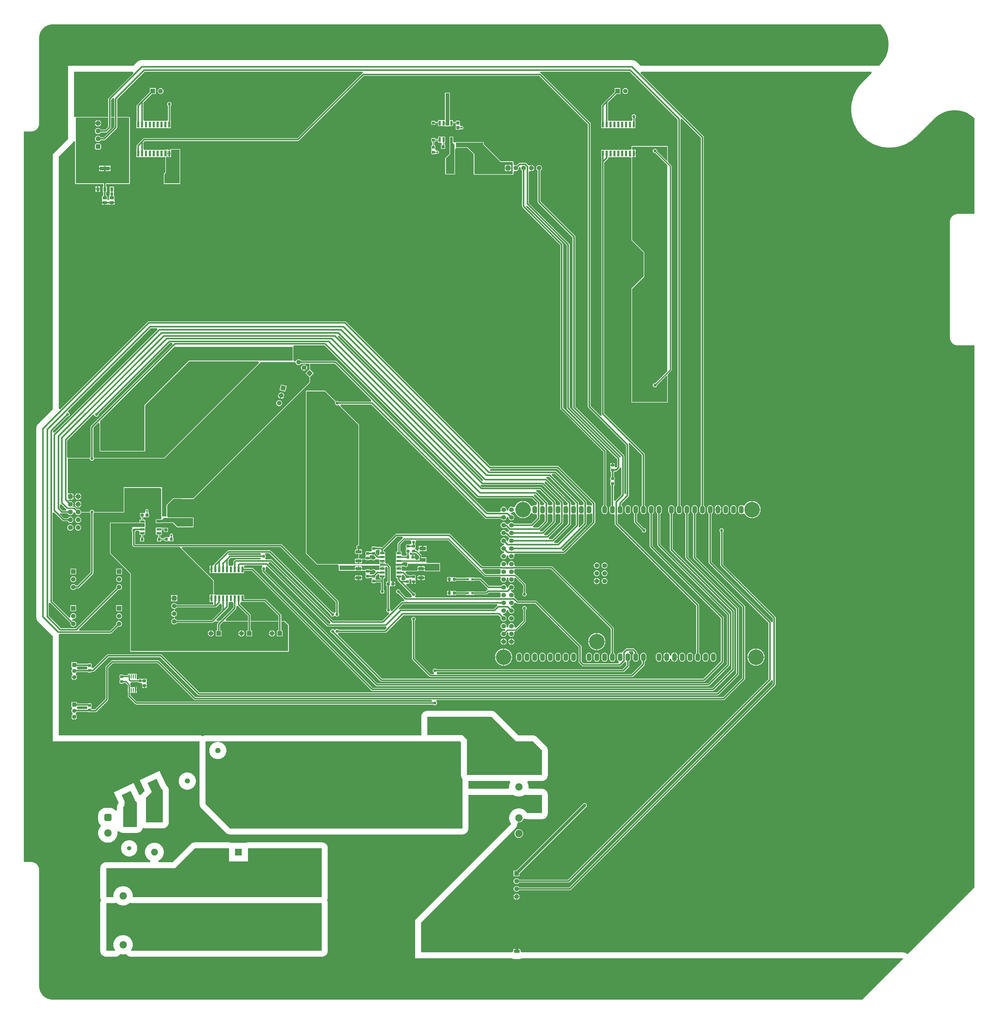
<source format=gbr>
G04*
G04 #@! TF.GenerationSoftware,Altium Limited,Altium Designer,22.4.2 (48)*
G04*
G04 Layer_Physical_Order=1*
G04 Layer_Color=255*
%FSLAX44Y44*%
%MOMM*%
G71*
G04*
G04 #@! TF.SameCoordinates,486C5EB1-174D-4488-8CC1-BEBE5ED833F6*
G04*
G04*
G04 #@! TF.FilePolarity,Positive*
G04*
G01*
G75*
%ADD13C,0.2540*%
%ADD39C,5.0800*%
%ADD56C,4.5000*%
G04:AMPARAMS|DCode=59|XSize=3.43mm|YSize=3.25mm|CornerRadius=0mm|HoleSize=0mm|Usage=FLASHONLY|Rotation=115.000|XOffset=0mm|YOffset=0mm|HoleType=Round|Shape=Rectangle|*
%AMROTATEDRECTD59*
4,1,4,2.1975,-0.8676,-0.7480,-2.2411,-2.1975,0.8676,0.7480,2.2411,2.1975,-0.8676,0.0*
%
%ADD59ROTATEDRECTD59*%

G04:AMPARAMS|DCode=60|XSize=1.8mm|YSize=1.05mm|CornerRadius=0.063mm|HoleSize=0mm|Usage=FLASHONLY|Rotation=0.000|XOffset=0mm|YOffset=0mm|HoleType=Round|Shape=RoundedRectangle|*
%AMROUNDEDRECTD60*
21,1,1.8000,0.9240,0,0,0.0*
21,1,1.6740,1.0500,0,0,0.0*
1,1,0.1260,0.8370,-0.4620*
1,1,0.1260,-0.8370,-0.4620*
1,1,0.1260,-0.8370,0.4620*
1,1,0.1260,0.8370,0.4620*
%
%ADD60ROUNDEDRECTD60*%
%ADD61R,3.2000X1.2500*%
%ADD62R,0.9500X1.2500*%
G04:AMPARAMS|DCode=63|XSize=1.35mm|YSize=0.95mm|CornerRadius=0.0618mm|HoleSize=0mm|Usage=FLASHONLY|Rotation=180.000|XOffset=0mm|YOffset=0mm|HoleType=Round|Shape=RoundedRectangle|*
%AMROUNDEDRECTD63*
21,1,1.3500,0.8265,0,0,180.0*
21,1,1.2265,0.9500,0,0,180.0*
1,1,0.1235,-0.6133,0.4133*
1,1,0.1235,0.6133,0.4133*
1,1,0.1235,0.6133,-0.4133*
1,1,0.1235,-0.6133,-0.4133*
%
%ADD63ROUNDEDRECTD63*%
G04:AMPARAMS|DCode=64|XSize=0.95mm|YSize=0.9mm|CornerRadius=0.063mm|HoleSize=0mm|Usage=FLASHONLY|Rotation=90.000|XOffset=0mm|YOffset=0mm|HoleType=Round|Shape=RoundedRectangle|*
%AMROUNDEDRECTD64*
21,1,0.9500,0.7740,0,0,90.0*
21,1,0.8240,0.9000,0,0,90.0*
1,1,0.1260,0.3870,0.4120*
1,1,0.1260,0.3870,-0.4120*
1,1,0.1260,-0.3870,-0.4120*
1,1,0.1260,-0.3870,0.4120*
%
%ADD64ROUNDEDRECTD64*%
G04:AMPARAMS|DCode=65|XSize=2.6mm|YSize=0.95mm|CornerRadius=0.0618mm|HoleSize=0mm|Usage=FLASHONLY|Rotation=0.000|XOffset=0mm|YOffset=0mm|HoleType=Round|Shape=RoundedRectangle|*
%AMROUNDEDRECTD65*
21,1,2.6000,0.8265,0,0,0.0*
21,1,2.4765,0.9500,0,0,0.0*
1,1,0.1235,1.2383,-0.4133*
1,1,0.1235,-1.2383,-0.4133*
1,1,0.1235,-1.2383,0.4133*
1,1,0.1235,1.2383,0.4133*
%
%ADD65ROUNDEDRECTD65*%
G04:AMPARAMS|DCode=66|XSize=1mm|YSize=0.95mm|CornerRadius=0.0618mm|HoleSize=0mm|Usage=FLASHONLY|Rotation=270.000|XOffset=0mm|YOffset=0mm|HoleType=Round|Shape=RoundedRectangle|*
%AMROUNDEDRECTD66*
21,1,1.0000,0.8265,0,0,270.0*
21,1,0.8765,0.9500,0,0,270.0*
1,1,0.1235,-0.4133,-0.4382*
1,1,0.1235,-0.4133,0.4382*
1,1,0.1235,0.4133,0.4382*
1,1,0.1235,0.4133,-0.4382*
%
%ADD66ROUNDEDRECTD66*%
%ADD67R,1.5250X0.6500*%
%ADD68R,2.7100X3.3500*%
G04:AMPARAMS|DCode=69|XSize=1mm|YSize=0.95mm|CornerRadius=0.0618mm|HoleSize=0mm|Usage=FLASHONLY|Rotation=0.000|XOffset=0mm|YOffset=0mm|HoleType=Round|Shape=RoundedRectangle|*
%AMROUNDEDRECTD69*
21,1,1.0000,0.8265,0,0,0.0*
21,1,0.8765,0.9500,0,0,0.0*
1,1,0.1235,0.4382,-0.4133*
1,1,0.1235,-0.4382,-0.4133*
1,1,0.1235,-0.4382,0.4133*
1,1,0.1235,0.4382,0.4133*
%
%ADD69ROUNDEDRECTD69*%
G04:AMPARAMS|DCode=70|XSize=2.6mm|YSize=0.95mm|CornerRadius=0.0618mm|HoleSize=0mm|Usage=FLASHONLY|Rotation=90.000|XOffset=0mm|YOffset=0mm|HoleType=Round|Shape=RoundedRectangle|*
%AMROUNDEDRECTD70*
21,1,2.6000,0.8265,0,0,90.0*
21,1,2.4765,0.9500,0,0,90.0*
1,1,0.1235,0.4133,1.2383*
1,1,0.1235,0.4133,-1.2383*
1,1,0.1235,-0.4133,-1.2383*
1,1,0.1235,-0.4133,1.2383*
%
%ADD70ROUNDEDRECTD70*%
%ADD71R,3.6000X2.3000*%
%ADD72R,0.7500X0.7000*%
G04:AMPARAMS|DCode=73|XSize=0.95mm|YSize=0.9mm|CornerRadius=0.063mm|HoleSize=0mm|Usage=FLASHONLY|Rotation=0.000|XOffset=0mm|YOffset=0mm|HoleType=Round|Shape=RoundedRectangle|*
%AMROUNDEDRECTD73*
21,1,0.9500,0.7740,0,0,0.0*
21,1,0.8240,0.9000,0,0,0.0*
1,1,0.1260,0.4120,-0.3870*
1,1,0.1260,-0.4120,-0.3870*
1,1,0.1260,-0.4120,0.3870*
1,1,0.1260,0.4120,0.3870*
%
%ADD73ROUNDEDRECTD73*%
%ADD74R,2.0000X1.2500*%
%ADD75R,0.6500X1.9500*%
%ADD76R,0.4500X1.4250*%
%ADD77R,3.3500X2.7100*%
%ADD78R,0.6500X1.5250*%
%ADD79R,2.3000X3.6000*%
%ADD80C,0.5000*%
%ADD81C,0.4000*%
%ADD82C,1.0000*%
%ADD83C,8.5000*%
%ADD84O,1.5240X2.5400*%
%ADD85C,1.5240*%
%ADD86C,1.5000*%
%ADD87R,1.5000X1.5000*%
G04:AMPARAMS|DCode=88|XSize=2.4mm|YSize=2.4mm|CornerRadius=0.6mm|HoleSize=0mm|Usage=FLASHONLY|Rotation=270.000|XOffset=0mm|YOffset=0mm|HoleType=Round|Shape=RoundedRectangle|*
%AMROUNDEDRECTD88*
21,1,2.4000,1.2000,0,0,270.0*
21,1,1.2000,2.4000,0,0,270.0*
1,1,1.2000,-0.6000,-0.6000*
1,1,1.2000,-0.6000,0.6000*
1,1,1.2000,0.6000,0.6000*
1,1,1.2000,0.6000,-0.6000*
%
%ADD88ROUNDEDRECTD88*%
%ADD89C,2.4000*%
%ADD90C,1.4000*%
%ADD91C,2.2500*%
%ADD92R,2.2500X2.2500*%
%ADD93C,1.7000*%
%ADD94C,1.6000*%
G04:AMPARAMS|DCode=95|XSize=1.6mm|YSize=1.6mm|CornerRadius=0.4mm|HoleSize=0mm|Usage=FLASHONLY|Rotation=90.000|XOffset=0mm|YOffset=0mm|HoleType=Round|Shape=RoundedRectangle|*
%AMROUNDEDRECTD95*
21,1,1.6000,0.8000,0,0,90.0*
21,1,0.8000,1.6000,0,0,90.0*
1,1,0.8000,0.4000,0.4000*
1,1,0.8000,0.4000,-0.4000*
1,1,0.8000,-0.4000,-0.4000*
1,1,0.8000,-0.4000,0.4000*
%
%ADD95ROUNDEDRECTD95*%
%ADD96R,1.5000X1.5000*%
%ADD97C,1.3500*%
%ADD98R,1.3500X1.3500*%
%ADD99P,2.1213X4X360.0*%
%ADD100P,2.1213X4X120.0*%
%ADD101C,1.0000*%
%ADD102C,0.6500*%
G36*
X2807892Y3194902D02*
X2809668Y3193130D01*
X2815535Y3185996D01*
X2820674Y3178322D01*
X2825036Y3170181D01*
X2828580Y3161652D01*
X2831270Y3152816D01*
X2833081Y3143760D01*
X2833996Y3134569D01*
X2834006Y3125334D01*
X2833110Y3116141D01*
X2831318Y3107081D01*
X2828646Y3098240D01*
X2825121Y3089703D01*
X2820775Y3081553D01*
X2815652Y3073868D01*
X2809800Y3066722D01*
X2806539Y3063454D01*
X2802938Y3059853D01*
X2022410D01*
X2010632Y3071631D01*
X2007282Y3074381D01*
X2003460Y3076424D01*
X1999313Y3077682D01*
X1995000Y3078106D01*
X391000D01*
X386687Y3077682D01*
X382540Y3076424D01*
X378718Y3074381D01*
X375368Y3071631D01*
X363590Y3059853D01*
X150000D01*
Y2820000D01*
X100000Y2770000D01*
Y1936263D01*
X52368Y1888632D01*
X49619Y1885282D01*
X47576Y1881460D01*
X46318Y1877313D01*
X45894Y1873000D01*
Y1257000D01*
X46318Y1252687D01*
X47576Y1248540D01*
X49619Y1244718D01*
X52368Y1241368D01*
X100000Y1193737D01*
Y850000D01*
X580406D01*
Y645000D01*
X580782Y641177D01*
X581897Y637502D01*
X583708Y634114D01*
X586145Y631145D01*
X666145Y551145D01*
X669114Y548708D01*
X672502Y546897D01*
X676177Y545782D01*
X680000Y545406D01*
X1440000D01*
X1443823Y545782D01*
X1447498Y546897D01*
X1450886Y548708D01*
X1453855Y551145D01*
X1456292Y554114D01*
X1458103Y557502D01*
X1459218Y561177D01*
X1459594Y565000D01*
Y675000D01*
X1606420D01*
X1607991Y673859D01*
X1612408Y671608D01*
X1617124Y670076D01*
X1622021Y669300D01*
X1626979D01*
X1631876Y670076D01*
X1636592Y671608D01*
X1641010Y673859D01*
X1642581Y675000D01*
X1700000D01*
Y615000D01*
X1651803D01*
X1651441Y615710D01*
X1648527Y619721D01*
X1645021Y623227D01*
X1641010Y626141D01*
X1636592Y628392D01*
X1631876Y629924D01*
X1626979Y630700D01*
X1622021D01*
X1617124Y629924D01*
X1612408Y628392D01*
X1607991Y626141D01*
X1603979Y623227D01*
X1600473Y619721D01*
X1597559Y615710D01*
X1595308Y611292D01*
X1593776Y606576D01*
X1593000Y601679D01*
Y596721D01*
X1593776Y591824D01*
X1595308Y587108D01*
X1597559Y582690D01*
X1599718Y579718D01*
X1574114Y554114D01*
X1285000Y265000D01*
Y140000D01*
X1601407D01*
X1601889Y139742D01*
X1605684Y138591D01*
X1609630Y138203D01*
X1626370D01*
X1630316Y138591D01*
X1634111Y139742D01*
X1634593Y140000D01*
X2881131D01*
X2881617Y138827D01*
X2747888Y5098D01*
X97057D01*
X91221Y5866D01*
X85536Y7390D01*
X80098Y9642D01*
X75000Y12585D01*
X70330Y16168D01*
X66168Y20330D01*
X62585Y25000D01*
X59642Y30098D01*
X57389Y35536D01*
X55866Y41221D01*
X55098Y47057D01*
Y50000D01*
X55098Y430000D01*
X55073Y430125D01*
X55092Y430250D01*
X54995Y432211D01*
X54903Y432577D01*
Y432955D01*
X54139Y436800D01*
X53946Y437264D01*
X53849Y437757D01*
X52348Y441379D01*
X52069Y441796D01*
X51877Y442260D01*
X49699Y445520D01*
X49344Y445875D01*
X49065Y446293D01*
X46293Y449065D01*
X45875Y449344D01*
X45520Y449699D01*
X42260Y451877D01*
X41796Y452069D01*
X41379Y452348D01*
X37757Y453848D01*
X37264Y453946D01*
X36800Y454139D01*
X32955Y454903D01*
X32577D01*
X32211Y454995D01*
X30250Y455092D01*
X30125Y455073D01*
X30000Y455098D01*
X5098D01*
Y2844902D01*
X30000D01*
X30124Y2844927D01*
X30250Y2844908D01*
X32210Y2845005D01*
X32577Y2845096D01*
X32955D01*
X36800Y2845861D01*
X37264Y2846053D01*
X37757Y2846151D01*
X41379Y2847652D01*
X41796Y2847931D01*
X42260Y2848123D01*
X45520Y2850301D01*
X45875Y2850656D01*
X46293Y2850935D01*
X49065Y2853707D01*
X49344Y2854125D01*
X49699Y2854480D01*
X51877Y2857740D01*
X52069Y2858204D01*
X52348Y2858621D01*
X53849Y2862243D01*
X53946Y2862736D01*
X54139Y2863200D01*
X54903Y2867045D01*
Y2867423D01*
X54995Y2867790D01*
X55092Y2869750D01*
X55073Y2869875D01*
X55098Y2870000D01*
Y3150000D01*
Y3152943D01*
X55866Y3158779D01*
X57389Y3164464D01*
X59642Y3169902D01*
X62585Y3175000D01*
X66168Y3179669D01*
X70330Y3183831D01*
X75000Y3187415D01*
X80098Y3190358D01*
X85536Y3192610D01*
X91221Y3194134D01*
X97057Y3194902D01*
X100000D01*
X2807892Y3194902D01*
D02*
G37*
G36*
X296671Y2953793D02*
X301412Y2952000D01*
Y2892039D01*
X290588D01*
Y2949099D01*
X295410Y2953922D01*
X296671Y2953793D01*
D02*
G37*
G36*
X363853Y3035484D02*
X363860Y3035349D01*
X282756Y2954244D01*
X281761Y2952756D01*
X281412Y2951000D01*
Y2892039D01*
X175000D01*
X174594Y2891959D01*
X173931Y2892005D01*
X171266Y2893123D01*
X169594Y2894349D01*
Y3040258D01*
X361699D01*
X363853Y3035484D01*
D02*
G37*
G36*
X350000Y2675000D02*
X175000D01*
Y2890000D01*
X281412D01*
Y2859901D01*
X272099Y2850588D01*
X256898D01*
X256002Y2852140D01*
X254140Y2854002D01*
X251860Y2855319D01*
X249317Y2856000D01*
X246684D01*
X244140Y2855319D01*
X241860Y2854002D01*
X239998Y2852140D01*
X238682Y2849860D01*
X238000Y2847317D01*
Y2844684D01*
X238682Y2842140D01*
X239998Y2839860D01*
X241860Y2837998D01*
X244140Y2836682D01*
X246684Y2836000D01*
X249317D01*
X251860Y2836682D01*
X254140Y2837998D01*
X256002Y2839860D01*
X256898Y2841412D01*
X274000D01*
X275756Y2841761D01*
X277244Y2842756D01*
X289244Y2854756D01*
X290239Y2856244D01*
X290588Y2858000D01*
Y2890000D01*
X301412D01*
Y2859901D01*
X266700Y2825188D01*
X256898D01*
X256002Y2826740D01*
X254140Y2828602D01*
X251860Y2829919D01*
X249317Y2830600D01*
X246684D01*
X244140Y2829919D01*
X241860Y2828602D01*
X239998Y2826740D01*
X238682Y2824460D01*
X238000Y2821917D01*
Y2819283D01*
X238682Y2816740D01*
X239998Y2814460D01*
X241860Y2812598D01*
X244140Y2811281D01*
X246684Y2810600D01*
X249317D01*
X251860Y2811281D01*
X254140Y2812598D01*
X256002Y2814460D01*
X256898Y2816012D01*
X268600D01*
X270356Y2816361D01*
X271844Y2817356D01*
X309244Y2854756D01*
X310239Y2856244D01*
X310588Y2858000D01*
Y2890000D01*
X350000D01*
Y2675000D01*
D02*
G37*
G36*
X515000D02*
X465000D01*
Y2705000D01*
X470000Y2710000D01*
Y2761000D01*
X473350D01*
Y2783434D01*
X474620Y2784149D01*
X475010Y2783913D01*
Y2774020D01*
X480800D01*
X486590D01*
Y2785000D01*
X515000D01*
Y2675000D01*
D02*
G37*
G36*
X2110000Y2748427D02*
X2108827Y2747941D01*
X2076934Y2779833D01*
X2077000Y2780078D01*
Y2781922D01*
X2076523Y2783702D01*
X2075601Y2785298D01*
X2074298Y2786601D01*
X2072702Y2787523D01*
X2070922Y2788000D01*
X2069078D01*
X2067298Y2787523D01*
X2065702Y2786601D01*
X2064399Y2785298D01*
X2063477Y2783702D01*
X2063000Y2781922D01*
Y2780078D01*
X2063477Y2778298D01*
X2064399Y2776702D01*
X2065702Y2775399D01*
X2067298Y2774477D01*
X2069078Y2774000D01*
X2070922D01*
X2071167Y2774066D01*
X2110000Y2735232D01*
Y2060768D01*
X2071167Y2021934D01*
X2070922Y2022000D01*
X2069078D01*
X2067298Y2021523D01*
X2065702Y2020601D01*
X2064399Y2019298D01*
X2063477Y2017702D01*
X2063000Y2015922D01*
Y2014078D01*
X2063477Y2012298D01*
X2064399Y2010702D01*
X2065702Y2009399D01*
X2067298Y2008477D01*
X2069078Y2008000D01*
X2070922D01*
X2072702Y2008477D01*
X2074298Y2009399D01*
X2075601Y2010702D01*
X2076523Y2012298D01*
X2077000Y2014078D01*
Y2015922D01*
X2076934Y2016167D01*
X2108827Y2048059D01*
X2110000Y2047573D01*
Y1960000D01*
X1995000D01*
Y2330000D01*
X2035000Y2370000D01*
Y2450000D01*
X1995000Y2490000D01*
Y2759194D01*
X1995010Y2760460D01*
X1996270Y2760460D01*
X1999530D01*
Y2772750D01*
Y2785040D01*
X1995010Y2785040D01*
X1995000Y2786306D01*
Y2795000D01*
X2110000D01*
Y2748427D01*
D02*
G37*
G36*
X1408000Y2808000D02*
X1414000Y2802000D01*
Y2706000D01*
X1386000D01*
Y2757000D01*
X1400000Y2771000D01*
Y2826000D01*
X1408000D01*
Y2808000D01*
D02*
G37*
G36*
X1508000Y2802000D02*
X1565000Y2745000D01*
X1605000D01*
Y2705000D01*
X1479000D01*
Y2771000D01*
X1457000Y2793000D01*
X1419000D01*
Y2808000D01*
X1508000D01*
Y2802000D01*
D02*
G37*
G36*
X491923Y2148412D02*
X224756Y1881244D01*
X223761Y1879756D01*
X223412Y1878000D01*
Y1781117D01*
X221000Y1777039D01*
X149000D01*
X146588Y1781349D01*
Y1834099D01*
X231000Y1918511D01*
X232841Y1918352D01*
X236346Y1916786D01*
X236477Y1916298D01*
X237399Y1914702D01*
X238702Y1913399D01*
X240298Y1912477D01*
X242078Y1912000D01*
X243922D01*
X245702Y1912477D01*
X247298Y1913399D01*
X248601Y1914702D01*
X249523Y1916298D01*
X250000Y1918078D01*
Y1919511D01*
X483900Y2153412D01*
X489852D01*
X491923Y2148412D01*
D02*
G37*
G36*
X442923Y2196412D02*
X105466Y1858954D01*
X100717Y1860801D01*
X100256Y1864767D01*
X147989Y1912500D01*
X149422D01*
X151202Y1912977D01*
X152798Y1913899D01*
X154101Y1915202D01*
X155023Y1916798D01*
X155500Y1918578D01*
Y1920422D01*
X155023Y1922202D01*
X154101Y1923798D01*
X152798Y1925101D01*
X151443Y1925884D01*
X151183Y1926087D01*
X149783Y1930852D01*
X149823Y1931334D01*
X419901Y2201412D01*
X440852D01*
X442923Y2196412D01*
D02*
G37*
G36*
X885000Y2095000D02*
X545000Y2095000D01*
X400000Y1950000D01*
Y1800000D01*
X255000D01*
Y1898000D01*
X497000Y2140000D01*
X885000D01*
Y2095000D01*
D02*
G37*
G36*
X775077Y2087961D02*
X464155Y1777039D01*
X235000D01*
X232588Y1781117D01*
Y1876100D01*
X248341Y1891853D01*
X252961Y1889939D01*
Y1800000D01*
X253116Y1799220D01*
X253558Y1798558D01*
X254220Y1798116D01*
X255000Y1797961D01*
X400000D01*
X400780Y1798116D01*
X401442Y1798558D01*
X401884Y1799220D01*
X402039Y1800000D01*
Y1949155D01*
X545845Y2092961D01*
X773006Y2092961D01*
X775077Y2087961D01*
D02*
G37*
G36*
X894659Y2088832D02*
X895306Y2086416D01*
X896557Y2084249D01*
X898326Y2082480D01*
X900492Y2081230D01*
X902908Y2080582D01*
X905410D01*
X907826Y2081230D01*
X909992Y2082480D01*
X911761Y2084249D01*
X912480Y2085494D01*
X940000D01*
Y2067516D01*
X926645Y2054161D01*
X940000Y2040806D01*
Y2025270D01*
X560690Y1645960D01*
X560000Y1646013D01*
Y1645270D01*
X494000D01*
X472000Y1623270D01*
Y1585270D01*
X457000D01*
Y1670270D01*
X457898D01*
X457000Y1671168D01*
X457000Y1681000D01*
X332000D01*
Y1600000D01*
X235000D01*
Y1600922D01*
X234523Y1602702D01*
X233601Y1604298D01*
X232298Y1605601D01*
X230702Y1606523D01*
X228922Y1607000D01*
X227078D01*
X225298Y1606523D01*
X223702Y1605601D01*
X222399Y1604298D01*
X221477Y1602702D01*
X221000Y1600922D01*
Y1600000D01*
X192700D01*
Y1601317D01*
X192019Y1603860D01*
X190702Y1606140D01*
X188840Y1608002D01*
X186560Y1609319D01*
X184016Y1610000D01*
X181383D01*
X179653Y1609536D01*
X173115Y1616073D01*
X171627Y1617068D01*
X169871Y1617417D01*
X168115Y1617068D01*
X167875Y1616907D01*
X164745D01*
X164219Y1618177D01*
X165302Y1619260D01*
X166618Y1621540D01*
X167300Y1624084D01*
Y1626716D01*
X166618Y1629260D01*
X165302Y1631540D01*
X163440Y1633402D01*
X161160Y1634718D01*
X158617Y1635400D01*
X155983D01*
X154253Y1634936D01*
X149798Y1639391D01*
X149870Y1639767D01*
X151313Y1640544D01*
X151593Y1640428D01*
X153300Y1640204D01*
X156030D01*
Y1650800D01*
Y1661396D01*
X153300D01*
X151593Y1661172D01*
X150270Y1660624D01*
X149000Y1661170D01*
Y1775000D01*
X221000D01*
Y1774078D01*
X221477Y1772298D01*
X222399Y1770702D01*
X223702Y1769399D01*
X225298Y1768477D01*
X227078Y1768000D01*
X228922D01*
X230702Y1768477D01*
X232298Y1769399D01*
X233601Y1770702D01*
X234523Y1772298D01*
X235000Y1774078D01*
Y1775000D01*
X465000D01*
X780082Y2090082D01*
X894659D01*
Y2088832D01*
D02*
G37*
G36*
X1507173Y1706339D02*
X1505640Y1700800D01*
X1504879Y1700610D01*
X1032814Y2172675D01*
X1034460Y2178100D01*
X1035254Y2178258D01*
X1507173Y1706339D01*
D02*
G37*
G36*
X2144252Y2883260D02*
Y1621592D01*
X2143988Y1621483D01*
X2141979Y1619941D01*
X2140437Y1617932D01*
X2139468Y1615591D01*
X2139137Y1613080D01*
Y1602920D01*
X2139468Y1600409D01*
X2140437Y1598069D01*
X2141979Y1596059D01*
X2143988Y1594517D01*
X2146329Y1593548D01*
X2148840Y1593217D01*
X2151351Y1593548D01*
X2153692Y1594517D01*
X2155701Y1596059D01*
X2157243Y1598069D01*
X2158212Y1600409D01*
X2158543Y1602920D01*
Y1613080D01*
X2158212Y1615591D01*
X2157243Y1617932D01*
X2155701Y1619941D01*
X2153692Y1621483D01*
X2153428Y1621592D01*
Y2884012D01*
X2156187Y2885741D01*
X2158321Y2886190D01*
X2220452Y2824059D01*
Y1621592D01*
X2220188Y1621483D01*
X2218179Y1619941D01*
X2216637Y1617932D01*
X2215668Y1615591D01*
X2215337Y1613080D01*
Y1602920D01*
X2215668Y1600409D01*
X2216637Y1598069D01*
X2218179Y1596059D01*
X2220188Y1594517D01*
X2222529Y1593548D01*
X2225040Y1593217D01*
X2227551Y1593548D01*
X2229892Y1594517D01*
X2231901Y1596059D01*
X2233443Y1598069D01*
X2234412Y1600409D01*
X2234743Y1602920D01*
Y1613080D01*
X2234412Y1615591D01*
X2233443Y1617932D01*
X2231901Y1619941D01*
X2229892Y1621483D01*
X2229628Y1621592D01*
Y2825960D01*
X2229279Y2827716D01*
X2228284Y2829204D01*
X2022140Y3035349D01*
X2022147Y3035484D01*
X2024301Y3040258D01*
X2776811D01*
X2778724Y3035639D01*
X2748700Y3005615D01*
X2748668Y3005568D01*
X2748622Y3005535D01*
X2745002Y3001753D01*
X2744911Y3001611D01*
X2744779Y3001505D01*
X2738050Y2993485D01*
X2737942Y2993288D01*
X2737779Y2993133D01*
X2731774Y2984557D01*
X2731684Y2984351D01*
X2731536Y2984182D01*
X2726301Y2975116D01*
X2726229Y2974903D01*
X2726096Y2974721D01*
X2721671Y2965234D01*
X2721618Y2965015D01*
X2721501Y2964823D01*
X2717921Y2954985D01*
X2717887Y2954763D01*
X2717787Y2954561D01*
X2715078Y2944449D01*
X2715063Y2944225D01*
X2714981Y2944015D01*
X2713163Y2933706D01*
X2713168Y2933481D01*
X2713105Y2933265D01*
X2712193Y2922836D01*
X2712217Y2922612D01*
X2712173Y2922392D01*
Y2911923D01*
X2712217Y2911702D01*
X2712193Y2911479D01*
X2713105Y2901050D01*
X2713168Y2900834D01*
X2713163Y2900609D01*
X2714981Y2890299D01*
X2715063Y2890089D01*
X2715078Y2889865D01*
X2717787Y2879753D01*
X2717887Y2879551D01*
X2717921Y2879329D01*
X2721501Y2869492D01*
X2721618Y2869299D01*
X2721671Y2869081D01*
X2726096Y2859593D01*
X2726229Y2859412D01*
X2726301Y2859199D01*
X2731535Y2850132D01*
X2731684Y2849963D01*
X2731774Y2849757D01*
X2737779Y2841182D01*
X2737942Y2841026D01*
X2738050Y2840829D01*
X2744779Y2832809D01*
X2744954Y2832669D01*
X2745079Y2832482D01*
X2752482Y2825079D01*
X2752669Y2824954D01*
X2752809Y2824779D01*
X2760829Y2818050D01*
X2761026Y2817942D01*
X2761182Y2817779D01*
X2769757Y2811774D01*
X2769963Y2811684D01*
X2770132Y2811535D01*
X2779199Y2806301D01*
X2779412Y2806229D01*
X2779593Y2806096D01*
X2789081Y2801671D01*
X2789299Y2801618D01*
X2789492Y2801501D01*
X2799329Y2797921D01*
X2799551Y2797887D01*
X2799753Y2797787D01*
X2809865Y2795078D01*
X2810090Y2795063D01*
X2810299Y2794981D01*
X2820609Y2793163D01*
X2820834Y2793168D01*
X2821050Y2793105D01*
X2831479Y2792193D01*
X2831702Y2792217D01*
X2831923Y2792173D01*
X2842392D01*
X2842612Y2792217D01*
X2842836Y2792193D01*
X2853265Y2793105D01*
X2853481Y2793168D01*
X2853706Y2793163D01*
X2864015Y2794981D01*
X2864225Y2795063D01*
X2864449Y2795078D01*
X2874561Y2797787D01*
X2874763Y2797887D01*
X2874985Y2797921D01*
X2884823Y2801501D01*
X2885015Y2801618D01*
X2885234Y2801671D01*
X2894721Y2806096D01*
X2894903Y2806229D01*
X2895116Y2806301D01*
X2904182Y2811535D01*
X2904351Y2811684D01*
X2904557Y2811774D01*
X2913133Y2817779D01*
X2913288Y2817942D01*
X2913485Y2818050D01*
X2921505Y2824779D01*
X2921611Y2824911D01*
X2921753Y2825002D01*
X2925535Y2828622D01*
X2925568Y2828669D01*
X2925615Y2828700D01*
X2983456Y2886541D01*
X2983458Y2886543D01*
X2983460Y2886545D01*
X2986722Y2889814D01*
X2993855Y2895681D01*
X3001530Y2900820D01*
X3009670Y2905182D01*
X3018199Y2908726D01*
X3027035Y2911416D01*
X3036091Y2913227D01*
X3045282Y2914142D01*
X3054518Y2914152D01*
X3063710Y2913256D01*
X3072771Y2911464D01*
X3081612Y2908792D01*
X3090149Y2905267D01*
X3098299Y2900921D01*
X3105983Y2895798D01*
X3113129Y2889947D01*
X3114902Y2888177D01*
X3114902Y2575098D01*
X3060000D01*
X3059875Y2575073D01*
X3059750Y2575092D01*
X3057790Y2574995D01*
X3057423Y2574904D01*
X3057045D01*
X3053200Y2574138D01*
X3052736Y2573947D01*
X3052244Y2573849D01*
X3048621Y2572348D01*
X3048204Y2572069D01*
X3047740Y2571877D01*
X3044480Y2569699D01*
X3044125Y2569344D01*
X3043707Y2569065D01*
X3040935Y2566293D01*
X3040656Y2565875D01*
X3040301Y2565520D01*
X3038123Y2562260D01*
X3037931Y2561796D01*
X3037652Y2561379D01*
X3036151Y2557757D01*
X3036053Y2557264D01*
X3035861Y2556800D01*
X3035096Y2552955D01*
Y2552577D01*
X3035005Y2552210D01*
X3034908Y2550250D01*
X3034927Y2550125D01*
X3034902Y2550000D01*
Y2170000D01*
X3034927Y2169875D01*
X3034908Y2169750D01*
X3035005Y2167790D01*
X3035096Y2167423D01*
Y2167045D01*
X3035861Y2163200D01*
X3036053Y2162736D01*
X3036151Y2162243D01*
X3037652Y2158621D01*
X3037931Y2158204D01*
X3038123Y2157740D01*
X3040301Y2154480D01*
X3040656Y2154125D01*
X3040935Y2153707D01*
X3043707Y2150935D01*
X3044125Y2150656D01*
X3044480Y2150301D01*
X3047740Y2148123D01*
X3048204Y2147931D01*
X3048621Y2147652D01*
X3052243Y2146151D01*
X3052736Y2146053D01*
X3053200Y2145861D01*
X3057045Y2145096D01*
X3057423D01*
X3057790Y2145005D01*
X3059750Y2144908D01*
X3059875Y2144927D01*
X3060000Y2144902D01*
X3114902D01*
Y372112D01*
X2899077Y156286D01*
X2894986Y153855D01*
X2892017Y156292D01*
X2892017Y156292D01*
X2892017Y156292D01*
X2888629Y158103D01*
X2886441Y158767D01*
X2884954Y159218D01*
X2884954Y159218D01*
X2884954Y159218D01*
X2883284Y159382D01*
X2881131Y159594D01*
X1634593D01*
X1631305Y161258D01*
X1630060Y162859D01*
X1629676Y163675D01*
X1629602Y163975D01*
Y167670D01*
X1629356Y168907D01*
X1628655Y169955D01*
X1627607Y170656D01*
X1626370Y170902D01*
X1619270D01*
Y163050D01*
X1616730D01*
Y170902D01*
X1609630D01*
X1608393Y170656D01*
X1607345Y169955D01*
X1606644Y168907D01*
X1606398Y167670D01*
Y163975D01*
X1606324Y163675D01*
X1605941Y162859D01*
X1604695Y161258D01*
X1601407Y159594D01*
X1304594D01*
Y256884D01*
X1587969Y540259D01*
X1613574Y565863D01*
X1613819Y566161D01*
X1614107Y566418D01*
X1615035Y567643D01*
X1616010Y568832D01*
X1616192Y569173D01*
X1616425Y569480D01*
X1617096Y570864D01*
X1617821Y572220D01*
X1617933Y572589D01*
X1618102Y572936D01*
X1618490Y574425D01*
X1618936Y575896D01*
X1618974Y576279D01*
X1619072Y576653D01*
X1619162Y578188D01*
X1619313Y579718D01*
X1619275Y580102D01*
X1619290Y580367D01*
X1619300Y580490D01*
X1621548Y583343D01*
X1621854Y583644D01*
X1623230Y584456D01*
Y599200D01*
X1625770D01*
Y584660D01*
X1626414D01*
X1630112Y585651D01*
X1633428Y587565D01*
X1636135Y590272D01*
X1638049Y593588D01*
X1638318Y594593D01*
X1638813Y595159D01*
X1639288Y595540D01*
X1641562Y596622D01*
X1643324Y597109D01*
X1643956Y597083D01*
X1644305Y596897D01*
X1645042Y596674D01*
X1645748Y596365D01*
X1646876Y596117D01*
X1647980Y595782D01*
X1648747Y595707D01*
X1649500Y595541D01*
X1650654Y595519D01*
X1651803Y595406D01*
X1700000D01*
X1703823Y595782D01*
X1707498Y596897D01*
X1710886Y598708D01*
X1713855Y601145D01*
X1716292Y604114D01*
X1718103Y607502D01*
X1719218Y611177D01*
X1719594Y615000D01*
Y675000D01*
X1719218Y678823D01*
X1718103Y682498D01*
X1716292Y685886D01*
X1713855Y688855D01*
X1710886Y691292D01*
X1707498Y693103D01*
X1703823Y694218D01*
X1700000Y694594D01*
X1659183D01*
X1656000Y698321D01*
Y703279D01*
X1655225Y708176D01*
X1653692Y712892D01*
X1652412Y715406D01*
X1654929Y720406D01*
X1700000D01*
X1703823Y720782D01*
X1707498Y721897D01*
X1710886Y723708D01*
X1713855Y726145D01*
X1716292Y729114D01*
X1718103Y732502D01*
X1719218Y736177D01*
X1719594Y740000D01*
Y820000D01*
X1719218Y823823D01*
X1718103Y827498D01*
X1716292Y830886D01*
X1713855Y833855D01*
X1683855Y863855D01*
X1680886Y866292D01*
X1677498Y868103D01*
X1673823Y869218D01*
X1670000Y869594D01*
X1623116D01*
X1548855Y943855D01*
X1545886Y946292D01*
X1542498Y948103D01*
X1538823Y949218D01*
X1535000Y949594D01*
X1325000D01*
X1321177Y949218D01*
X1317502Y948103D01*
X1314114Y946292D01*
X1311145Y943855D01*
X1308708Y940886D01*
X1306897Y937498D01*
X1305782Y933823D01*
X1305406Y930000D01*
Y870000D01*
X1305038Y869594D01*
X600000D01*
X596177Y869218D01*
X592502Y868103D01*
X590203Y866874D01*
X587904Y868103D01*
X584228Y869218D01*
X580406Y869594D01*
X119594D01*
Y1193736D01*
X119594Y1193737D01*
X119232Y1197412D01*
X119229Y1197574D01*
X122971Y1202412D01*
X289400D01*
X291156Y1202761D01*
X292644Y1203756D01*
X314361Y1225472D01*
X315749Y1225100D01*
X318251D01*
X320667Y1225747D01*
X322833Y1226998D01*
X324602Y1228767D01*
X325853Y1230933D01*
X326500Y1233349D01*
Y1235851D01*
X325853Y1238267D01*
X324602Y1240433D01*
X322833Y1242202D01*
X320667Y1243453D01*
X318251Y1244100D01*
X315749D01*
X313333Y1243453D01*
X311167Y1242202D01*
X309398Y1240433D01*
X308147Y1238267D01*
X307500Y1235851D01*
Y1233349D01*
X307872Y1231961D01*
X287500Y1211588D01*
X187548D01*
X185477Y1216588D01*
X314361Y1345472D01*
X315749Y1345100D01*
X318251D01*
X320667Y1345747D01*
X322833Y1346998D01*
X324602Y1348767D01*
X325853Y1350933D01*
X326500Y1353349D01*
Y1355851D01*
X325853Y1358267D01*
X324602Y1360433D01*
X322833Y1362202D01*
X320667Y1363453D01*
X318251Y1364100D01*
X315749D01*
X313333Y1363453D01*
X311167Y1362202D01*
X309398Y1360433D01*
X308147Y1358267D01*
X307500Y1355851D01*
Y1353349D01*
X307872Y1351961D01*
X175499Y1219588D01*
X126901D01*
X86588Y1259901D01*
Y1302145D01*
X91588Y1303606D01*
X91756Y1303356D01*
X157872Y1237239D01*
X157500Y1235851D01*
Y1233349D01*
X158147Y1230933D01*
X159398Y1228767D01*
X161167Y1226998D01*
X163333Y1225747D01*
X165749Y1225100D01*
X168251D01*
X170667Y1225747D01*
X172833Y1226998D01*
X174602Y1228767D01*
X175853Y1230933D01*
X176500Y1233349D01*
Y1235851D01*
X175853Y1238267D01*
X174602Y1240433D01*
X172833Y1242202D01*
X170667Y1243453D01*
X168251Y1244100D01*
X165749D01*
X165072Y1243918D01*
X163042Y1246049D01*
X165693Y1250515D01*
X165749Y1250500D01*
X168251D01*
X170667Y1251147D01*
X172833Y1252398D01*
X174602Y1254167D01*
X175853Y1256333D01*
X176500Y1258749D01*
Y1261251D01*
X175853Y1263667D01*
X174602Y1265833D01*
X172833Y1267602D01*
X170667Y1268853D01*
X168251Y1269500D01*
X165749D01*
X163333Y1268853D01*
X161167Y1267602D01*
X159398Y1265833D01*
X158147Y1263667D01*
X157500Y1261251D01*
Y1258749D01*
X157899Y1257261D01*
X155632Y1255192D01*
X153751Y1254338D01*
X99588Y1308501D01*
Y1596852D01*
X104588Y1598923D01*
X132156Y1571356D01*
X133644Y1570361D01*
X135400Y1570012D01*
X148402D01*
X149298Y1568460D01*
X151160Y1566598D01*
X153440Y1565282D01*
X155983Y1564600D01*
X158617D01*
X161160Y1565282D01*
X163440Y1566598D01*
X165302Y1568460D01*
X166618Y1570740D01*
X167300Y1573284D01*
Y1575916D01*
X166618Y1578460D01*
X165302Y1580740D01*
X163440Y1582602D01*
X161160Y1583918D01*
X158617Y1584600D01*
X155983D01*
X153440Y1583918D01*
X151160Y1582602D01*
X149298Y1580740D01*
X148402Y1579188D01*
X137301D01*
X123303Y1593186D01*
X126756Y1596756D01*
X128244Y1595761D01*
X130000Y1595412D01*
X148402D01*
X149298Y1593860D01*
X151160Y1591998D01*
X153440Y1590681D01*
X155983Y1590000D01*
X158617D01*
X161160Y1590681D01*
X163440Y1591998D01*
X165302Y1593860D01*
X166618Y1596140D01*
X166975Y1597469D01*
X170291Y1599338D01*
X172300Y1599778D01*
X172700Y1599487D01*
Y1598683D01*
X173382Y1596140D01*
X174698Y1593860D01*
X176560Y1591998D01*
X178840Y1590681D01*
X181383Y1590000D01*
X184016D01*
X186560Y1590681D01*
X188840Y1591998D01*
X190702Y1593860D01*
X192019Y1596140D01*
X192516Y1597997D01*
X192700Y1597961D01*
X221000D01*
X223412Y1593883D01*
Y1401947D01*
X180653Y1359188D01*
X175321D01*
X174602Y1360433D01*
X172833Y1362202D01*
X170667Y1363453D01*
X168251Y1364100D01*
X165749D01*
X163333Y1363453D01*
X161167Y1362202D01*
X159398Y1360433D01*
X158147Y1358267D01*
X157500Y1355851D01*
Y1353349D01*
X158147Y1350933D01*
X159398Y1348767D01*
X161167Y1346998D01*
X163333Y1345747D01*
X165749Y1345100D01*
X168251D01*
X170667Y1345747D01*
X172833Y1346998D01*
X174602Y1348767D01*
X175321Y1350012D01*
X182553D01*
X184309Y1350361D01*
X185797Y1351356D01*
X231244Y1396803D01*
X232239Y1398291D01*
X232588Y1400047D01*
Y1593883D01*
X235000Y1597961D01*
X332000D01*
X332780Y1598116D01*
X333442Y1598558D01*
X333884Y1599220D01*
X334039Y1600000D01*
Y1678961D01*
X451425D01*
X454961Y1675425D01*
X454961Y1671168D01*
X455050Y1670719D01*
X454961Y1670270D01*
Y1585270D01*
X455116Y1584490D01*
X455558Y1583828D01*
X455854Y1578749D01*
X453789Y1576309D01*
X439000D01*
X438219Y1576154D01*
X437558Y1575712D01*
X437116Y1575050D01*
X436961Y1574270D01*
Y1566270D01*
X437116Y1565490D01*
X437255Y1565281D01*
Y1563800D01*
X456505D01*
Y1564231D01*
X493155D01*
X506558Y1550828D01*
X507219Y1550386D01*
X508000Y1550231D01*
X559000D01*
X559780Y1550386D01*
X559951Y1550500D01*
X560000D01*
Y1550533D01*
X560442Y1550828D01*
X560884Y1551490D01*
X561039Y1552270D01*
Y1580270D01*
X560884Y1581050D01*
X560442Y1581712D01*
X559780Y1582154D01*
X559000Y1582309D01*
X478160D01*
X477607Y1582591D01*
X474039Y1585270D01*
X474039Y1587309D01*
Y1622425D01*
X494845Y1643231D01*
X520000D01*
Y1642500D01*
X560000D01*
Y1643231D01*
X560780Y1643386D01*
X561442Y1643828D01*
X561718Y1644242D01*
X561737Y1644254D01*
X562017Y1644412D01*
X562066Y1644474D01*
X562132Y1644518D01*
X941442Y2023828D01*
X941884Y2024490D01*
X942039Y2025270D01*
Y2040806D01*
X941884Y2041587D01*
X941506Y2042152D01*
X953515Y2054161D01*
X941506Y2066170D01*
X941884Y2066736D01*
X942039Y2067516D01*
Y2085494D01*
X1023017D01*
X1142680Y1965832D01*
X1140609Y1960832D01*
X1035311D01*
X1034298Y1961845D01*
X1032702Y1962766D01*
X1030922Y1963243D01*
X1029078D01*
X1027298Y1962766D01*
X1025905Y1961962D01*
X1025871Y1962013D01*
X991442Y1996442D01*
X990780Y1996884D01*
X990000Y1997039D01*
X930000D01*
X929220Y1996884D01*
X928558Y1996442D01*
X928116Y1995780D01*
X927961Y1995000D01*
Y1465000D01*
X927961Y1465000D01*
X928116Y1464220D01*
X928558Y1463558D01*
X963558Y1428558D01*
X964220Y1428116D01*
X965000Y1427961D01*
X1031840D01*
X1032393Y1427679D01*
X1035961Y1425000D01*
Y1410000D01*
X1036116Y1409220D01*
X1036558Y1408558D01*
X1037220Y1408116D01*
X1038000Y1407961D01*
X1088045D01*
X1088144Y1407980D01*
X1088245Y1407971D01*
X1088532Y1408058D01*
X1088825Y1408116D01*
X1088910Y1408172D01*
X1089006Y1408202D01*
X1089624Y1408484D01*
X1090604Y1407953D01*
X1091630Y1407749D01*
X1108370D01*
X1109396Y1407953D01*
X1110376Y1408484D01*
X1110994Y1408202D01*
X1111090Y1408172D01*
X1111175Y1408116D01*
X1111468Y1408058D01*
X1111755Y1407971D01*
X1111856Y1407980D01*
X1111955Y1407961D01*
X1122648D01*
Y1407270D01*
X1130000D01*
X1137352D01*
Y1408549D01*
X1143689D01*
X1144469Y1408704D01*
X1145131Y1409146D01*
X1145131Y1409146D01*
X1145954Y1409970D01*
X1147085Y1410623D01*
X1148347Y1410961D01*
X1149653D01*
X1150915Y1410623D01*
X1152046Y1409970D01*
X1152970Y1409046D01*
X1153008Y1408980D01*
X1153183Y1408780D01*
X1153332Y1408558D01*
X1153443Y1408483D01*
X1153532Y1408382D01*
X1153771Y1408264D01*
X1153993Y1408116D01*
X1154125Y1408090D01*
X1154246Y1408030D01*
X1154512Y1408013D01*
X1154773Y1407961D01*
X1156722Y1402961D01*
X1150313Y1396552D01*
X1145880D01*
X1144854Y1396347D01*
X1144263Y1395953D01*
X1143182Y1395809D01*
X1139732Y1395993D01*
X1138771Y1396279D01*
X1136758Y1399588D01*
X1136973Y1400694D01*
X1137106Y1400893D01*
X1137352Y1402130D01*
Y1404730D01*
X1130000D01*
X1122648D01*
Y1402130D01*
X1122894Y1400893D01*
X1123027Y1400694D01*
X1123579Y1397853D01*
X1123570Y1396797D01*
X1123403Y1394896D01*
X1123318Y1394473D01*
X1123198Y1393870D01*
Y1386130D01*
X1123403Y1385104D01*
X1123984Y1384234D01*
X1124854Y1383653D01*
X1125880Y1383448D01*
X1134120D01*
X1135146Y1383653D01*
X1136016Y1384234D01*
X1136597Y1385104D01*
X1136659Y1385412D01*
X1143341D01*
X1143403Y1385104D01*
X1143481Y1384986D01*
X1143984Y1383288D01*
Y1380712D01*
X1143481Y1379014D01*
X1143403Y1378896D01*
X1143198Y1377870D01*
Y1370130D01*
X1143403Y1369104D01*
X1143984Y1368234D01*
X1144854Y1367653D01*
X1145880Y1367448D01*
X1154120D01*
X1155146Y1367653D01*
X1156016Y1368234D01*
X1156597Y1369104D01*
X1156659Y1369412D01*
X1173292D01*
Y1345191D01*
X1172399Y1344298D01*
X1171477Y1342702D01*
X1171000Y1340922D01*
Y1339078D01*
X1171477Y1337298D01*
X1172399Y1335702D01*
X1173702Y1334399D01*
X1175298Y1333477D01*
X1177078Y1333000D01*
X1178922D01*
X1180702Y1333477D01*
X1182298Y1334399D01*
X1183601Y1335702D01*
X1184523Y1337298D01*
X1185000Y1339078D01*
Y1340922D01*
X1184523Y1342702D01*
X1183601Y1344298D01*
X1182468Y1345431D01*
Y1374000D01*
Y1383650D01*
X1187505D01*
Y1391350D01*
X1187505Y1394150D01*
X1187505Y1399150D01*
X1187505Y1406850D01*
X1187505Y1411850D01*
Y1418346D01*
X1191558Y1421304D01*
X1192287Y1421224D01*
X1195412Y1418100D01*
Y1372051D01*
X1192868D01*
X1191846Y1371848D01*
X1190980Y1371270D01*
X1190402Y1370404D01*
X1190199Y1369382D01*
Y1360618D01*
X1190402Y1359596D01*
X1190980Y1358730D01*
X1191846Y1358152D01*
X1192868Y1357949D01*
X1192912D01*
Y1283811D01*
X1192399Y1283298D01*
X1191477Y1281702D01*
X1191000Y1279922D01*
Y1278078D01*
X1191477Y1276298D01*
X1192399Y1274702D01*
X1193702Y1273399D01*
X1195298Y1272477D01*
X1197078Y1272000D01*
X1198440D01*
X1199408Y1270826D01*
X1200852Y1267341D01*
X1178100Y1244588D01*
X1016900D01*
X817844Y1443644D01*
X816356Y1444639D01*
X814600Y1444988D01*
X796590D01*
X795208Y1447672D01*
X794848Y1449988D01*
X795601Y1450742D01*
X796523Y1452338D01*
X797000Y1454118D01*
Y1455962D01*
X796523Y1457742D01*
X795601Y1459338D01*
X794528Y1460412D01*
X794596Y1461458D01*
X796035Y1465412D01*
X808100D01*
X1008000Y1265511D01*
Y1264078D01*
X1008477Y1262298D01*
X1009399Y1260702D01*
X1010702Y1259399D01*
X1012298Y1258477D01*
X1014078Y1258000D01*
X1015922D01*
X1017702Y1258477D01*
X1019298Y1259399D01*
X1019349Y1259449D01*
X1022500Y1260231D01*
X1025651Y1259449D01*
X1025702Y1259399D01*
X1027298Y1258477D01*
X1029078Y1258000D01*
X1030922D01*
X1032702Y1258477D01*
X1034298Y1259399D01*
X1035601Y1260702D01*
X1036523Y1262298D01*
X1037000Y1264078D01*
Y1265922D01*
X1036523Y1267702D01*
X1035601Y1269298D01*
X1034588Y1270311D01*
Y1307000D01*
X1034239Y1308756D01*
X1033244Y1310244D01*
X850244Y1493244D01*
X848756Y1494239D01*
X847000Y1494588D01*
X369829D01*
X369588Y1494829D01*
Y1534689D01*
X370601Y1535702D01*
X371523Y1537298D01*
X371996Y1539062D01*
X379680D01*
X383495Y1536200D01*
X383495Y1533400D01*
Y1525700D01*
X388666D01*
Y1516801D01*
X388130D01*
X387104Y1516597D01*
X386234Y1516016D01*
X385653Y1515146D01*
X385448Y1514120D01*
Y1505880D01*
X385653Y1504854D01*
X386234Y1503984D01*
X387104Y1503403D01*
X388130Y1503199D01*
X395870D01*
X396896Y1503403D01*
X397766Y1503984D01*
X398347Y1504854D01*
X398551Y1505880D01*
Y1514120D01*
X398347Y1515146D01*
X397766Y1516016D01*
X396896Y1516597D01*
X395870Y1516801D01*
X395334D01*
Y1525700D01*
X402745D01*
Y1533400D01*
X402745Y1536200D01*
X402745Y1541200D01*
Y1548900D01*
X402745D01*
X403039Y1551270D01*
Y1563270D01*
X402884Y1564050D01*
X402745Y1564258D01*
Y1574300D01*
X395334D01*
Y1582949D01*
X396133D01*
X396851Y1583092D01*
X397154Y1583152D01*
X400000Y1583494D01*
X402846Y1583152D01*
X403149Y1583092D01*
X403867Y1582949D01*
X412132D01*
X413000Y1583121D01*
X413154Y1583152D01*
X414020Y1583730D01*
X414598Y1584596D01*
X414801Y1585618D01*
Y1594382D01*
X414598Y1595404D01*
X414020Y1596270D01*
X413999Y1596283D01*
X413154Y1596848D01*
X413000Y1596879D01*
Y1599518D01*
X412867Y1599948D01*
X412689Y1601872D01*
X413250Y1603226D01*
Y1605314D01*
X412450Y1607244D01*
X410974Y1608721D01*
X409044Y1609520D01*
X406955D01*
X405026Y1608721D01*
X403549Y1607244D01*
X402750Y1605314D01*
Y1603226D01*
X403311Y1601872D01*
X403141Y1600039D01*
X399684Y1596544D01*
X397154Y1596848D01*
X396851Y1596908D01*
X396133Y1597051D01*
X387868D01*
X386846Y1596848D01*
X385980Y1596270D01*
X385402Y1595404D01*
X385199Y1594382D01*
Y1585618D01*
X385402Y1584596D01*
X385980Y1583730D01*
X386846Y1583152D01*
X387868Y1582949D01*
X388666D01*
Y1574300D01*
X383495D01*
Y1565309D01*
X289000D01*
X288220Y1565154D01*
X287558Y1564712D01*
X287116Y1564050D01*
X286961Y1563270D01*
Y1551270D01*
Y1465000D01*
X286961Y1465000D01*
X287116Y1464220D01*
X287558Y1463558D01*
X352961Y1398155D01*
Y1219000D01*
Y1145000D01*
X353116Y1144220D01*
X353558Y1143558D01*
X354220Y1143116D01*
X355000Y1142961D01*
X410000D01*
X410000Y1142961D01*
X410779Y1143116D01*
X410806Y1143111D01*
X410829Y1143096D01*
X411195Y1143033D01*
X411559Y1142961D01*
X870000D01*
X870780Y1143116D01*
X871442Y1143558D01*
X871884Y1144220D01*
X872039Y1145000D01*
Y1230000D01*
X872039Y1230000D01*
X871884Y1230780D01*
X871442Y1231442D01*
X871442Y1231442D01*
X859542Y1243342D01*
X858880Y1243784D01*
X858100Y1243939D01*
X847288D01*
Y1262300D01*
X846939Y1264056D01*
X845944Y1265544D01*
X797744Y1313744D01*
X796256Y1314739D01*
X794500Y1315088D01*
X726050D01*
Y1329500D01*
X715550D01*
Y1329500D01*
X713350D01*
Y1329500D01*
X702850D01*
Y1329500D01*
X700650D01*
Y1329500D01*
X692950D01*
X690150Y1329500D01*
X685150Y1329500D01*
X677450Y1329500D01*
X672450Y1329500D01*
X664750D01*
Y1329500D01*
X662550D01*
Y1329500D01*
X652050D01*
Y1329500D01*
X649850D01*
Y1329500D01*
X642150D01*
X639350Y1329500D01*
Y1329500D01*
X637150D01*
Y1329500D01*
X631832D01*
X631821Y1329501D01*
X627435Y1331142D01*
X627039Y1331306D01*
Y1375000D01*
X626884Y1375780D01*
X626442Y1376442D01*
X626442Y1376442D01*
X522091Y1480792D01*
X524005Y1485412D01*
X845099D01*
X1025412Y1305099D01*
Y1273437D01*
X1020725Y1270209D01*
X1019349Y1270551D01*
X1019298Y1270601D01*
X1017702Y1271523D01*
X1015922Y1272000D01*
X1014489D01*
X813244Y1473244D01*
X811756Y1474239D01*
X810000Y1474588D01*
X675000D01*
X673244Y1474239D01*
X671756Y1473244D01*
X641356Y1442844D01*
X628656Y1430144D01*
X627661Y1428656D01*
X627620Y1428450D01*
X626138Y1426247D01*
X623071Y1424540D01*
X621874Y1424540D01*
X620470D01*
Y1412250D01*
Y1399960D01*
X621874D01*
X624990Y1399960D01*
X629766Y1400500D01*
X637150D01*
Y1400500D01*
X639350D01*
Y1400500D01*
X647050D01*
X649850Y1400500D01*
X654850Y1400500D01*
X662550D01*
Y1400500D01*
X664750D01*
Y1400500D01*
X672450D01*
X675250Y1400500D01*
X680250Y1400500D01*
X687950Y1400500D01*
X692950Y1400500D01*
X700650D01*
Y1400500D01*
X702850D01*
Y1400500D01*
X710550D01*
X713350Y1400500D01*
X718350Y1400500D01*
X726050D01*
Y1407662D01*
X750850D01*
X1141756Y1016756D01*
X1143244Y1015761D01*
X1145000Y1015412D01*
X2260000D01*
X2261756Y1015761D01*
X2263244Y1016756D01*
X2328244Y1081756D01*
X2329239Y1083244D01*
X2329588Y1085000D01*
Y1275000D01*
X2329239Y1276756D01*
X2328244Y1278244D01*
X2128028Y1478461D01*
Y1594408D01*
X2128291Y1594517D01*
X2130301Y1596059D01*
X2131843Y1598069D01*
X2132812Y1600409D01*
X2133143Y1602920D01*
Y1613080D01*
X2132812Y1615591D01*
X2131843Y1617932D01*
X2130301Y1619941D01*
X2128291Y1621483D01*
X2125951Y1622452D01*
X2123440Y1622783D01*
X2120929Y1622452D01*
X2118589Y1621483D01*
X2116579Y1619941D01*
X2115037Y1617932D01*
X2114068Y1615591D01*
X2113737Y1613080D01*
Y1602920D01*
X2114068Y1600409D01*
X2115037Y1598069D01*
X2116579Y1596059D01*
X2118589Y1594517D01*
X2118852Y1594408D01*
Y1476560D01*
X2119201Y1474804D01*
X2120196Y1473316D01*
X2320412Y1273100D01*
Y1086900D01*
X2258100Y1024588D01*
X1146900D01*
X755994Y1415494D01*
X754506Y1416489D01*
X752750Y1416838D01*
X726050D01*
X726050Y1424000D01*
X730465Y1425412D01*
X784157D01*
X785575Y1421081D01*
X785602Y1420412D01*
X784444Y1419253D01*
X783522Y1417657D01*
X783045Y1415876D01*
Y1414033D01*
X783522Y1412253D01*
X784444Y1410657D01*
X785457Y1409644D01*
Y1404955D01*
X785806Y1403199D01*
X786801Y1401711D01*
X1156756Y1031756D01*
X1158244Y1030761D01*
X1160000Y1030412D01*
X2245000D01*
X2246756Y1030761D01*
X2248244Y1031756D01*
X2313244Y1096756D01*
X2314239Y1098244D01*
X2314588Y1100000D01*
Y1265000D01*
X2314239Y1266756D01*
X2313244Y1268244D01*
X2087388Y1494100D01*
Y1594408D01*
X2087652Y1594517D01*
X2089661Y1596059D01*
X2091203Y1598069D01*
X2092172Y1600409D01*
X2092503Y1602920D01*
Y1613080D01*
X2092172Y1615591D01*
X2091203Y1617932D01*
X2089661Y1619941D01*
X2087652Y1621483D01*
X2085311Y1622452D01*
X2082800Y1622783D01*
X2080289Y1622452D01*
X2077948Y1621483D01*
X2075939Y1619941D01*
X2074397Y1617932D01*
X2073428Y1615591D01*
X2073097Y1613080D01*
Y1602920D01*
X2073428Y1600409D01*
X2074397Y1598069D01*
X2075939Y1596059D01*
X2077948Y1594517D01*
X2078212Y1594408D01*
Y1492200D01*
X2078561Y1490444D01*
X2079556Y1488956D01*
X2305412Y1263100D01*
Y1101900D01*
X2243100Y1039588D01*
X1161900D01*
X794633Y1406855D01*
Y1409644D01*
X795647Y1410657D01*
X796568Y1412253D01*
X797045Y1414033D01*
Y1415876D01*
X796729Y1417056D01*
X796785Y1418154D01*
X798519Y1422118D01*
X799184Y1422783D01*
X800431Y1423080D01*
X996756Y1226756D01*
X998244Y1225761D01*
X1000000Y1225412D01*
X1189852D01*
X1190160Y1225085D01*
X1192279Y1220767D01*
X1186099Y1214588D01*
X1035311D01*
X1034298Y1215601D01*
X1032702Y1216523D01*
X1030922Y1217000D01*
X1029078D01*
X1027298Y1216523D01*
X1025702Y1215601D01*
X1025651Y1215551D01*
X1022500Y1214769D01*
X1019349Y1215551D01*
X1019298Y1215601D01*
X1017702Y1216523D01*
X1015922Y1217000D01*
X1014078D01*
X1012298Y1216523D01*
X1010702Y1215601D01*
X1009399Y1214298D01*
X1008477Y1212702D01*
X1008000Y1210922D01*
Y1209078D01*
X1008477Y1207298D01*
X1009399Y1205702D01*
X1010702Y1204399D01*
X1012298Y1203477D01*
X1014078Y1203000D01*
X1015511D01*
X1171756Y1046756D01*
X1173244Y1045761D01*
X1175000Y1045412D01*
X2230000D01*
X2231756Y1045761D01*
X2233244Y1046756D01*
X2293244Y1106756D01*
X2294239Y1108244D01*
X2294588Y1110000D01*
Y1255000D01*
X2294239Y1256756D01*
X2293244Y1258244D01*
X2061988Y1489500D01*
Y1594408D01*
X2062251Y1594517D01*
X2064261Y1596059D01*
X2065803Y1598069D01*
X2066772Y1600409D01*
X2067103Y1602920D01*
Y1613080D01*
X2066772Y1615591D01*
X2065803Y1617932D01*
X2064261Y1619941D01*
X2062251Y1621483D01*
X2059911Y1622452D01*
X2057400Y1622783D01*
X2054889Y1622452D01*
X2052549Y1621483D01*
X2050539Y1619941D01*
X2048997Y1617932D01*
X2048028Y1615591D01*
X2047697Y1613080D01*
Y1602920D01*
X2048028Y1600409D01*
X2048997Y1598069D01*
X2050539Y1596059D01*
X2052549Y1594517D01*
X2052812Y1594408D01*
Y1487600D01*
X2053161Y1485844D01*
X2054156Y1484356D01*
X2285412Y1253100D01*
Y1111900D01*
X2228100Y1054588D01*
X1176900D01*
X1033085Y1198403D01*
X1032973Y1199889D01*
X1034211Y1204349D01*
X1034298Y1204399D01*
X1035311Y1205412D01*
X1188000D01*
X1189756Y1205761D01*
X1191244Y1206756D01*
X1246900Y1262412D01*
X1558300D01*
X1565574Y1255137D01*
X1565180Y1253667D01*
Y1251133D01*
X1565836Y1248687D01*
X1567102Y1246493D01*
X1568893Y1244702D01*
X1571087Y1243436D01*
X1573533Y1242780D01*
X1576066D01*
X1578513Y1243436D01*
X1580707Y1244702D01*
X1582498Y1246493D01*
X1583764Y1248687D01*
X1584420Y1251133D01*
Y1253667D01*
X1583764Y1256113D01*
X1582498Y1258307D01*
X1580707Y1260098D01*
X1578513Y1261364D01*
X1576066Y1262020D01*
X1573779D01*
X1573117Y1262692D01*
X1572673Y1263408D01*
X1572757Y1263870D01*
X1575598Y1268180D01*
X1576066D01*
X1578513Y1268836D01*
X1580707Y1270102D01*
X1582498Y1271893D01*
X1583764Y1274087D01*
X1584420Y1276534D01*
Y1277002D01*
X1588730Y1279843D01*
X1589193Y1279927D01*
X1589908Y1279483D01*
X1590580Y1278821D01*
Y1276534D01*
X1591236Y1274087D01*
X1592502Y1271893D01*
X1594293Y1270102D01*
X1596487Y1268836D01*
X1598934Y1268180D01*
X1601467D01*
X1603913Y1268836D01*
X1606107Y1270102D01*
X1607898Y1271893D01*
X1609164Y1274087D01*
X1609820Y1276534D01*
Y1279066D01*
X1609164Y1281513D01*
X1607898Y1283707D01*
X1606107Y1285498D01*
X1603913Y1286764D01*
X1601467Y1287420D01*
X1599178D01*
X1598517Y1288092D01*
X1598073Y1288808D01*
X1598157Y1289270D01*
X1600998Y1293580D01*
X1601467D01*
X1603913Y1294236D01*
X1606107Y1295502D01*
X1607898Y1297293D01*
X1609164Y1299487D01*
X1609754Y1301687D01*
X1610639Y1302221D01*
X1614820Y1303691D01*
X1616756Y1301756D01*
X1618244Y1300761D01*
X1620000Y1300412D01*
X1678100D01*
X1820412Y1158100D01*
Y1110000D01*
X1820761Y1108244D01*
X1821756Y1106756D01*
X1831756Y1096756D01*
X1833244Y1095761D01*
X1835000Y1095412D01*
X1955000D01*
X1956756Y1095761D01*
X1958244Y1096756D01*
X1971612Y1110123D01*
X1972009Y1110113D01*
X1976612Y1108561D01*
Y1098101D01*
X1964099Y1085588D01*
X1355311D01*
X1354298Y1086601D01*
X1352702Y1087523D01*
X1350922Y1088000D01*
X1349078D01*
X1347298Y1087523D01*
X1345702Y1086601D01*
X1344399Y1085298D01*
X1343477Y1083702D01*
X1343000Y1081922D01*
Y1080078D01*
X1343477Y1078298D01*
X1344399Y1076702D01*
X1345702Y1075399D01*
X1347298Y1074477D01*
X1346225Y1069588D01*
X1336900D01*
X1284588Y1121900D01*
Y1244689D01*
X1285601Y1245702D01*
X1286523Y1247298D01*
X1287000Y1249078D01*
Y1250922D01*
X1286523Y1252702D01*
X1285601Y1254298D01*
X1284298Y1255601D01*
X1282702Y1256523D01*
X1280922Y1257000D01*
X1279078D01*
X1277298Y1256523D01*
X1275702Y1255601D01*
X1274399Y1254298D01*
X1273477Y1252702D01*
X1273000Y1250922D01*
Y1249078D01*
X1273477Y1247298D01*
X1274399Y1245702D01*
X1275412Y1244689D01*
Y1120000D01*
X1275761Y1118244D01*
X1276756Y1116756D01*
X1331756Y1061756D01*
X1333244Y1060761D01*
X1335000Y1060412D01*
X1995000D01*
X1996756Y1060761D01*
X1998244Y1061756D01*
X2035244Y1098756D01*
X2036239Y1100244D01*
X2036588Y1102000D01*
Y1111808D01*
X2036852Y1111917D01*
X2038861Y1113459D01*
X2040403Y1115469D01*
X2041372Y1117809D01*
X2041703Y1120320D01*
Y1130480D01*
X2041372Y1132991D01*
X2040403Y1135331D01*
X2038861Y1137341D01*
X2036852Y1138883D01*
X2034511Y1139852D01*
X2032000Y1140183D01*
X2029489Y1139852D01*
X2027148Y1138883D01*
X2025139Y1137341D01*
X2023597Y1135331D01*
X2022628Y1132991D01*
X2022297Y1130480D01*
Y1120320D01*
X2022628Y1117809D01*
X2023597Y1115469D01*
X2025139Y1113459D01*
X2027148Y1111917D01*
X2027412Y1111808D01*
Y1103901D01*
X1993100Y1069588D01*
X1357488D01*
X1355300Y1074588D01*
X1356984Y1076412D01*
X1966000D01*
X1967756Y1076761D01*
X1969244Y1077756D01*
X1984444Y1092956D01*
X1985439Y1094444D01*
X1985788Y1096200D01*
Y1111808D01*
X1986051Y1111917D01*
X1988061Y1113459D01*
X1989603Y1115469D01*
X1990572Y1117809D01*
X1990903Y1120320D01*
Y1130480D01*
X1990572Y1132991D01*
X1989603Y1135331D01*
X1988061Y1137341D01*
X1986051Y1138883D01*
X1984775Y1139412D01*
X1985770Y1144412D01*
X1997099D01*
X1998680Y1142831D01*
X1999739Y1137341D01*
X1998197Y1135331D01*
X1997228Y1132991D01*
X1996897Y1130480D01*
Y1120320D01*
X1997228Y1117809D01*
X1998197Y1115469D01*
X1999739Y1113459D01*
X2001749Y1111917D01*
X2004089Y1110948D01*
X2006600Y1110617D01*
X2009111Y1110948D01*
X2011452Y1111917D01*
X2013461Y1113459D01*
X2015003Y1115469D01*
X2015972Y1117809D01*
X2016303Y1120320D01*
Y1130480D01*
X2015972Y1132991D01*
X2015003Y1135331D01*
X2013461Y1137341D01*
X2011452Y1138883D01*
X2010957Y1139088D01*
Y1141631D01*
X2010607Y1143387D01*
X2009613Y1144876D01*
X2002244Y1152244D01*
X2000756Y1153239D01*
X1999000Y1153588D01*
X1977000D01*
X1975244Y1153239D01*
X1973756Y1152244D01*
X1965216Y1143704D01*
X1964323Y1142368D01*
X1964120Y1142122D01*
X1963552Y1141591D01*
X1960192Y1139842D01*
X1958872Y1139620D01*
X1958311Y1139852D01*
X1955800Y1140183D01*
X1953289Y1139852D01*
X1950948Y1138883D01*
X1948939Y1137341D01*
X1947397Y1135331D01*
X1946428Y1132991D01*
X1946097Y1130480D01*
Y1120320D01*
X1946428Y1117809D01*
X1947397Y1115469D01*
X1948939Y1113459D01*
X1950624Y1112166D01*
X1951071Y1110623D01*
X1951452Y1106592D01*
X1949533Y1104588D01*
X1836900D01*
X1829588Y1111900D01*
Y1160000D01*
X1829239Y1161756D01*
X1828244Y1163244D01*
X1683244Y1308244D01*
X1681756Y1309239D01*
X1680000Y1309588D01*
X1621900D01*
X1612384Y1319104D01*
X1611622Y1319613D01*
X1610836Y1320263D01*
X1609332Y1324425D01*
X1609281Y1324857D01*
X1609297Y1325383D01*
X1609820Y1327334D01*
Y1329866D01*
X1609164Y1332313D01*
X1607898Y1334507D01*
X1606107Y1336298D01*
X1603913Y1337564D01*
X1601467Y1338220D01*
X1600998D01*
X1598157Y1342530D01*
X1598073Y1342993D01*
X1598517Y1343708D01*
X1599178Y1344380D01*
X1601467D01*
X1603913Y1345036D01*
X1606107Y1346302D01*
X1607898Y1348093D01*
X1609164Y1350287D01*
X1609820Y1352733D01*
Y1355267D01*
X1609164Y1357713D01*
X1607898Y1359907D01*
X1606107Y1361698D01*
X1603913Y1362964D01*
X1601467Y1363620D01*
X1598934D01*
X1596487Y1362964D01*
X1594293Y1361698D01*
X1592502Y1359907D01*
X1591236Y1357713D01*
X1590580Y1355267D01*
Y1352979D01*
X1589908Y1352317D01*
X1589193Y1351873D01*
X1588730Y1351957D01*
X1584420Y1354798D01*
Y1355267D01*
X1583764Y1357713D01*
X1582498Y1359907D01*
X1580707Y1361698D01*
X1578513Y1362964D01*
X1576066Y1363620D01*
X1573533D01*
X1571087Y1362964D01*
X1568893Y1361698D01*
X1567102Y1359907D01*
X1566341Y1358588D01*
X1526900D01*
X1502244Y1383244D01*
X1500756Y1384239D01*
X1499000Y1384588D01*
X1478250D01*
Y1385500D01*
X1468250D01*
X1466750Y1385500D01*
X1463250D01*
X1461750Y1385500D01*
X1451750D01*
Y1384588D01*
X1419458D01*
X1419347Y1385146D01*
X1418766Y1386016D01*
X1417896Y1386597D01*
X1416870Y1386801D01*
X1409130D01*
X1408104Y1386597D01*
X1406203Y1386430D01*
X1405147Y1386421D01*
X1402306Y1386973D01*
X1402107Y1387106D01*
X1400870Y1387352D01*
X1398270D01*
Y1380000D01*
Y1372648D01*
X1400870D01*
X1402107Y1372894D01*
X1402306Y1373027D01*
X1405147Y1373579D01*
X1406203Y1373570D01*
X1408104Y1373403D01*
X1408527Y1373318D01*
X1409130Y1373199D01*
X1416870D01*
X1417896Y1373403D01*
X1418766Y1373984D01*
X1419347Y1374854D01*
X1419458Y1375412D01*
X1451750D01*
Y1374500D01*
X1461750D01*
X1463250Y1374500D01*
X1466750D01*
X1468250Y1374500D01*
X1478250D01*
Y1375412D01*
X1497099D01*
X1521756Y1350756D01*
X1522037Y1350568D01*
X1522321Y1347981D01*
X1522190Y1346151D01*
X1521886Y1345113D01*
X1521096Y1344584D01*
X1516100Y1339588D01*
X1478250D01*
Y1340500D01*
X1468250D01*
X1466750Y1340500D01*
X1463250D01*
X1461750Y1340500D01*
X1451750D01*
Y1339588D01*
X1419458D01*
X1419347Y1340146D01*
X1418766Y1341016D01*
X1417896Y1341597D01*
X1416870Y1341801D01*
X1409130D01*
X1408104Y1341597D01*
X1406203Y1341430D01*
X1405147Y1341421D01*
X1402306Y1341973D01*
X1402107Y1342106D01*
X1400870Y1342352D01*
X1398270D01*
Y1335000D01*
Y1327648D01*
X1400870D01*
X1402107Y1327894D01*
X1402306Y1328027D01*
X1405147Y1328579D01*
X1406203Y1328570D01*
X1408104Y1328403D01*
X1408527Y1328318D01*
X1409130Y1328199D01*
X1416870D01*
X1417896Y1328403D01*
X1418766Y1328984D01*
X1419347Y1329854D01*
X1419458Y1330412D01*
X1451750D01*
Y1329500D01*
X1461750D01*
X1463250Y1329500D01*
X1466750D01*
X1468250Y1329500D01*
X1478250D01*
Y1330412D01*
X1518000D01*
X1519756Y1330761D01*
X1521244Y1331756D01*
X1526241Y1336752D01*
X1562625D01*
X1565280Y1333082D01*
X1565685Y1331752D01*
X1565180Y1329866D01*
Y1327334D01*
X1565685Y1325448D01*
X1565280Y1324118D01*
X1562625Y1320448D01*
X1287089D01*
X1286645Y1321077D01*
X1285348Y1325448D01*
X1285601Y1325702D01*
X1286523Y1327298D01*
X1287000Y1329078D01*
Y1330922D01*
X1286523Y1332702D01*
X1285601Y1334298D01*
X1284298Y1335601D01*
X1282702Y1336523D01*
X1280922Y1337000D01*
X1279489D01*
X1256040Y1360448D01*
X1258111Y1365448D01*
X1264120D01*
X1265146Y1365653D01*
X1266016Y1366234D01*
X1266597Y1367104D01*
X1266802Y1368130D01*
Y1375870D01*
X1266597Y1376896D01*
X1266519Y1377014D01*
X1266016Y1378712D01*
X1266719Y1379514D01*
X1272898Y1378977D01*
X1273242Y1378412D01*
X1273027Y1377306D01*
X1272894Y1377107D01*
X1272648Y1375870D01*
Y1373270D01*
X1287352D01*
Y1375870D01*
X1287106Y1377107D01*
X1286973Y1377306D01*
X1286421Y1380147D01*
X1286430Y1381203D01*
X1286597Y1383104D01*
X1286682Y1383527D01*
X1286801Y1384130D01*
Y1391870D01*
X1286597Y1392896D01*
X1286016Y1393766D01*
X1285146Y1394347D01*
X1284120Y1394552D01*
X1275880D01*
X1274854Y1394347D01*
X1273984Y1393766D01*
X1273403Y1392896D01*
X1273341Y1392588D01*
X1266659D01*
X1266597Y1392896D01*
X1266016Y1393766D01*
X1265146Y1394347D01*
X1264120Y1394552D01*
X1259937D01*
X1253528Y1400961D01*
X1255599Y1405961D01*
X1292914D01*
X1293150Y1406008D01*
X1293391Y1406017D01*
X1293537Y1406085D01*
X1293694Y1406116D01*
X1293894Y1406250D01*
X1294113Y1406351D01*
X1294222Y1406469D01*
X1294356Y1406558D01*
X1295604Y1407953D01*
X1296630Y1407749D01*
X1313370D01*
X1314396Y1407953D01*
X1315644Y1406558D01*
X1315778Y1406469D01*
X1315887Y1406351D01*
X1316105Y1406250D01*
X1316306Y1406116D01*
X1316463Y1406085D01*
X1316609Y1406017D01*
X1316850Y1406008D01*
X1317086Y1405961D01*
X1365000D01*
X1365780Y1406116D01*
X1366442Y1406558D01*
X1366884Y1407220D01*
X1367039Y1408000D01*
Y1431000D01*
X1366884Y1431780D01*
X1366442Y1432442D01*
X1365780Y1432884D01*
X1365000Y1433039D01*
X1326188D01*
X1322000Y1435000D01*
X1322000Y1438039D01*
Y1451500D01*
X1306078D01*
Y1458000D01*
X1305768Y1459561D01*
X1304884Y1460884D01*
X1304884Y1460884D01*
X1298808Y1466960D01*
X1300879Y1471960D01*
X1308730D01*
Y1479480D01*
X1297460D01*
Y1475379D01*
X1292460Y1473308D01*
X1291291Y1474477D01*
X1289968Y1475361D01*
X1288407Y1475672D01*
X1286597Y1476896D01*
X1286519Y1477014D01*
X1286016Y1478712D01*
Y1481288D01*
X1286519Y1482986D01*
X1286597Y1483104D01*
X1286801Y1484130D01*
Y1491870D01*
X1286597Y1492896D01*
X1286016Y1493766D01*
X1285707Y1495956D01*
X1286523Y1498298D01*
X1286523Y1498298D01*
X1286585Y1498530D01*
X1287000Y1500078D01*
Y1501922D01*
X1286732Y1502922D01*
X1288038Y1505671D01*
X1289771Y1507922D01*
X1393311D01*
X1511476Y1389756D01*
X1511476Y1389756D01*
X1512799Y1388872D01*
X1514360Y1388562D01*
X1563450D01*
X1563974Y1388095D01*
X1566095Y1383562D01*
X1565836Y1383113D01*
X1565180Y1380667D01*
Y1378134D01*
X1565836Y1375687D01*
X1567102Y1373493D01*
X1568893Y1371702D01*
X1571087Y1370436D01*
X1573533Y1369780D01*
X1576066D01*
X1578513Y1370436D01*
X1580707Y1371702D01*
X1582498Y1373493D01*
X1583764Y1375687D01*
X1584420Y1378134D01*
Y1380667D01*
X1584137Y1381723D01*
X1586637Y1385690D01*
X1587413Y1386386D01*
X1587587D01*
X1588363Y1385690D01*
X1590863Y1381723D01*
X1590580Y1380667D01*
Y1378134D01*
X1591236Y1375687D01*
X1592502Y1373493D01*
X1594293Y1371702D01*
X1596487Y1370436D01*
X1598934Y1369780D01*
X1601467D01*
X1603913Y1370436D01*
X1606107Y1371702D01*
X1607898Y1373493D01*
X1609164Y1375687D01*
X1609820Y1378134D01*
Y1380667D01*
X1609164Y1383113D01*
X1613324Y1385908D01*
X1638922Y1360311D01*
Y1336728D01*
X1638702Y1336601D01*
X1637399Y1335298D01*
X1636477Y1333702D01*
X1636000Y1331922D01*
Y1330078D01*
X1636477Y1328298D01*
X1637399Y1326702D01*
X1638702Y1325399D01*
X1640298Y1324477D01*
X1642078Y1324000D01*
X1643922D01*
X1645702Y1324477D01*
X1647298Y1325399D01*
X1648601Y1326702D01*
X1649523Y1328298D01*
X1650000Y1330078D01*
Y1331922D01*
X1649523Y1333702D01*
X1648601Y1335298D01*
X1647298Y1336601D01*
X1647078Y1336728D01*
Y1362000D01*
X1647078Y1362000D01*
X1646768Y1363561D01*
X1645884Y1364884D01*
X1645884Y1364884D01*
X1615244Y1395524D01*
X1613921Y1396408D01*
X1612360Y1396718D01*
X1612360Y1396719D01*
X1610129Y1399768D01*
X1609334Y1401718D01*
X1609820Y1403533D01*
Y1406066D01*
X1609164Y1408513D01*
X1611961Y1413412D01*
X1730099D01*
X1925812Y1217700D01*
Y1138992D01*
X1925549Y1138883D01*
X1923539Y1137341D01*
X1921997Y1135331D01*
X1921028Y1132991D01*
X1920697Y1130480D01*
Y1120320D01*
X1921028Y1117809D01*
X1921997Y1115469D01*
X1923539Y1113459D01*
X1925549Y1111917D01*
X1927889Y1110948D01*
X1930400Y1110617D01*
X1932911Y1110948D01*
X1935251Y1111917D01*
X1937261Y1113459D01*
X1938803Y1115469D01*
X1939772Y1117809D01*
X1940103Y1120320D01*
Y1130480D01*
X1939772Y1132991D01*
X1938803Y1135331D01*
X1937261Y1137341D01*
X1935251Y1138883D01*
X1934988Y1138992D01*
Y1219600D01*
X1934639Y1221356D01*
X1933644Y1222844D01*
X1735244Y1421244D01*
X1733756Y1422239D01*
X1732000Y1422588D01*
X1612687D01*
X1611111Y1424333D01*
X1609460Y1427588D01*
X1609820Y1428934D01*
Y1431467D01*
X1609164Y1433913D01*
X1607898Y1436107D01*
X1606107Y1437898D01*
X1603913Y1439164D01*
X1601467Y1439820D01*
X1598934D01*
X1596487Y1439164D01*
X1594293Y1437898D01*
X1592502Y1436107D01*
X1591236Y1433913D01*
X1590580Y1431467D01*
Y1428934D01*
X1587500Y1425848D01*
X1585238Y1428114D01*
X1584420Y1429302D01*
Y1431467D01*
X1583764Y1433913D01*
X1582498Y1436107D01*
X1580707Y1437898D01*
X1578513Y1439164D01*
X1576066Y1439820D01*
X1573533D01*
X1571087Y1439164D01*
X1568893Y1437898D01*
X1567102Y1436107D01*
X1565836Y1433913D01*
X1565180Y1431467D01*
Y1428934D01*
X1565540Y1427588D01*
X1563889Y1424333D01*
X1562313Y1422588D01*
X1504901D01*
X1400244Y1527244D01*
X1398756Y1528239D01*
X1397000Y1528588D01*
X1224000D01*
X1222244Y1528239D01*
X1220756Y1527244D01*
X1177476Y1483964D01*
X1177195Y1484244D01*
X1175707Y1485239D01*
X1173951Y1485588D01*
X1156659D01*
X1156597Y1485896D01*
X1156016Y1486766D01*
X1155146Y1487347D01*
X1154120Y1487552D01*
X1145880D01*
X1144854Y1487347D01*
X1143984Y1486766D01*
X1143403Y1485896D01*
X1143198Y1484870D01*
Y1477130D01*
X1143403Y1476104D01*
X1143481Y1475986D01*
X1143984Y1474288D01*
X1141280Y1471203D01*
X1140398Y1470957D01*
X1136016Y1470766D01*
X1135146Y1471347D01*
X1134120Y1471552D01*
X1125880D01*
X1124854Y1471347D01*
X1123984Y1470766D01*
X1123403Y1469896D01*
X1123198Y1468870D01*
Y1461130D01*
X1123403Y1460104D01*
X1123570Y1458203D01*
X1123579Y1457147D01*
X1123027Y1454306D01*
X1122894Y1454107D01*
X1122648Y1452870D01*
Y1450270D01*
X1137352D01*
Y1452870D01*
X1137106Y1454107D01*
X1136973Y1454306D01*
X1136758Y1455412D01*
X1138771Y1458721D01*
X1139732Y1459007D01*
X1143182Y1459191D01*
X1144263Y1459047D01*
X1144854Y1458653D01*
X1145880Y1458448D01*
X1150218D01*
X1156627Y1452039D01*
X1154963Y1447549D01*
X1154592Y1447003D01*
X1154512Y1446987D01*
X1154246Y1446970D01*
X1154125Y1446910D01*
X1153993Y1446884D01*
X1153771Y1446736D01*
X1153532Y1446618D01*
X1153443Y1446517D01*
X1153332Y1446442D01*
X1153183Y1446220D01*
X1153008Y1446020D01*
X1152970Y1445954D01*
X1152046Y1445030D01*
X1150915Y1444377D01*
X1149653Y1444039D01*
X1148347D01*
X1147085Y1444377D01*
X1145954Y1445030D01*
X1145131Y1445854D01*
X1144469Y1446296D01*
X1143689Y1446451D01*
X1137352D01*
Y1447730D01*
X1122648D01*
Y1447039D01*
X1111955D01*
X1111856Y1447020D01*
X1111755Y1447029D01*
X1111468Y1446942D01*
X1111175Y1446884D01*
X1111090Y1446828D01*
X1110994Y1446798D01*
X1110376Y1446516D01*
X1109396Y1447047D01*
X1108370Y1447251D01*
X1102491D01*
X1102039Y1447802D01*
Y1462098D01*
X1108370D01*
X1109607Y1462344D01*
X1110655Y1463045D01*
X1111356Y1464093D01*
X1111602Y1465330D01*
Y1468680D01*
X1100000D01*
Y1469950D01*
X1098730D01*
Y1477802D01*
X1097451D01*
Y1479689D01*
X1097296Y1480469D01*
X1096854Y1481131D01*
X1096854Y1481131D01*
X1096030Y1481954D01*
X1095377Y1483085D01*
X1095039Y1484347D01*
Y1485653D01*
X1095377Y1486915D01*
X1096030Y1488046D01*
X1096954Y1488970D01*
X1098085Y1489623D01*
X1099347Y1489961D01*
X1100000D01*
X1100780Y1490116D01*
X1101442Y1490558D01*
X1101884Y1491220D01*
X1102039Y1492000D01*
Y1885000D01*
X1101884Y1885780D01*
X1101442Y1886442D01*
X1101442Y1886442D01*
X1040848Y1947036D01*
X1042761Y1951655D01*
X1141856D01*
X1514156Y1579356D01*
X1515644Y1578361D01*
X1517400Y1578012D01*
X1566341D01*
X1567102Y1576693D01*
X1568893Y1574902D01*
X1571087Y1573636D01*
X1573533Y1572980D01*
X1576066D01*
X1578513Y1573636D01*
X1580707Y1574902D01*
X1582498Y1576693D01*
X1583764Y1578887D01*
X1584420Y1581333D01*
Y1581802D01*
X1588730Y1584643D01*
X1589193Y1584727D01*
X1589908Y1584283D01*
X1590580Y1583622D01*
Y1581333D01*
X1591236Y1578887D01*
X1592502Y1576693D01*
X1594293Y1574902D01*
X1596487Y1573636D01*
X1598934Y1572980D01*
X1601467D01*
X1603913Y1573636D01*
X1606107Y1574902D01*
X1607898Y1576693D01*
X1609164Y1578887D01*
X1609820Y1581333D01*
Y1583866D01*
X1609164Y1586313D01*
X1607898Y1588507D01*
X1606107Y1590298D01*
X1603913Y1591564D01*
X1601467Y1592220D01*
X1599178D01*
X1598517Y1592892D01*
X1598073Y1593607D01*
X1598157Y1594070D01*
X1600998Y1598380D01*
X1601467D01*
X1603913Y1599036D01*
X1606107Y1600302D01*
X1606250Y1600446D01*
X1606507Y1600500D01*
X1611640Y1599335D01*
X1611768Y1599240D01*
X1612407Y1597275D01*
X1614404Y1593356D01*
X1616989Y1589798D01*
X1620098Y1586689D01*
X1623656Y1584104D01*
X1627575Y1582107D01*
X1631757Y1580748D01*
X1636101Y1580060D01*
X1637030D01*
Y1608000D01*
Y1635940D01*
X1636101D01*
X1631757Y1635252D01*
X1627575Y1633893D01*
X1623656Y1631896D01*
X1620098Y1629311D01*
X1616989Y1626202D01*
X1614404Y1622644D01*
X1612407Y1618725D01*
X1611768Y1616760D01*
X1611640Y1616665D01*
X1606507Y1615500D01*
X1606250Y1615555D01*
X1606107Y1615698D01*
X1603913Y1616964D01*
X1601467Y1617620D01*
X1598934D01*
X1596487Y1616964D01*
X1594293Y1615698D01*
X1592502Y1613907D01*
X1591236Y1611713D01*
X1590580Y1609267D01*
Y1607682D01*
X1589330Y1605637D01*
X1587281Y1603842D01*
X1584420Y1606734D01*
Y1609267D01*
X1583764Y1611713D01*
X1582498Y1613907D01*
X1580707Y1615698D01*
X1578513Y1616964D01*
X1576066Y1617620D01*
X1573533D01*
X1571087Y1616964D01*
X1568893Y1615698D01*
X1567102Y1613907D01*
X1565836Y1611713D01*
X1565180Y1609267D01*
Y1606734D01*
X1565685Y1604848D01*
X1565280Y1603518D01*
X1562625Y1599848D01*
X1521640D01*
X1028162Y2093327D01*
X1026674Y2094321D01*
X1024918Y2094671D01*
X912480D01*
X911761Y2095916D01*
X909992Y2097684D01*
X907826Y2098935D01*
X905410Y2099582D01*
X902908D01*
X900492Y2098935D01*
X898326Y2097684D01*
X896557Y2095916D01*
X895306Y2093749D01*
X895254Y2093733D01*
X891208Y2092993D01*
X887039Y2096309D01*
Y2140000D01*
X886957Y2140412D01*
X886999Y2141055D01*
X888112Y2143726D01*
X889345Y2145412D01*
X989100D01*
X1487756Y1646756D01*
X1489244Y1645761D01*
X1491000Y1645412D01*
X1668100D01*
X1684417Y1629094D01*
X1683685Y1624540D01*
X1679417Y1622243D01*
X1678911Y1622452D01*
X1676400Y1622783D01*
X1673889Y1622452D01*
X1671548Y1621483D01*
X1669539Y1619941D01*
X1669199Y1619498D01*
X1667281Y1619202D01*
X1664390Y1619611D01*
X1663540Y1620007D01*
X1662196Y1622644D01*
X1659611Y1626202D01*
X1656502Y1629311D01*
X1652944Y1631896D01*
X1649025Y1633893D01*
X1644843Y1635252D01*
X1640499Y1635940D01*
X1639570D01*
Y1608000D01*
Y1580060D01*
X1640499D01*
X1644843Y1580748D01*
X1649025Y1582107D01*
X1652944Y1584104D01*
X1656502Y1586689D01*
X1659611Y1589798D01*
X1662196Y1593356D01*
X1663540Y1595993D01*
X1664390Y1596389D01*
X1667281Y1596798D01*
X1669199Y1596502D01*
X1669539Y1596059D01*
X1671548Y1594517D01*
X1673889Y1593548D01*
X1676400Y1593217D01*
X1678911Y1593548D01*
X1679472Y1593780D01*
X1683703Y1591601D01*
X1684472Y1590686D01*
Y1580961D01*
X1665300Y1561788D01*
X1608659D01*
X1607898Y1563107D01*
X1606107Y1564898D01*
X1603913Y1566164D01*
X1601467Y1566820D01*
X1598934D01*
X1596487Y1566164D01*
X1594293Y1564898D01*
X1592502Y1563107D01*
X1591568Y1561488D01*
X1590524Y1560718D01*
X1588768Y1560236D01*
X1583764Y1560913D01*
X1582498Y1563107D01*
X1580707Y1564898D01*
X1578513Y1566164D01*
X1576066Y1566820D01*
X1573533D01*
X1571087Y1566164D01*
X1568893Y1564898D01*
X1567102Y1563107D01*
X1565836Y1560913D01*
X1565180Y1558466D01*
Y1555934D01*
X1565836Y1553487D01*
X1567102Y1551293D01*
X1568893Y1549502D01*
X1571087Y1548236D01*
X1573533Y1547580D01*
X1576066D01*
X1578513Y1548236D01*
X1580707Y1549502D01*
X1585538Y1547469D01*
X1591712Y1541296D01*
X1592385Y1538239D01*
X1591521Y1536054D01*
X1590524Y1535318D01*
X1588768Y1534836D01*
X1583764Y1535513D01*
X1582498Y1537707D01*
X1580707Y1539498D01*
X1578513Y1540764D01*
X1576066Y1541420D01*
X1573533D01*
X1571087Y1540764D01*
X1568893Y1539498D01*
X1567102Y1537707D01*
X1565836Y1535513D01*
X1565180Y1533067D01*
Y1530533D01*
X1565836Y1528087D01*
X1567102Y1525893D01*
X1568893Y1524102D01*
X1571087Y1522836D01*
X1573533Y1522180D01*
X1576066D01*
X1578513Y1522836D01*
X1580707Y1524102D01*
X1585538Y1522069D01*
X1591712Y1515896D01*
X1592385Y1512839D01*
X1591463Y1510506D01*
X1591236Y1510113D01*
X1590580Y1507666D01*
Y1507198D01*
X1586270Y1504357D01*
X1585807Y1504274D01*
X1585092Y1504717D01*
X1584420Y1505379D01*
Y1507666D01*
X1583764Y1510113D01*
X1582498Y1512307D01*
X1580707Y1514098D01*
X1578513Y1515364D01*
X1576066Y1516020D01*
X1573533D01*
X1571087Y1515364D01*
X1568893Y1514098D01*
X1567102Y1512307D01*
X1565836Y1510113D01*
X1565180Y1507666D01*
Y1505134D01*
X1565836Y1502687D01*
X1567102Y1500493D01*
X1568893Y1498702D01*
X1571087Y1497436D01*
X1573533Y1496780D01*
X1575822D01*
X1576483Y1496108D01*
X1576927Y1495392D01*
X1576843Y1494930D01*
X1574002Y1490620D01*
X1573533D01*
X1571087Y1489964D01*
X1568893Y1488698D01*
X1567102Y1486907D01*
X1565836Y1484713D01*
X1565180Y1482267D01*
Y1479733D01*
X1565836Y1477287D01*
X1567102Y1475093D01*
X1568893Y1473302D01*
X1571087Y1472036D01*
X1573533Y1471380D01*
X1575822D01*
X1576483Y1470708D01*
X1576927Y1469993D01*
X1576843Y1469530D01*
X1574002Y1465220D01*
X1573533D01*
X1571087Y1464564D01*
X1568893Y1463298D01*
X1567102Y1461507D01*
X1565836Y1459313D01*
X1565180Y1456866D01*
Y1454333D01*
X1565836Y1451887D01*
X1567102Y1449693D01*
X1568893Y1447902D01*
X1571087Y1446636D01*
X1573533Y1445980D01*
X1576066D01*
X1578513Y1446636D01*
X1580707Y1447902D01*
X1582498Y1449693D01*
X1583764Y1451887D01*
X1584420Y1454333D01*
Y1455918D01*
X1585670Y1457962D01*
X1587719Y1459758D01*
X1590580Y1456866D01*
Y1454333D01*
X1591236Y1451887D01*
X1592502Y1449693D01*
X1594293Y1447902D01*
X1596487Y1446636D01*
X1598934Y1445980D01*
X1601467D01*
X1603913Y1446636D01*
X1606107Y1447902D01*
X1607898Y1449693D01*
X1609164Y1451887D01*
X1609820Y1454333D01*
Y1456866D01*
X1609315Y1458752D01*
X1609720Y1460082D01*
X1612375Y1463752D01*
X1772340D01*
X1774096Y1464101D01*
X1775584Y1465096D01*
X1873244Y1562756D01*
X1874239Y1564244D01*
X1874588Y1566000D01*
Y1628000D01*
X1874239Y1629756D01*
X1873244Y1631244D01*
X1755244Y1749244D01*
X1753756Y1750239D01*
X1752000Y1750588D01*
X1530901D01*
X1059244Y2222244D01*
X1057756Y2223239D01*
X1056000Y2223588D01*
X414000D01*
X412244Y2223239D01*
X410756Y2222244D01*
X124504Y1935992D01*
X124369Y1936000D01*
X119594Y1938154D01*
Y2761884D01*
X163855Y2806145D01*
X166292Y2809114D01*
X168103Y2812502D01*
X172961Y2811292D01*
Y2675000D01*
X173116Y2674220D01*
X173558Y2673558D01*
X174220Y2673116D01*
X175000Y2672961D01*
X265412D01*
Y2664250D01*
X263250D01*
Y2647750D01*
X265412D01*
Y2634801D01*
X263867D01*
X262846Y2634598D01*
X261980Y2634019D01*
X261402Y2633154D01*
X261199Y2632133D01*
Y2623867D01*
X261338Y2623169D01*
X261403Y2621941D01*
Y2621941D01*
X261403Y2621940D01*
X261405Y2620135D01*
X260893Y2617365D01*
X260839Y2617091D01*
X260648Y2616133D01*
Y2613270D01*
X270000D01*
Y2612000D01*
X271270D01*
Y2604648D01*
X276133D01*
X277365Y2604893D01*
X278409Y2605591D01*
X278867Y2606276D01*
X281500Y2606567D01*
X284133Y2606276D01*
X284591Y2605591D01*
X285636Y2604893D01*
X286868Y2604648D01*
X291730D01*
Y2612000D01*
X293000D01*
Y2613270D01*
X302352D01*
Y2616133D01*
X302161Y2617091D01*
X302107Y2617365D01*
X301595Y2620135D01*
X301597Y2621941D01*
X301662Y2623169D01*
X301801Y2623867D01*
Y2632133D01*
X301598Y2633154D01*
X301020Y2634019D01*
X300153Y2634622D01*
X300000Y2639078D01*
Y2640922D01*
X299523Y2642702D01*
X299495Y2642750D01*
X299750Y2647750D01*
X299750Y2647750D01*
Y2664250D01*
X286250D01*
Y2647750D01*
X286250D01*
X286505Y2642750D01*
X286477Y2642702D01*
X286000Y2640922D01*
Y2639078D01*
X285847Y2634622D01*
X284980Y2634019D01*
X284402Y2633154D01*
X284199Y2632133D01*
Y2623867D01*
X284338Y2623169D01*
X284367Y2622622D01*
X282621Y2621148D01*
X281500Y2620649D01*
X280378Y2621148D01*
X278633Y2622622D01*
X278662Y2623169D01*
X278801Y2623867D01*
Y2632133D01*
X278598Y2633154D01*
X278020Y2634019D01*
X277154Y2634598D01*
X276133Y2634801D01*
X274588D01*
Y2647750D01*
X276750D01*
Y2664250D01*
X274588D01*
Y2672961D01*
X350000D01*
X350780Y2673116D01*
X351442Y2673558D01*
X351884Y2674220D01*
X352039Y2675000D01*
Y2890000D01*
X351884Y2890780D01*
X351442Y2891442D01*
X350780Y2891884D01*
X350000Y2892039D01*
X310588D01*
Y2950099D01*
X400900Y3040412D01*
X1113621D01*
X1114114Y3035412D01*
X1113244Y3035239D01*
X1111756Y3034244D01*
X900099Y2822588D01*
X399000D01*
X397244Y2822239D01*
X395756Y2821244D01*
X388656Y2814144D01*
X375956Y2801444D01*
X374961Y2799956D01*
X374612Y2798200D01*
Y2784500D01*
X373950D01*
Y2761000D01*
X384450D01*
Y2761000D01*
X386650D01*
Y2761000D01*
X394350D01*
X397150Y2761000D01*
X402150Y2761000D01*
X409850Y2761000D01*
X414850Y2761000D01*
X422550Y2761000D01*
X427550Y2761000D01*
X435250Y2761000D01*
X440250Y2761000D01*
X447950Y2761000D01*
X452950Y2761000D01*
X460650Y2761000D01*
X467961Y2761000D01*
Y2710845D01*
X463558Y2706442D01*
X463116Y2705780D01*
X462961Y2705000D01*
Y2675000D01*
X463116Y2674220D01*
X463558Y2673558D01*
X464220Y2673116D01*
X465000Y2672961D01*
X515000D01*
X515780Y2673116D01*
X516442Y2673558D01*
X516884Y2674220D01*
X517039Y2675000D01*
Y2785000D01*
X516884Y2785780D01*
X516442Y2786442D01*
X515780Y2786884D01*
X515000Y2787039D01*
X486590D01*
X485810Y2786884D01*
X485148Y2786442D01*
X484706Y2785780D01*
X484551Y2785000D01*
Y2784500D01*
X476943D01*
X476925Y2784540D01*
X476894Y2784693D01*
X476758Y2784897D01*
X476654Y2785119D01*
X476539Y2785225D01*
X476452Y2785355D01*
X476452D01*
X476248Y2785491D01*
X476068Y2785656D01*
X475678Y2785893D01*
X475678Y2785893D01*
X475417Y2785988D01*
X475169Y2786113D01*
X475169Y2786113D01*
X475046Y2786123D01*
X474930Y2786165D01*
X474653Y2786153D01*
X474376Y2786174D01*
X474376Y2786174D01*
X474258Y2786136D01*
X474135Y2786130D01*
X474135Y2786130D01*
X473884Y2786013D01*
X473620Y2785927D01*
X473620Y2785927D01*
X472350Y2785211D01*
X472350D01*
X472139Y2785031D01*
X471908Y2784877D01*
X471908Y2784876D01*
X471839Y2784774D01*
X471746Y2784694D01*
X471746Y2784694D01*
X471648Y2784500D01*
X462850Y2784500D01*
X457850Y2784500D01*
X450150Y2784500D01*
X445150Y2784500D01*
X437450Y2784500D01*
X432450Y2784500D01*
X424750Y2784500D01*
X419750Y2784500D01*
X412050Y2784500D01*
X407050Y2784500D01*
X399350Y2784500D01*
X396488Y2788315D01*
Y2809000D01*
X400900Y2813412D01*
X902000D01*
X903756Y2813761D01*
X905244Y2814756D01*
X1116900Y3026412D01*
X1692099D01*
X1850412Y2868099D01*
Y1945000D01*
X1850761Y1943244D01*
X1851756Y1941756D01*
X1975412Y1818100D01*
Y1658884D01*
X1974581Y1657673D01*
X1969588Y1660796D01*
Y1782000D01*
X1969239Y1783756D01*
X1968244Y1785244D01*
X1809588Y1943900D01*
Y2500000D01*
X1809239Y2501756D01*
X1808244Y2503244D01*
X1695388Y2616100D01*
Y2716679D01*
X1696633Y2717398D01*
X1698402Y2719167D01*
X1699653Y2721333D01*
X1700300Y2723749D01*
Y2726251D01*
X1699653Y2728667D01*
X1698402Y2730833D01*
X1696633Y2732602D01*
X1694467Y2733853D01*
X1692051Y2734500D01*
X1689549D01*
X1687133Y2733853D01*
X1684967Y2732602D01*
X1683198Y2730833D01*
X1681947Y2728667D01*
X1681300Y2726251D01*
Y2723749D01*
X1681947Y2721333D01*
X1683198Y2719167D01*
X1684967Y2717398D01*
X1686212Y2716679D01*
Y2614200D01*
X1686561Y2612444D01*
X1687556Y2610956D01*
X1800412Y2498100D01*
Y1942000D01*
X1800761Y1940244D01*
X1801756Y1938756D01*
X1959225Y1781286D01*
X1958950Y1780202D01*
X1956690Y1779262D01*
X1953486Y1779002D01*
X1790588Y1941900D01*
Y2475000D01*
X1790239Y2476756D01*
X1789244Y2478244D01*
X1657448Y2610041D01*
Y2712224D01*
X1659523Y2713965D01*
X1662448Y2715397D01*
X1664078Y2714960D01*
X1664130D01*
Y2725000D01*
Y2735040D01*
X1664078D01*
X1661525Y2734356D01*
X1659235Y2733034D01*
X1654176Y2735046D01*
X1648439Y2740784D01*
X1646950Y2741779D01*
X1645194Y2742128D01*
X1627140D01*
X1625384Y2741779D01*
X1623896Y2740784D01*
X1617239Y2734128D01*
X1615851Y2734500D01*
X1613349D01*
X1612039Y2734149D01*
X1608776Y2735806D01*
X1607039Y2737378D01*
Y2745000D01*
X1606884Y2745780D01*
X1606442Y2746442D01*
X1605780Y2746884D01*
X1605000Y2747039D01*
X1565845D01*
X1510039Y2802845D01*
Y2808000D01*
X1509884Y2808781D01*
X1509442Y2809442D01*
X1508780Y2809884D01*
X1508000Y2810039D01*
X1419000D01*
X1418220Y2809884D01*
X1417558Y2809442D01*
X1412479Y2809146D01*
X1410039Y2811210D01*
Y2826000D01*
X1409884Y2826780D01*
X1409442Y2827442D01*
X1409300Y2827537D01*
Y2827745D01*
X1408988D01*
X1408780Y2827884D01*
X1408000Y2828039D01*
X1400000D01*
X1399220Y2827884D01*
X1399012Y2827745D01*
X1398800D01*
Y2827603D01*
X1398558Y2827442D01*
X1398116Y2826780D01*
X1397961Y2826000D01*
Y2771844D01*
X1384558Y2758442D01*
X1384116Y2757780D01*
X1383961Y2757000D01*
Y2706000D01*
X1384116Y2705220D01*
X1384558Y2704558D01*
X1385220Y2704116D01*
X1386000Y2703961D01*
X1414000D01*
X1414780Y2704116D01*
X1415442Y2704558D01*
X1415884Y2705220D01*
X1416039Y2706000D01*
Y2786840D01*
X1416321Y2787393D01*
X1419000Y2790961D01*
X1421039Y2790961D01*
X1456155D01*
X1476961Y2770155D01*
Y2705000D01*
X1477116Y2704220D01*
X1477558Y2703558D01*
X1478220Y2703116D01*
X1479000Y2702961D01*
X1605000D01*
X1605780Y2703116D01*
X1606442Y2703558D01*
X1606884Y2704220D01*
X1607039Y2705000D01*
Y2712622D01*
X1608776Y2714194D01*
X1612039Y2715851D01*
X1613349Y2715500D01*
X1615851D01*
X1618267Y2716147D01*
X1620433Y2717398D01*
X1622202Y2719167D01*
X1623453Y2721333D01*
X1624100Y2723749D01*
Y2726251D01*
X1623918Y2726928D01*
X1626049Y2728958D01*
X1630515Y2726306D01*
X1630500Y2726251D01*
Y2723749D01*
X1631147Y2721333D01*
X1632398Y2719167D01*
X1634167Y2717398D01*
X1635412Y2716679D01*
Y2600000D01*
X1635761Y2598244D01*
X1636756Y2596756D01*
X1760412Y2473100D01*
Y1939000D01*
X1760761Y1937244D01*
X1761756Y1935756D01*
X1901412Y1796100D01*
Y1622006D01*
X1900148Y1621483D01*
X1898139Y1619941D01*
X1896597Y1617932D01*
X1895628Y1615591D01*
X1895297Y1613080D01*
Y1602920D01*
X1895628Y1600409D01*
X1896597Y1598069D01*
X1898139Y1596059D01*
X1900148Y1594517D01*
X1902489Y1593548D01*
X1905000Y1593217D01*
X1907511Y1593548D01*
X1909852Y1594517D01*
X1911861Y1596059D01*
X1913403Y1598069D01*
X1914372Y1600409D01*
X1914703Y1602920D01*
Y1613080D01*
X1914372Y1615591D01*
X1913403Y1617932D01*
X1911861Y1619941D01*
X1910588Y1620918D01*
Y1798000D01*
X1910239Y1799756D01*
X1909244Y1801244D01*
X1769588Y1940901D01*
Y2475000D01*
X1769239Y2476756D01*
X1768244Y2478244D01*
X1647431Y2599058D01*
X1647622Y2599819D01*
X1653160Y2601351D01*
X1781412Y2473100D01*
Y1940000D01*
X1781761Y1938244D01*
X1782756Y1936756D01*
X1946412Y1773100D01*
Y1747901D01*
X1945237Y1746726D01*
X1938677Y1746918D01*
X1938244Y1747395D01*
X1938106Y1747893D01*
X1938352Y1749130D01*
Y1751730D01*
X1923648D01*
Y1749130D01*
X1923894Y1747893D01*
X1924027Y1747694D01*
X1924579Y1744853D01*
X1924570Y1743797D01*
X1924403Y1741896D01*
X1924319Y1741473D01*
X1924198Y1740870D01*
Y1733130D01*
X1924403Y1732104D01*
X1924984Y1731234D01*
X1925854Y1730653D01*
X1926413Y1730541D01*
Y1715459D01*
X1925856Y1715348D01*
X1924986Y1714767D01*
X1924405Y1713897D01*
X1924201Y1712870D01*
Y1705130D01*
X1924405Y1704104D01*
X1924483Y1703987D01*
X1924986Y1702288D01*
Y1699713D01*
X1924483Y1698014D01*
X1924405Y1697897D01*
X1924201Y1696870D01*
Y1689131D01*
X1924405Y1688104D01*
X1924986Y1687234D01*
X1925856Y1686653D01*
X1926113Y1686602D01*
Y1621717D01*
X1925549Y1621483D01*
X1923539Y1619941D01*
X1921997Y1617932D01*
X1921028Y1615591D01*
X1920697Y1613080D01*
Y1602920D01*
X1921028Y1600409D01*
X1921997Y1598069D01*
X1923539Y1596059D01*
X1925549Y1594517D01*
X1927889Y1593548D01*
X1930400Y1593217D01*
X1932911Y1593548D01*
X1933552Y1593813D01*
X1937708Y1591711D01*
X1938552Y1590747D01*
Y1561860D01*
X1938901Y1560104D01*
X1939896Y1558616D01*
X2205212Y1293300D01*
Y1138992D01*
X2204948Y1138883D01*
X2202939Y1137341D01*
X2201397Y1135331D01*
X2200428Y1132991D01*
X2200097Y1130480D01*
Y1120320D01*
X2200428Y1117809D01*
X2201397Y1115469D01*
X2202939Y1113459D01*
X2204948Y1111917D01*
X2207289Y1110948D01*
X2209800Y1110617D01*
X2212311Y1110948D01*
X2214651Y1111917D01*
X2216661Y1113459D01*
X2218203Y1115469D01*
X2219172Y1117809D01*
X2219503Y1120320D01*
Y1130480D01*
X2219172Y1132991D01*
X2218203Y1135331D01*
X2216661Y1137341D01*
X2214651Y1138883D01*
X2214388Y1138992D01*
Y1295200D01*
X2214039Y1296956D01*
X2213044Y1298444D01*
X1947728Y1563761D01*
Y1590686D01*
X1948497Y1591601D01*
X1952728Y1593780D01*
X1953289Y1593548D01*
X1955800Y1593217D01*
X1958311Y1593548D01*
X1960652Y1594517D01*
X1962661Y1596059D01*
X1964203Y1598069D01*
X1965172Y1600409D01*
X1965503Y1602920D01*
Y1613080D01*
X1965172Y1615591D01*
X1964203Y1617932D01*
X1962661Y1619941D01*
X1960652Y1621483D01*
X1960388Y1621592D01*
Y1626900D01*
X1983244Y1649756D01*
X1984239Y1651244D01*
X1984588Y1653000D01*
Y1820000D01*
X1984239Y1821756D01*
X1983244Y1823244D01*
X1986814Y1826697D01*
X2027412Y1786100D01*
Y1621592D01*
X2027148Y1621483D01*
X2025139Y1619941D01*
X2023597Y1617932D01*
X2022628Y1615591D01*
X2022297Y1613080D01*
Y1602920D01*
X2022628Y1600409D01*
X2023597Y1598069D01*
X2025139Y1596059D01*
X2027148Y1594517D01*
X2029489Y1593548D01*
X2032000Y1593217D01*
X2034511Y1593548D01*
X2036852Y1594517D01*
X2038861Y1596059D01*
X2040403Y1598069D01*
X2041372Y1600409D01*
X2041703Y1602920D01*
Y1613080D01*
X2041372Y1615591D01*
X2040403Y1617932D01*
X2038861Y1619941D01*
X2036852Y1621483D01*
X2036588Y1621592D01*
Y1788000D01*
X2036239Y1789756D01*
X2035244Y1791244D01*
X1903788Y1922701D01*
Y2743300D01*
X1915144Y2754656D01*
X1916139Y2756144D01*
X1916357Y2757240D01*
X1917688Y2758912D01*
X1920163Y2761000D01*
X1922150Y2761000D01*
X1929850Y2761000D01*
X1934850Y2761000D01*
X1942550Y2761000D01*
X1947550Y2761000D01*
X1955250Y2761000D01*
X1960250Y2761000D01*
X1967950Y2761000D01*
X1972950Y2761000D01*
X1980650Y2761000D01*
X1988168Y2761000D01*
X1988179Y2760999D01*
X1992565Y2759358D01*
X1992961Y2759194D01*
Y2490000D01*
X1992961Y2490000D01*
X1993116Y2489220D01*
X1993558Y2488558D01*
X1993558Y2488558D01*
X2032961Y2449155D01*
Y2370845D01*
X1993558Y2331442D01*
X1993116Y2330780D01*
X1992961Y2330000D01*
Y1960000D01*
X1993116Y1959220D01*
X1993558Y1958558D01*
X1994220Y1958116D01*
X1995000Y1957961D01*
X2110000D01*
X2110780Y1958116D01*
X2111442Y1958558D01*
X2111884Y1959220D01*
X2112039Y1960000D01*
Y2047573D01*
X2111884Y2048353D01*
X2111442Y2049015D01*
X2114052Y2053284D01*
X2122884Y2062116D01*
X2123768Y2063439D01*
X2124078Y2065000D01*
X2124078Y2065000D01*
Y2731000D01*
X2124078Y2731000D01*
X2123768Y2732561D01*
X2122884Y2733884D01*
X2114052Y2742716D01*
X2111443Y2746983D01*
X2111442Y2746985D01*
X2111884Y2747647D01*
X2112039Y2748427D01*
Y2795000D01*
X2111884Y2795780D01*
X2111442Y2796442D01*
X2110780Y2796884D01*
X2110000Y2797039D01*
X1995000D01*
X1994220Y2796884D01*
X1993558Y2796442D01*
X1993116Y2795780D01*
X1992961Y2795000D01*
Y2786306D01*
X1992565Y2786142D01*
X1988179Y2784501D01*
X1988168Y2784500D01*
X1982850Y2784500D01*
X1977850Y2784500D01*
X1970150Y2784500D01*
X1965150Y2784500D01*
X1957450Y2784500D01*
X1952450Y2784500D01*
X1944750Y2784500D01*
X1939750Y2784500D01*
X1932050Y2784500D01*
X1927050Y2784500D01*
X1919350Y2784500D01*
X1914350Y2784500D01*
X1906650D01*
Y2784500D01*
X1904450D01*
Y2784500D01*
X1893950D01*
Y2761000D01*
X1894612D01*
Y2745200D01*
Y1920800D01*
X1894961Y1919044D01*
X1895956Y1917556D01*
X1892386Y1914103D01*
X1859588Y1946900D01*
Y2870000D01*
X1859239Y2871756D01*
X1858244Y2873244D01*
X1697244Y3034244D01*
X1695756Y3035239D01*
X1694886Y3035412D01*
X1695379Y3040412D01*
X1987099D01*
X2144252Y2883260D01*
D02*
G37*
G36*
X1960412Y1744621D02*
Y1656900D01*
X1940289Y1636778D01*
X1938631Y1636962D01*
X1935289Y1638490D01*
Y1686482D01*
X1936148Y1686653D01*
X1937018Y1687234D01*
X1937600Y1688104D01*
X1937804Y1689131D01*
Y1696870D01*
X1937600Y1697897D01*
X1937521Y1698014D01*
X1937018Y1699713D01*
Y1702288D01*
X1937521Y1703987D01*
X1937600Y1704104D01*
X1937804Y1705130D01*
Y1712870D01*
X1937600Y1713897D01*
X1937018Y1714767D01*
X1936148Y1715348D01*
X1935589Y1715459D01*
Y1730542D01*
X1936146Y1730653D01*
X1937016Y1731234D01*
X1937597Y1732104D01*
X1937659Y1732412D01*
X1942000D01*
X1943756Y1732761D01*
X1945244Y1733756D01*
X1954244Y1742756D01*
X1955239Y1744244D01*
X1955412Y1745114D01*
X1960412Y1744621D01*
D02*
G37*
G36*
X1810494Y1629017D02*
X1809854Y1625371D01*
X1805911Y1622452D01*
X1803400Y1622783D01*
X1800889Y1622452D01*
X1800248Y1622187D01*
X1796092Y1624289D01*
X1795248Y1625253D01*
Y1629340D01*
X1794899Y1631096D01*
X1793904Y1632584D01*
X1717244Y1709244D01*
X1715756Y1710239D01*
X1714886Y1710412D01*
X1715379Y1715412D01*
X1724099D01*
X1810494Y1629017D01*
D02*
G37*
G36*
X1708026Y1628945D02*
X1707499Y1626126D01*
X1704311Y1622452D01*
X1701800Y1622783D01*
X1699289Y1622452D01*
X1698648Y1622187D01*
X1694492Y1624289D01*
X1693648Y1625253D01*
Y1630940D01*
X1693299Y1632696D01*
X1692304Y1634184D01*
X1674146Y1652343D01*
X1675133Y1656063D01*
X1676026Y1657396D01*
X1679168Y1657803D01*
X1708026Y1628945D01*
D02*
G37*
G36*
X1784540Y1628971D02*
X1783970Y1625855D01*
X1780511Y1622452D01*
X1778000Y1622783D01*
X1775489Y1622452D01*
X1774848Y1622187D01*
X1770692Y1624289D01*
X1769848Y1625253D01*
Y1631740D01*
X1769499Y1633496D01*
X1768504Y1634984D01*
X1709050Y1694438D01*
X1710798Y1699762D01*
X1713359Y1700152D01*
X1784540Y1628971D01*
D02*
G37*
G36*
X1836872Y1631160D02*
Y1625314D01*
X1836103Y1624399D01*
X1831872Y1622220D01*
X1831311Y1622452D01*
X1828800Y1622783D01*
X1826289Y1622452D01*
X1825648Y1622187D01*
X1821492Y1624289D01*
X1820648Y1625253D01*
Y1629940D01*
X1820299Y1631696D01*
X1819304Y1633184D01*
X1732077Y1720412D01*
X1734148Y1725412D01*
X1742620D01*
X1836872Y1631160D01*
D02*
G37*
G36*
X1504076Y1688929D02*
X1505832Y1688580D01*
X1701931D01*
X1760672Y1629839D01*
Y1625314D01*
X1759903Y1624399D01*
X1755672Y1622220D01*
X1755111Y1622452D01*
X1752600Y1622783D01*
X1750089Y1622452D01*
X1749448Y1622187D01*
X1745292Y1624289D01*
X1744448Y1625253D01*
Y1632140D01*
X1744099Y1633896D01*
X1743104Y1635384D01*
X1698244Y1680244D01*
X1696756Y1681239D01*
X1695000Y1681588D01*
X1503900D01*
X1499134Y1686354D01*
X1502587Y1689924D01*
X1504076Y1688929D01*
D02*
G37*
G36*
X1735272Y1630240D02*
Y1625314D01*
X1734503Y1624399D01*
X1730272Y1622220D01*
X1729711Y1622452D01*
X1727200Y1622783D01*
X1724689Y1622452D01*
X1724048Y1622187D01*
X1719892Y1624289D01*
X1719048Y1625253D01*
Y1629000D01*
X1718699Y1630756D01*
X1717704Y1632244D01*
X1683704Y1666244D01*
X1682216Y1667239D01*
X1681346Y1667412D01*
X1681839Y1672412D01*
X1693100D01*
X1735272Y1630240D01*
D02*
G37*
G36*
X1864491Y1627021D02*
X1864157Y1623191D01*
X1859302Y1621291D01*
X1859052Y1621483D01*
X1856711Y1622452D01*
X1854200Y1622783D01*
X1851689Y1622452D01*
X1851048Y1622187D01*
X1846892Y1624289D01*
X1846048Y1625253D01*
Y1633061D01*
X1845699Y1634817D01*
X1844704Y1636305D01*
X1747765Y1733244D01*
X1746277Y1734239D01*
X1744521Y1734588D01*
X1531222D01*
X1529902Y1736412D01*
X1532456Y1741412D01*
X1750099D01*
X1864491Y1627021D01*
D02*
G37*
G36*
X143923Y1609588D02*
X143820Y1608343D01*
X142261Y1604588D01*
X131901D01*
X123088Y1613401D01*
Y1623539D01*
X128088Y1625423D01*
X143923Y1609588D01*
D02*
G37*
G36*
X1862966Y1594945D02*
X1865412Y1593516D01*
Y1567901D01*
X1770651Y1473139D01*
X1766111Y1473630D01*
X1764651Y1478162D01*
X1844704Y1558216D01*
X1845699Y1559704D01*
X1846048Y1561460D01*
Y1590747D01*
X1846892Y1591711D01*
X1851048Y1593813D01*
X1851689Y1593548D01*
X1854200Y1593217D01*
X1856711Y1593548D01*
X1859052Y1594517D01*
X1860412Y1595561D01*
X1862966Y1594945D01*
D02*
G37*
G36*
X559000Y1552270D02*
X508000D01*
X494000Y1566270D01*
X439000D01*
Y1574270D01*
X457000D01*
X463000Y1580270D01*
X559000D01*
Y1552270D01*
D02*
G37*
G36*
X1826289Y1593548D02*
X1828800Y1593217D01*
X1831311Y1593548D01*
X1831872Y1593780D01*
X1836103Y1591601D01*
X1836872Y1590686D01*
Y1563360D01*
X1822874Y1549363D01*
X1819304Y1552816D01*
X1820299Y1554304D01*
X1820648Y1556060D01*
Y1590747D01*
X1821492Y1591711D01*
X1825648Y1593813D01*
X1826289Y1593548D01*
D02*
G37*
G36*
X1699289D02*
X1701800Y1593217D01*
X1704311Y1593548D01*
X1704872Y1593780D01*
X1709103Y1591601D01*
X1709872Y1590686D01*
Y1570361D01*
X1688640Y1549128D01*
X1672219D01*
X1670653Y1553389D01*
X1670617Y1554128D01*
X1692304Y1575816D01*
X1693299Y1577304D01*
X1693648Y1579060D01*
Y1590747D01*
X1694492Y1591711D01*
X1698648Y1593813D01*
X1699289Y1593548D01*
D02*
G37*
G36*
X1724689D02*
X1727200Y1593217D01*
X1729711Y1593548D01*
X1730272Y1593780D01*
X1734503Y1591601D01*
X1735272Y1590686D01*
Y1569760D01*
X1701900Y1536388D01*
X1695439D01*
X1693887Y1540991D01*
X1693877Y1541388D01*
X1717704Y1565216D01*
X1718699Y1566704D01*
X1719048Y1568460D01*
Y1590747D01*
X1719892Y1591711D01*
X1724048Y1593813D01*
X1724689Y1593548D01*
D02*
G37*
G36*
X1750089D02*
X1752600Y1593217D01*
X1755111Y1593548D01*
X1755672Y1593780D01*
X1759903Y1591601D01*
X1760672Y1590686D01*
Y1567160D01*
X1717240Y1523728D01*
X1708819D01*
X1707253Y1527988D01*
X1707217Y1528728D01*
X1743104Y1564616D01*
X1744099Y1566104D01*
X1744448Y1567860D01*
Y1590747D01*
X1745292Y1591711D01*
X1749448Y1593813D01*
X1750089Y1593548D01*
D02*
G37*
G36*
X1775489D02*
X1778000Y1593217D01*
X1780511Y1593548D01*
X1781072Y1593780D01*
X1785303Y1591601D01*
X1786072Y1590686D01*
Y1562560D01*
X1734500Y1510988D01*
X1724039D01*
X1722487Y1515591D01*
X1722477Y1515988D01*
X1768504Y1562016D01*
X1769499Y1563504D01*
X1769848Y1565260D01*
Y1590747D01*
X1770692Y1591711D01*
X1774848Y1593813D01*
X1775489Y1593548D01*
D02*
G37*
G36*
X1800889D02*
X1803400Y1593217D01*
X1805911Y1593548D01*
X1806472Y1593780D01*
X1810703Y1591601D01*
X1811472Y1590686D01*
Y1557961D01*
X1751839Y1498328D01*
X1741419D01*
X1739853Y1502589D01*
X1739817Y1503328D01*
X1793904Y1557416D01*
X1794899Y1558904D01*
X1795248Y1560660D01*
Y1590747D01*
X1796092Y1591711D01*
X1800248Y1593813D01*
X1800889Y1593548D01*
D02*
G37*
G36*
X1271962Y1505671D02*
X1273268Y1502922D01*
X1273000Y1501922D01*
Y1500078D01*
X1273415Y1498530D01*
X1273477Y1498298D01*
X1273477Y1498298D01*
X1273607Y1497924D01*
X1271905Y1495303D01*
X1267146Y1494347D01*
X1266120Y1494552D01*
X1257880D01*
X1256854Y1494347D01*
X1255984Y1493766D01*
X1255403Y1492896D01*
X1255199Y1491870D01*
Y1484130D01*
X1255403Y1483104D01*
X1255481Y1482986D01*
X1255984Y1481288D01*
Y1478712D01*
X1255481Y1477014D01*
X1255403Y1476896D01*
X1255199Y1475870D01*
Y1468130D01*
X1255403Y1467104D01*
X1255984Y1466234D01*
X1256854Y1465653D01*
X1257880Y1465448D01*
X1257922D01*
Y1459640D01*
X1256954Y1459447D01*
X1256084Y1458866D01*
X1255503Y1457996D01*
X1255298Y1456970D01*
Y1456778D01*
X1245473D01*
X1241745Y1459850D01*
X1241745Y1462650D01*
Y1470350D01*
X1236198D01*
Y1494431D01*
X1249689Y1507922D01*
X1270229D01*
X1271962Y1505671D01*
D02*
G37*
G36*
X781414Y1460412D02*
X780898Y1459656D01*
X780729Y1459588D01*
X680000D01*
X678244Y1459239D01*
X676756Y1458244D01*
X673303Y1461814D01*
X676900Y1465412D01*
X778773D01*
X781414Y1460412D01*
D02*
G37*
G36*
X1169517Y1475350D02*
X1168255Y1470350D01*
X1168255D01*
X1168255Y1461544D01*
X1164198Y1458093D01*
X1163471Y1458172D01*
X1156802Y1464842D01*
Y1468870D01*
X1156597Y1469896D01*
X1156519Y1470014D01*
X1156016Y1471712D01*
X1160136Y1476412D01*
X1168503D01*
X1169517Y1475350D01*
D02*
G37*
G36*
X1273628Y1466766D02*
X1273984Y1466234D01*
X1274854Y1465653D01*
X1275880Y1465448D01*
X1284120D01*
X1285146Y1465653D01*
X1286016Y1466234D01*
X1290415Y1463817D01*
X1297922Y1456311D01*
Y1447500D01*
X1297922Y1447500D01*
X1294668Y1443778D01*
X1288237D01*
X1287091Y1444984D01*
X1284952Y1448730D01*
X1284952Y1448778D01*
Y1451580D01*
X1277850D01*
Y1452850D01*
X1276580D01*
Y1460202D01*
X1273980D01*
X1272743Y1459956D01*
X1272544Y1459823D01*
X1271059Y1459535D01*
X1268510Y1461008D01*
X1268204Y1462047D01*
X1268065Y1465141D01*
X1268372Y1466766D01*
X1271000Y1467071D01*
X1273628Y1466766D01*
D02*
G37*
G36*
X1024428Y1960571D02*
X1024399Y1960542D01*
X1023477Y1958945D01*
X1023000Y1957165D01*
Y1955322D01*
X1023477Y1953542D01*
X1024399Y1951945D01*
X1025702Y1950642D01*
X1027298Y1949720D01*
X1029078Y1949243D01*
X1030922D01*
X1032702Y1949720D01*
X1034298Y1950642D01*
X1034328Y1950672D01*
X1100000Y1885000D01*
Y1492000D01*
X1099078D01*
X1097298Y1491523D01*
X1095702Y1490601D01*
X1094399Y1489298D01*
X1093477Y1487702D01*
X1093000Y1485922D01*
Y1484078D01*
X1093477Y1482298D01*
X1094399Y1480702D01*
X1095412Y1479689D01*
Y1477252D01*
X1091630D01*
X1090604Y1477047D01*
X1089734Y1476466D01*
X1089153Y1475596D01*
X1088949Y1474570D01*
Y1465330D01*
X1089153Y1464304D01*
X1089734Y1463434D01*
X1090604Y1462853D01*
X1091630Y1462648D01*
X1100000D01*
Y1447802D01*
X1091630D01*
X1090393Y1447556D01*
X1089345Y1446855D01*
X1088644Y1445807D01*
X1088398Y1444570D01*
Y1441220D01*
X1100000D01*
X1111602D01*
Y1444570D01*
X1111955Y1445000D01*
X1123224D01*
X1123403Y1444104D01*
X1123984Y1443234D01*
X1124854Y1442653D01*
X1125880Y1442448D01*
X1134120D01*
X1135146Y1442653D01*
X1136016Y1443234D01*
X1136597Y1444104D01*
X1136659Y1444412D01*
X1143689D01*
X1144702Y1443399D01*
X1146298Y1442477D01*
X1148078Y1442000D01*
X1149922D01*
X1151702Y1442477D01*
X1153298Y1443399D01*
X1154601Y1444702D01*
X1154773Y1445000D01*
X1167715D01*
Y1440970D01*
X1177880D01*
Y1439700D01*
X1179150D01*
Y1433910D01*
X1185000D01*
Y1432250D01*
X1168255D01*
Y1430000D01*
X965000D01*
X930000Y1465000D01*
Y1995000D01*
X990000D01*
X1024428Y1960571D01*
D02*
G37*
G36*
X780875Y1449988D02*
X781010Y1449443D01*
X778156Y1444988D01*
X698329D01*
X696573Y1444639D01*
X695085Y1443644D01*
X692156Y1440715D01*
X691161Y1439227D01*
X690812Y1437471D01*
Y1427815D01*
X687950Y1424000D01*
X685150Y1424000D01*
X677450Y1424000D01*
X674588Y1427815D01*
Y1442300D01*
X674455Y1442967D01*
X681900Y1450412D01*
X780158D01*
X780875Y1449988D01*
D02*
G37*
G36*
X1244381Y1516380D02*
X1244644Y1514412D01*
X1229236Y1499004D01*
X1228352Y1497681D01*
X1228042Y1496120D01*
X1228042Y1496120D01*
Y1470350D01*
X1222495D01*
Y1462650D01*
X1222495Y1459850D01*
X1222495Y1454850D01*
X1222495Y1447150D01*
X1222495Y1442150D01*
Y1437566D01*
X1221955Y1432790D01*
X1221955Y1429674D01*
Y1428270D01*
X1242285D01*
X1242285Y1432790D01*
X1246112Y1435622D01*
X1256889D01*
X1256963Y1435562D01*
X1257887Y1434575D01*
X1259626Y1430954D01*
X1259557Y1430667D01*
X1259439Y1430428D01*
X1259430Y1430294D01*
X1259387Y1430166D01*
X1259387Y1430166D01*
X1259404Y1429900D01*
X1259387Y1429634D01*
X1259387Y1429634D01*
X1259430Y1429507D01*
X1259439Y1429372D01*
X1259439Y1429372D01*
X1259557Y1429133D01*
X1259592Y1429029D01*
X1259961Y1427653D01*
Y1426347D01*
X1259623Y1425085D01*
X1258970Y1423954D01*
X1258046Y1423030D01*
X1256915Y1422377D01*
X1255653Y1422039D01*
X1254347D01*
X1253085Y1422377D01*
X1251954Y1423030D01*
X1251131Y1423854D01*
X1250469Y1424296D01*
X1249689Y1424451D01*
X1242285D01*
Y1425730D01*
X1221955D01*
Y1421210D01*
X1221961D01*
Y1420090D01*
X1222116Y1419310D01*
X1222495Y1418742D01*
Y1411850D01*
X1222495Y1409050D01*
X1222495D01*
Y1406850D01*
X1222495D01*
Y1399150D01*
X1222495Y1396350D01*
X1222495Y1391350D01*
Y1383650D01*
X1227532D01*
Y1377880D01*
X1227881Y1376124D01*
X1228876Y1374636D01*
X1234756Y1368756D01*
X1273000Y1330511D01*
Y1329078D01*
X1273477Y1327298D01*
X1274399Y1325702D01*
X1274652Y1325448D01*
X1273355Y1321077D01*
X1272911Y1320448D01*
X1256040D01*
X1237000Y1339489D01*
Y1340922D01*
X1236523Y1342702D01*
X1235601Y1344298D01*
X1234298Y1345601D01*
X1232702Y1346523D01*
X1230922Y1347000D01*
X1229078D01*
X1227298Y1346523D01*
X1225702Y1345601D01*
X1224399Y1344298D01*
X1223477Y1342702D01*
X1223000Y1340922D01*
Y1339078D01*
X1223477Y1337298D01*
X1224399Y1335702D01*
X1225702Y1334399D01*
X1227298Y1333477D01*
X1229078Y1333000D01*
X1230511D01*
X1250723Y1312788D01*
X1250687Y1312048D01*
X1249121Y1307788D01*
X1243200D01*
X1241444Y1307439D01*
X1239956Y1306444D01*
X1209659Y1276148D01*
X1206174Y1277592D01*
X1205000Y1278560D01*
Y1279922D01*
X1204523Y1281702D01*
X1203601Y1283298D01*
X1202298Y1284601D01*
X1202088Y1284723D01*
Y1356080D01*
X1204792Y1357438D01*
X1206478Y1357857D01*
X1207635Y1357643D01*
X1207909Y1357589D01*
X1208867Y1357398D01*
X1211730D01*
Y1365000D01*
Y1372602D01*
X1209588D01*
X1208867Y1372602D01*
X1205436Y1375228D01*
X1204588Y1376334D01*
Y1420000D01*
X1204239Y1421756D01*
X1203244Y1423244D01*
X1196244Y1430244D01*
X1194756Y1431239D01*
X1193000Y1431588D01*
X1191320D01*
X1187505Y1434450D01*
Y1442150D01*
X1187505Y1444950D01*
X1187505Y1449950D01*
X1187505Y1457650D01*
X1187505Y1462650D01*
Y1470350D01*
X1182468D01*
Y1475979D01*
X1225900Y1519412D01*
X1242893D01*
X1244381Y1516380D01*
D02*
G37*
G36*
X1365000Y1408000D02*
X1317086D01*
X1316371Y1409168D01*
X1316371Y1409270D01*
X1316602Y1410430D01*
Y1413780D01*
X1293398D01*
Y1410430D01*
X1293629Y1409270D01*
X1293629Y1409168D01*
X1292914Y1408000D01*
X1243344D01*
X1242285Y1408510D01*
Y1413030D01*
X1232120D01*
Y1414300D01*
X1230850D01*
Y1420090D01*
X1224000D01*
Y1421750D01*
X1241745D01*
Y1422412D01*
X1249689D01*
X1250702Y1421399D01*
X1252298Y1420477D01*
X1254078Y1420000D01*
X1255922D01*
X1257702Y1420477D01*
X1259298Y1421399D01*
X1260601Y1422702D01*
X1261523Y1424298D01*
X1262000Y1426078D01*
Y1427922D01*
X1261523Y1429702D01*
X1261408Y1429900D01*
X1262044Y1431000D01*
X1365000D01*
Y1408000D01*
D02*
G37*
G36*
X1168255Y1421750D02*
X1185000D01*
Y1420090D01*
X1179150D01*
Y1414300D01*
X1177880D01*
Y1413030D01*
X1167715D01*
Y1410000D01*
X1154773D01*
X1154601Y1410298D01*
X1153298Y1411601D01*
X1151702Y1412523D01*
X1149922Y1413000D01*
X1148078D01*
X1146298Y1412523D01*
X1144702Y1411601D01*
X1143689Y1410588D01*
X1136659D01*
X1136597Y1410896D01*
X1136016Y1411766D01*
X1135146Y1412347D01*
X1134120Y1412552D01*
X1125880D01*
X1124854Y1412347D01*
X1123984Y1411766D01*
X1123403Y1410896D01*
X1123224Y1410000D01*
X1111955D01*
X1111602Y1410430D01*
Y1413780D01*
X1088398D01*
Y1410430D01*
X1088045Y1410000D01*
X1038000D01*
Y1425000D01*
X1168255D01*
Y1421750D01*
D02*
G37*
G36*
X1565836Y1408513D02*
X1565180Y1406066D01*
Y1403533D01*
X1565666Y1401718D01*
X1564891Y1399818D01*
X1562584Y1396718D01*
X1516049D01*
X1504356Y1408412D01*
X1506427Y1413412D01*
X1563039D01*
X1565836Y1408513D01*
D02*
G37*
G36*
X1165186Y1396452D02*
X1168255Y1394150D01*
X1168255Y1391350D01*
Y1383650D01*
X1173292D01*
Y1378588D01*
X1156659D01*
X1156597Y1378896D01*
X1156519Y1379014D01*
X1156016Y1380712D01*
Y1383288D01*
X1156519Y1384986D01*
X1156597Y1385104D01*
X1156802Y1386130D01*
Y1390063D01*
X1163255Y1396516D01*
X1165186Y1396452D01*
D02*
G37*
G36*
X1253198Y1388313D02*
Y1384130D01*
X1253403Y1383104D01*
X1253481Y1382986D01*
X1253984Y1381288D01*
X1249864Y1376588D01*
X1242145D01*
X1240511Y1378650D01*
X1241745Y1383650D01*
X1241745D01*
X1241745Y1392695D01*
X1246309Y1395202D01*
X1253198Y1388313D01*
D02*
G37*
G36*
X401000Y1551270D02*
X360000D01*
Y1544899D01*
X359399Y1544298D01*
X358477Y1542702D01*
X358000Y1540922D01*
Y1539078D01*
X358477Y1537298D01*
X359399Y1535702D01*
X360000Y1535101D01*
Y1490000D01*
X361545D01*
X361756Y1489685D01*
X364685Y1486756D01*
X366173Y1485761D01*
X367929Y1485412D01*
X514588D01*
X625000Y1375000D01*
Y1331306D01*
X624990Y1330040D01*
X623730Y1330040D01*
X620470D01*
Y1317750D01*
Y1305460D01*
X624990Y1305460D01*
X625000Y1304194D01*
Y1297288D01*
X505321D01*
X504602Y1298533D01*
X502833Y1300302D01*
X500667Y1301553D01*
X498251Y1302200D01*
X495749D01*
X493333Y1301553D01*
X491167Y1300302D01*
X489398Y1298533D01*
X488147Y1296367D01*
X487500Y1293951D01*
Y1291449D01*
X488147Y1289033D01*
X489398Y1286867D01*
X491167Y1285098D01*
X493333Y1283847D01*
X495749Y1283200D01*
X497000D01*
Y1277340D01*
X495678D01*
X493125Y1276656D01*
X490835Y1275334D01*
X488966Y1273465D01*
X487644Y1271175D01*
X486960Y1268622D01*
Y1268570D01*
X497000D01*
Y1266030D01*
X486960D01*
Y1265978D01*
X487644Y1263425D01*
X488966Y1261135D01*
X490835Y1259266D01*
X493125Y1257944D01*
X495678Y1257260D01*
X497000D01*
Y1251400D01*
X495749D01*
X493333Y1250753D01*
X491167Y1249502D01*
X489398Y1247733D01*
X488147Y1245567D01*
X487500Y1243151D01*
Y1240649D01*
X488147Y1238233D01*
X489398Y1236067D01*
X491167Y1234298D01*
X491167D01*
D01*
X493333Y1233047D01*
X495749Y1232400D01*
X498251D01*
X500667Y1233047D01*
X502833Y1234298D01*
X504602Y1236067D01*
X505321Y1237312D01*
X621900D01*
X623656Y1237661D01*
X625144Y1238656D01*
X628389Y1241900D01*
X643752D01*
X644238Y1240727D01*
X639456Y1235944D01*
X638461Y1234456D01*
X638112Y1232700D01*
Y1212500D01*
X633200D01*
Y1193500D01*
X652200D01*
Y1212500D01*
X647288D01*
Y1230799D01*
X658389Y1241900D01*
X738112D01*
Y1212500D01*
X733200D01*
Y1193500D01*
X752200D01*
Y1212500D01*
X747288D01*
Y1241900D01*
X838112D01*
Y1212500D01*
X833200D01*
Y1193500D01*
X852200D01*
Y1212500D01*
X847288D01*
Y1241900D01*
X858100D01*
X870000Y1230000D01*
Y1145000D01*
X411559D01*
X411078Y1146078D01*
X410000Y1145000D01*
X355000D01*
Y1219000D01*
Y1399000D01*
X289000Y1465000D01*
Y1551270D01*
Y1563270D01*
X401000D01*
Y1551270D01*
D02*
G37*
G36*
X1553995Y1297312D02*
X1554346Y1293612D01*
X1553676Y1293164D01*
X1543100Y1282588D01*
X1238000D01*
X1236244Y1282239D01*
X1234756Y1281244D01*
X1231303Y1284814D01*
X1245100Y1298612D01*
X1553514D01*
X1553995Y1297312D01*
D02*
G37*
G36*
X651760Y1298588D02*
X652712Y1297829D01*
Y1279201D01*
X620000Y1246488D01*
X505321D01*
X504602Y1247733D01*
X502833Y1249502D01*
X500667Y1250753D01*
X498999Y1251199D01*
X499039Y1251400D01*
Y1257260D01*
X498897Y1257973D01*
X500667Y1258447D01*
X502833Y1259698D01*
X504602Y1261467D01*
X505853Y1263633D01*
X506500Y1266049D01*
Y1268551D01*
X505853Y1270967D01*
X504602Y1273133D01*
X502833Y1274902D01*
X500667Y1276153D01*
X498897Y1276627D01*
X499039Y1277340D01*
Y1283200D01*
X498999Y1283401D01*
X500667Y1283847D01*
X502833Y1285098D01*
X504602Y1286867D01*
X505321Y1288112D01*
X632700D01*
X634456Y1288461D01*
X635944Y1289456D01*
X647094Y1300606D01*
X651760Y1298588D01*
D02*
G37*
G36*
X721550Y1305912D02*
X792600D01*
X838112Y1260399D01*
Y1243939D01*
X747288D01*
Y1262300D01*
X746939Y1264056D01*
X745944Y1265544D01*
X712688Y1298801D01*
Y1302185D01*
X715550Y1306000D01*
X721107D01*
X721550Y1305912D01*
D02*
G37*
G36*
X738112Y1260399D02*
Y1243939D01*
X666961D01*
X665047Y1248559D01*
X698644Y1282156D01*
X699639Y1283644D01*
X699988Y1285400D01*
Y1291941D01*
X704419Y1293502D01*
X704988Y1293523D01*
X738112Y1260399D01*
D02*
G37*
G36*
X687950Y1306000D02*
X690812Y1302185D01*
Y1287301D01*
X649463Y1245952D01*
X645196Y1243343D01*
X645194Y1243342D01*
X644532Y1243784D01*
X643752Y1243939D01*
X636961D01*
X635047Y1248559D01*
X660544Y1274056D01*
X673244Y1286756D01*
X674239Y1288244D01*
X674588Y1290000D01*
Y1302185D01*
X677450Y1306000D01*
X680250Y1306000D01*
X687950Y1306000D01*
D02*
G37*
G36*
X1008923Y1239588D02*
X1006852Y1234588D01*
X1001900D01*
X805677Y1430812D01*
X807748Y1435812D01*
X812700D01*
X1008923Y1239588D01*
D02*
G37*
G36*
X1615000Y850000D02*
X1670000D01*
X1700000Y820000D01*
Y740000D01*
X1455000Y740000D01*
Y855000D01*
X1440000Y870000D01*
X1325000D01*
Y930000D01*
X1535000D01*
X1615000Y850000D01*
D02*
G37*
G36*
X1596589Y715406D02*
X1595308Y712892D01*
X1593776Y708176D01*
X1593000Y703279D01*
Y698321D01*
X1589817Y694594D01*
X1459594D01*
Y720406D01*
X1594071Y720406D01*
X1596589Y715406D01*
D02*
G37*
G36*
X1435406Y846884D02*
Y740000D01*
X1435782Y736177D01*
X1436897Y732502D01*
X1438708Y729114D01*
X1440000Y727540D01*
Y565000D01*
X680000D01*
X600000Y645000D01*
Y850000D01*
X1432289D01*
X1435406Y846884D01*
D02*
G37*
%LPC*%
G36*
X542204Y748000D02*
X537796D01*
X533443Y747310D01*
X529252Y745949D01*
X525325Y743948D01*
X521759Y741357D01*
X518643Y738241D01*
X516052Y734675D01*
X514051Y730748D01*
X512690Y726557D01*
X512000Y722204D01*
Y717796D01*
X512690Y713443D01*
X514051Y709252D01*
X516052Y705325D01*
X518643Y701759D01*
X521759Y698643D01*
X525325Y696052D01*
X529252Y694051D01*
X533443Y692690D01*
X537796Y692000D01*
X542204D01*
X546557Y692690D01*
X550748Y694051D01*
X554675Y696052D01*
X558241Y698643D01*
X561357Y701759D01*
X563948Y705325D01*
X565949Y709252D01*
X567310Y713443D01*
X568000Y717796D01*
Y722204D01*
X567310Y726557D01*
X565949Y730748D01*
X563948Y734675D01*
X561357Y738241D01*
X558241Y741357D01*
X554675Y743948D01*
X550748Y745949D01*
X546557Y747310D01*
X542204Y748000D01*
D02*
G37*
G36*
X449281Y753082D02*
X384480Y722865D01*
X400596Y688306D01*
X391145Y678855D01*
X388708Y675886D01*
X388132Y674809D01*
X382544Y674961D01*
X364542Y713567D01*
X299741Y683350D01*
X315406Y649756D01*
Y647955D01*
X313708Y645886D01*
X311897Y642498D01*
X310782Y638823D01*
X310406Y635000D01*
Y625139D01*
X305406Y623350D01*
X304118Y624919D01*
X300235Y628105D01*
X295805Y630473D01*
X290999Y631931D01*
X286000Y632423D01*
X274000D01*
X269001Y631931D01*
X264194Y630473D01*
X259764Y628105D01*
X255881Y624919D01*
X252695Y621036D01*
X250327Y616606D01*
X248869Y611799D01*
X248376Y606800D01*
Y594800D01*
X248869Y589801D01*
X250327Y584994D01*
X252695Y580564D01*
X255881Y576682D01*
X256438Y576225D01*
X256683Y571231D01*
X255973Y570521D01*
X253059Y566510D01*
X250808Y562092D01*
X249275Y557376D01*
X248500Y552479D01*
Y547521D01*
X249275Y542624D01*
X250808Y537908D01*
X253059Y533490D01*
X255973Y529479D01*
X259479Y525973D01*
X263490Y523059D01*
X267908Y520808D01*
X272624Y519276D01*
X277521Y518500D01*
X282479D01*
X287376Y519276D01*
X292092Y520808D01*
X296509Y523059D01*
X300521Y525973D01*
X304027Y529479D01*
X306941Y533490D01*
X309192Y537908D01*
X310724Y542624D01*
X311500Y547521D01*
Y552479D01*
X311217Y554268D01*
X315943Y556391D01*
X316145Y556145D01*
X319114Y553708D01*
X322502Y551897D01*
X326177Y550782D01*
X330000Y550406D01*
X375000D01*
X378823Y550782D01*
X382498Y551897D01*
X385886Y553708D01*
X388855Y556145D01*
X391292Y559114D01*
X393103Y562502D01*
X393384Y563429D01*
X396758Y566271D01*
X399260Y566364D01*
X401177Y565782D01*
X405000Y565406D01*
X460000D01*
X463823Y565782D01*
X467498Y566897D01*
X470886Y568708D01*
X473855Y571145D01*
X476292Y574114D01*
X478103Y577502D01*
X479218Y581177D01*
X479594Y585000D01*
Y686340D01*
X480259Y686650D01*
X479594Y688076D01*
Y690000D01*
X479594Y690000D01*
X479218Y693823D01*
X478103Y697498D01*
X476292Y700886D01*
X473855Y703855D01*
X473855Y703855D01*
X470822Y706889D01*
X449281Y753082D01*
D02*
G37*
G36*
X352086Y526500D02*
X347914D01*
X343795Y525848D01*
X339827Y524558D01*
X336111Y522665D01*
X332736Y520213D01*
X329787Y517264D01*
X327335Y513889D01*
X325442Y510173D01*
X324152Y506205D01*
X323500Y502086D01*
Y497914D01*
X324152Y493795D01*
X325442Y489827D01*
X327335Y486111D01*
X329787Y482736D01*
X332736Y479787D01*
X336111Y477335D01*
X339827Y475442D01*
X343795Y474152D01*
X347914Y473500D01*
X352086D01*
X356205Y474152D01*
X360173Y475442D01*
X363889Y477335D01*
X367264Y479787D01*
X370213Y482736D01*
X372665Y486111D01*
X374558Y489827D01*
X375848Y493795D01*
X376500Y497914D01*
Y502086D01*
X375848Y506205D01*
X374558Y510173D01*
X372665Y513889D01*
X370213Y517264D01*
X367264Y520213D01*
X363889Y522665D01*
X360173Y524558D01*
X356205Y525848D01*
X352086Y526500D01*
D02*
G37*
G36*
X565000Y519594D02*
X561177Y519218D01*
X557502Y518103D01*
X554114Y516292D01*
X551145Y513855D01*
X491884Y454594D01*
X446665D01*
X445465Y459594D01*
X448616Y461200D01*
X452532Y464045D01*
X455955Y467468D01*
X458800Y471384D01*
X460997Y475696D01*
X462493Y480299D01*
X463250Y485080D01*
Y489920D01*
X462493Y494701D01*
X460997Y499304D01*
X458800Y503616D01*
X455955Y507532D01*
X452532Y510955D01*
X448616Y513800D01*
X444304Y515997D01*
X439701Y517493D01*
X434920Y518250D01*
X430080D01*
X425299Y517493D01*
X420696Y515997D01*
X416384Y513800D01*
X412468Y510955D01*
X409045Y507532D01*
X406200Y503616D01*
X404003Y499304D01*
X402507Y494701D01*
X401750Y489920D01*
Y485080D01*
X402507Y480299D01*
X404003Y475696D01*
X406200Y471384D01*
X409045Y467468D01*
X412468Y464045D01*
X416384Y461200D01*
X419535Y459594D01*
X418335Y454594D01*
X275000D01*
X271177Y454218D01*
X267502Y453103D01*
X264114Y451292D01*
X261145Y448855D01*
X258708Y445886D01*
X256897Y442498D01*
X255782Y438823D01*
X255406Y435000D01*
Y340000D01*
X255782Y336177D01*
X256897Y332502D01*
X258126Y330203D01*
X256897Y327904D01*
X255782Y324228D01*
X255406Y320406D01*
Y165000D01*
X255782Y161177D01*
X256897Y157502D01*
X258708Y154114D01*
X261145Y151145D01*
X264114Y148708D01*
X267502Y146897D01*
X271177Y145782D01*
X275000Y145406D01*
X303905D01*
X305054Y145519D01*
X306209Y145541D01*
X306961Y145707D01*
X307728Y145782D01*
X308833Y146117D01*
X309960Y146365D01*
X310666Y146673D01*
X311404Y146897D01*
X312422Y147442D01*
X313480Y147904D01*
X314112Y148345D01*
X314791Y148708D01*
X315684Y149440D01*
X316631Y150100D01*
X317165Y150656D01*
X317761Y151145D01*
X318493Y152037D01*
X319293Y152870D01*
X319708Y153518D01*
X320197Y154114D01*
X320448Y154583D01*
X322623Y153876D01*
X327521Y153100D01*
X332479D01*
X337376Y153876D01*
X339552Y154583D01*
X339802Y154114D01*
X340291Y153518D01*
X340706Y152870D01*
X341507Y152037D01*
X342239Y151145D01*
X342835Y150656D01*
X343369Y150100D01*
X344316Y149440D01*
X345208Y148708D01*
X345888Y148345D01*
X346520Y147904D01*
X347578Y147441D01*
X348596Y146897D01*
X349333Y146673D01*
X350039Y146365D01*
X351167Y146117D01*
X352272Y145782D01*
X353038Y145707D01*
X353791Y145541D01*
X354945Y145519D01*
X356094Y145406D01*
X980000D01*
X983823Y145782D01*
X987498Y146897D01*
X990886Y148708D01*
X993855Y151145D01*
X996292Y154114D01*
X998103Y157502D01*
X999218Y161177D01*
X999594Y165000D01*
Y320406D01*
X999218Y324228D01*
X998103Y327904D01*
X996874Y330203D01*
X998103Y332502D01*
X999218Y336177D01*
X999594Y340000D01*
Y500000D01*
X999218Y503823D01*
X998103Y507498D01*
X996292Y510886D01*
X993855Y513855D01*
X990886Y516292D01*
X987498Y518103D01*
X983823Y519218D01*
X980000Y519594D01*
X738250D01*
X734427Y519218D01*
X731237Y518250D01*
X683763D01*
X680573Y519218D01*
X676750Y519594D01*
X565000D01*
X565000Y519594D01*
D02*
G37*
%LPD*%
G36*
X460000Y690000D02*
Y585000D01*
X405000D01*
Y665000D01*
X430000Y690000D01*
X415000Y705000D01*
Y710000D01*
X435000Y715000D01*
X460000Y690000D01*
D02*
G37*
G36*
X375000Y650000D02*
Y570000D01*
X330000D01*
Y635000D01*
X335000Y640000D01*
Y675000D01*
X350000D01*
X375000Y650000D01*
D02*
G37*
G36*
X980000Y340000D02*
X362142D01*
X361317Y340966D01*
X361500Y342121D01*
Y347079D01*
X360724Y351976D01*
X359192Y356692D01*
X356941Y361110D01*
X354027Y365121D01*
X350521Y368627D01*
X346509Y371541D01*
X342092Y373792D01*
X337376Y375324D01*
X332479Y376100D01*
X327521D01*
X322623Y375324D01*
X317908Y373792D01*
X313490Y371541D01*
X309479Y368627D01*
X305973Y365121D01*
X303059Y361110D01*
X300808Y356692D01*
X299275Y351976D01*
X298500Y347079D01*
Y342121D01*
X298683Y340966D01*
X297858Y340000D01*
X275000D01*
Y435000D01*
X500000D01*
X565000Y500000D01*
X676750D01*
Y456750D01*
X738250D01*
Y500000D01*
X980000D01*
Y340000D01*
D02*
G37*
G36*
X353246Y322541D02*
X353964Y322260D01*
X354643Y321897D01*
X355748Y321562D01*
X356823Y321141D01*
X357582Y321006D01*
X358319Y320782D01*
X359468Y320669D01*
X360604Y320466D01*
X361375Y320481D01*
X362142Y320406D01*
X980000D01*
Y165000D01*
X356094D01*
X355518Y166132D01*
X356941Y168090D01*
X359192Y172508D01*
X360724Y177224D01*
X361500Y182121D01*
Y187079D01*
X360724Y191976D01*
X359192Y196692D01*
X356941Y201110D01*
X354027Y205121D01*
X350521Y208627D01*
X346509Y211541D01*
X342092Y213792D01*
X337376Y215324D01*
X332479Y216100D01*
X327521D01*
X322623Y215324D01*
X317908Y213792D01*
X313490Y211541D01*
X309479Y208627D01*
X305973Y205121D01*
X303059Y201110D01*
X300808Y196692D01*
X299275Y191976D01*
X298500Y187079D01*
Y182121D01*
X299275Y177224D01*
X300808Y172508D01*
X303059Y168090D01*
X304482Y166132D01*
X303905Y165000D01*
X275000D01*
Y320406D01*
X297858D01*
X298625Y320481D01*
X299395Y320466D01*
X300532Y320669D01*
X301681Y320782D01*
X302418Y321006D01*
X303177Y321141D01*
X304252Y321562D01*
X305356Y321897D01*
X306036Y322260D01*
X306754Y322541D01*
X307215Y322837D01*
X309479Y320573D01*
X313490Y317659D01*
X317908Y315408D01*
X322623Y313876D01*
X327521Y313100D01*
X332479D01*
X337376Y313876D01*
X342092Y315408D01*
X346509Y317659D01*
X350521Y320573D01*
X352784Y322837D01*
X353246Y322541D01*
D02*
G37*
%LPC*%
G36*
X249388Y2881940D02*
X249270D01*
Y2872670D01*
X258540D01*
Y2872787D01*
X257822Y2875468D01*
X256434Y2877872D01*
X254472Y2879834D01*
X252068Y2881222D01*
X249388Y2881940D01*
D02*
G37*
G36*
X246730D02*
X246612D01*
X243932Y2881222D01*
X241528Y2879834D01*
X239566Y2877872D01*
X238178Y2875468D01*
X237460Y2872787D01*
Y2872670D01*
X246730D01*
Y2881940D01*
D02*
G37*
G36*
X258540Y2870130D02*
X249270D01*
Y2860860D01*
X249388D01*
X252068Y2861578D01*
X254472Y2862966D01*
X256434Y2864928D01*
X257822Y2867332D01*
X258540Y2870013D01*
Y2870130D01*
D02*
G37*
G36*
X246730D02*
X237460D01*
Y2870013D01*
X238178Y2867332D01*
X239566Y2864928D01*
X241528Y2862966D01*
X243932Y2861578D01*
X246612Y2860860D01*
X246730D01*
Y2870130D01*
D02*
G37*
G36*
X252000Y2805317D02*
X244000D01*
X241659Y2804852D01*
X239674Y2803526D01*
X238348Y2801541D01*
X237882Y2799200D01*
Y2791200D01*
X238348Y2788859D01*
X239674Y2786874D01*
X241659Y2785548D01*
X244000Y2785082D01*
X252000D01*
X254341Y2785548D01*
X256326Y2786874D01*
X257652Y2788859D01*
X258118Y2791200D01*
Y2799200D01*
X257652Y2801541D01*
X256326Y2803526D01*
X254341Y2804852D01*
X252000Y2805317D01*
D02*
G37*
G36*
X288540Y2732790D02*
X271270D01*
Y2725270D01*
X288540D01*
Y2732790D01*
D02*
G37*
G36*
X268730D02*
X251460D01*
Y2725270D01*
X268730D01*
Y2732790D01*
D02*
G37*
G36*
X288540Y2722730D02*
X271270D01*
Y2715210D01*
X288540D01*
Y2722730D01*
D02*
G37*
G36*
X268730D02*
X251460D01*
Y2715210D01*
X268730D01*
Y2722730D01*
D02*
G37*
G36*
X486590Y2771480D02*
X482070D01*
Y2760460D01*
X486590D01*
Y2771480D01*
D02*
G37*
G36*
X479530D02*
X475010D01*
Y2760460D01*
X479530D01*
Y2771480D01*
D02*
G37*
G36*
X2002070Y2785040D02*
Y2774020D01*
X2006590D01*
Y2785040D01*
X2002070D01*
D02*
G37*
G36*
X2006590Y2771480D02*
X2002070D01*
Y2760460D01*
X2006590D01*
Y2771480D01*
D02*
G37*
G36*
X1599240Y2735040D02*
X1590470D01*
Y2726270D01*
X1599240D01*
Y2735040D01*
D02*
G37*
G36*
X1587930D02*
X1579160D01*
Y2726270D01*
X1587930D01*
Y2735040D01*
D02*
G37*
G36*
X1599240Y2723730D02*
X1590470D01*
Y2714960D01*
X1599240D01*
Y2723730D01*
D02*
G37*
G36*
X1587930D02*
X1579160D01*
Y2714960D01*
X1587930D01*
Y2723730D01*
D02*
G37*
G36*
X923441Y2082162D02*
X920798D01*
X918244Y2081478D01*
X915955Y2080156D01*
X915918Y2080119D01*
X922119Y2073918D01*
X928321Y2080119D01*
X928284Y2080156D01*
X925995Y2081478D01*
X923441Y2082162D01*
D02*
G37*
G36*
X914122Y2078323D02*
X914085Y2078286D01*
X912764Y2075997D01*
X912079Y2073444D01*
Y2070800D01*
X912764Y2068246D01*
X914085Y2065957D01*
X914122Y2065920D01*
X920323Y2072122D01*
X914122Y2078323D01*
D02*
G37*
G36*
X930117Y2078323D02*
X923915Y2072122D01*
X930117Y2065920D01*
X930153Y2065957D01*
X931475Y2068246D01*
X932159Y2070800D01*
Y2073444D01*
X931475Y2075997D01*
X930153Y2078286D01*
X930117Y2078323D01*
D02*
G37*
G36*
X922119Y2070326D02*
X915918Y2064124D01*
X915955Y2064088D01*
X918244Y2062766D01*
X920798Y2062082D01*
X923441D01*
X925995Y2062766D01*
X928284Y2064088D01*
X928321Y2064124D01*
X922119Y2070326D01*
D02*
G37*
G36*
X846959Y2016947D02*
X842042Y1998595D01*
X860394Y1993677D01*
X865312Y2012030D01*
X846959Y2016947D01*
D02*
G37*
G36*
X848425Y1990818D02*
X845781D01*
X843227Y1990134D01*
X840938Y1988812D01*
X839069Y1986943D01*
X837747Y1984653D01*
X837734Y1984603D01*
X846205Y1982333D01*
X848475Y1990804D01*
X848425Y1990818D01*
D02*
G37*
G36*
X850928Y1990147D02*
X848658Y1981676D01*
X857129Y1979406D01*
X857143Y1979456D01*
Y1982100D01*
X856459Y1984653D01*
X855137Y1986943D01*
X853268Y1988812D01*
X850978Y1990134D01*
X850928Y1990147D01*
D02*
G37*
G36*
X837076Y1982150D02*
X837063Y1982100D01*
Y1979456D01*
X837747Y1976903D01*
X839069Y1974613D01*
X840938Y1972744D01*
X843227Y1971422D01*
X843278Y1971409D01*
X845547Y1979880D01*
X837076Y1982150D01*
D02*
G37*
G36*
X848001Y1979223D02*
X845731Y1970751D01*
X845781Y1970738D01*
X848425D01*
X850978Y1971422D01*
X853268Y1972744D01*
X855137Y1974613D01*
X856459Y1976903D01*
X856472Y1976953D01*
X848001Y1979223D01*
D02*
G37*
G36*
X841779Y1965743D02*
X839278Y1965743D01*
X836862Y1965096D01*
X834696Y1963845D01*
X832927Y1962077D01*
X831676Y1959910D01*
X831029Y1957494D01*
X831029Y1954993D01*
X831676Y1952577D01*
X832927Y1950410D01*
X834696Y1948642D01*
X836862Y1947391D01*
X839278Y1946743D01*
X841779Y1946743D01*
X844196Y1947391D01*
X846362Y1948642D01*
X848131Y1950410D01*
X849381Y1952577D01*
X850029Y1954993D01*
X850029Y1957494D01*
X849381Y1959910D01*
X848131Y1962077D01*
X846362Y1963845D01*
X844196Y1965096D01*
X841779Y1965743D01*
D02*
G37*
G36*
X184088Y1661340D02*
X183970D01*
Y1652070D01*
X193240D01*
Y1652188D01*
X192522Y1654868D01*
X191134Y1657272D01*
X189172Y1659234D01*
X186768Y1660622D01*
X184088Y1661340D01*
D02*
G37*
G36*
X161300Y1661396D02*
X158570D01*
Y1652070D01*
X167896D01*
Y1654800D01*
X167672Y1656507D01*
X167013Y1658098D01*
X165964Y1659464D01*
X164598Y1660513D01*
X163007Y1661172D01*
X161300Y1661396D01*
D02*
G37*
G36*
X181430Y1661340D02*
X181312D01*
X178632Y1660622D01*
X176228Y1659234D01*
X174266Y1657272D01*
X172878Y1654868D01*
X172160Y1652188D01*
Y1652070D01*
X181430D01*
Y1661340D01*
D02*
G37*
G36*
X193240Y1649530D02*
X183970D01*
Y1640260D01*
X184088D01*
X186768Y1640978D01*
X189172Y1642366D01*
X191134Y1644328D01*
X192522Y1646732D01*
X193240Y1649412D01*
Y1649530D01*
D02*
G37*
G36*
X181430D02*
X172160D01*
Y1649412D01*
X172878Y1646732D01*
X174266Y1644328D01*
X176228Y1642366D01*
X178632Y1640978D01*
X181312Y1640260D01*
X181430D01*
Y1649530D01*
D02*
G37*
G36*
X167896D02*
X158570D01*
Y1640204D01*
X161300D01*
X163007Y1640428D01*
X164598Y1641087D01*
X165964Y1642136D01*
X167013Y1643502D01*
X167672Y1645093D01*
X167896Y1646800D01*
Y1649530D01*
D02*
G37*
G36*
X184088Y1635940D02*
X183970D01*
Y1626670D01*
X193240D01*
Y1626788D01*
X192522Y1629468D01*
X191134Y1631872D01*
X189172Y1633834D01*
X186768Y1635222D01*
X184088Y1635940D01*
D02*
G37*
G36*
X181430D02*
X181312D01*
X178632Y1635222D01*
X176228Y1633834D01*
X174266Y1631872D01*
X172878Y1629468D01*
X172160Y1626788D01*
Y1626670D01*
X181430D01*
Y1635940D01*
D02*
G37*
G36*
X193240Y1624130D02*
X183970D01*
Y1614860D01*
X184088D01*
X186768Y1615578D01*
X189172Y1616966D01*
X191134Y1618928D01*
X192522Y1621332D01*
X193240Y1624012D01*
Y1624130D01*
D02*
G37*
G36*
X181430D02*
X172160D01*
Y1624012D01*
X172878Y1621332D01*
X174266Y1618928D01*
X176228Y1616966D01*
X178632Y1615578D01*
X181312Y1614860D01*
X181430D01*
Y1624130D01*
D02*
G37*
G36*
X453951Y2986500D02*
X451449D01*
X449033Y2985852D01*
X446867Y2984602D01*
X445098Y2982833D01*
X443847Y2980667D01*
X443200Y2978251D01*
Y2975749D01*
X443847Y2973333D01*
X445098Y2971167D01*
X446867Y2969398D01*
X449033Y2968147D01*
X451449Y2967500D01*
X453951D01*
X456367Y2968147D01*
X458533Y2969398D01*
X460302Y2971167D01*
X461553Y2973333D01*
X462200Y2975749D01*
Y2978251D01*
X461553Y2980667D01*
X460302Y2982833D01*
X458533Y2984602D01*
X456367Y2985852D01*
X453951Y2986500D01*
D02*
G37*
G36*
X1973951Y2986500D02*
X1971449D01*
X1969033Y2985852D01*
X1966867Y2984602D01*
X1965098Y2982833D01*
X1963847Y2980667D01*
X1963200Y2978251D01*
Y2975749D01*
X1963847Y2973333D01*
X1965098Y2971167D01*
X1966867Y2969398D01*
X1969033Y2968147D01*
X1971449Y2967500D01*
X1973951D01*
X1976367Y2968147D01*
X1978533Y2969398D01*
X1980302Y2971167D01*
X1981553Y2973333D01*
X1982200Y2975749D01*
Y2978251D01*
X1981553Y2980667D01*
X1980302Y2982833D01*
X1978533Y2984602D01*
X1976367Y2985852D01*
X1973951Y2986500D01*
D02*
G37*
G36*
X1397000Y2972039D02*
X1385000D01*
X1384220Y2971884D01*
X1383558Y2971442D01*
X1383116Y2970780D01*
X1382961Y2970000D01*
Y2881505D01*
X1376200D01*
X1373400Y2881505D01*
X1368400Y2881505D01*
X1360700D01*
Y2876334D01*
X1351802D01*
Y2876870D01*
X1351597Y2877896D01*
X1351016Y2878766D01*
X1350146Y2879348D01*
X1349120Y2879551D01*
X1340880D01*
X1339854Y2879348D01*
X1338984Y2878766D01*
X1338403Y2877896D01*
X1338199Y2876870D01*
Y2869130D01*
X1338403Y2868104D01*
X1338984Y2867234D01*
X1339854Y2866653D01*
X1340880Y2866448D01*
X1349120D01*
X1350146Y2866653D01*
X1351016Y2867234D01*
X1351597Y2868104D01*
X1351802Y2869130D01*
Y2869666D01*
X1360700D01*
Y2862255D01*
X1368400D01*
X1371200Y2862255D01*
X1376200Y2862255D01*
X1379420D01*
X1384086Y2862205D01*
X1384086Y2862205D01*
X1384220Y2862116D01*
X1385000Y2861961D01*
X1385000Y2861961D01*
X1388778Y2861961D01*
X1393922D01*
X1397000Y2861961D01*
X1398800Y2862255D01*
X1398800Y2862255D01*
X1409300D01*
Y2869666D01*
X1417949D01*
Y2868867D01*
X1418092Y2868148D01*
X1418152Y2867846D01*
X1418494Y2865000D01*
X1418152Y2862154D01*
X1418092Y2861852D01*
X1417949Y2861133D01*
Y2852867D01*
X1418121Y2852000D01*
X1418152Y2851846D01*
X1418730Y2850981D01*
X1419596Y2850402D01*
X1420618Y2850199D01*
X1429382D01*
X1430404Y2850402D01*
X1431270Y2850981D01*
X1431848Y2851846D01*
X1431879Y2852000D01*
X1436000D01*
Y2852000D01*
X1436135Y2852090D01*
X1436956Y2851750D01*
X1439044D01*
X1440974Y2852549D01*
X1442451Y2854026D01*
X1443250Y2855956D01*
Y2858044D01*
X1442451Y2859974D01*
X1440974Y2861451D01*
X1439044Y2862250D01*
X1436956D01*
X1436929Y2862239D01*
X1435237Y2862211D01*
X1431689Y2866521D01*
X1431848Y2867846D01*
X1431908Y2868148D01*
X1432051Y2868867D01*
Y2877133D01*
X1431848Y2878154D01*
X1431270Y2879019D01*
X1430404Y2879598D01*
X1429382Y2879801D01*
X1420618D01*
X1419596Y2879598D01*
X1418730Y2879019D01*
X1418152Y2878154D01*
X1417949Y2877133D01*
Y2876334D01*
X1409300D01*
Y2881505D01*
X1399039D01*
Y2970000D01*
X1398884Y2970780D01*
X1398442Y2971442D01*
X1397780Y2971884D01*
X1397000Y2972039D01*
D02*
G37*
G36*
X436800Y2986500D02*
X417800D01*
Y2973989D01*
X388656Y2944844D01*
X375956Y2932144D01*
X374961Y2930656D01*
X374612Y2928900D01*
Y2879000D01*
X373950D01*
Y2855500D01*
X384450D01*
Y2855500D01*
X386650D01*
Y2855500D01*
X394350D01*
X397150Y2855500D01*
X402150Y2855500D01*
X409850Y2855500D01*
X414850Y2855500D01*
X422550Y2855500D01*
X427550Y2855500D01*
X435250Y2855500D01*
X440250Y2855500D01*
X447950Y2855500D01*
X452950Y2855500D01*
X460650Y2855500D01*
X465650Y2855500D01*
X473350Y2855500D01*
X478350Y2855500D01*
X486050D01*
Y2879000D01*
X484978D01*
Y2928214D01*
X485298Y2928399D01*
X486601Y2929702D01*
X487523Y2931298D01*
X488000Y2933078D01*
Y2934922D01*
X487523Y2936702D01*
X486601Y2938298D01*
X485298Y2939601D01*
X483702Y2940523D01*
X481922Y2941000D01*
X480078D01*
X478298Y2940523D01*
X476702Y2939601D01*
X475399Y2938298D01*
X474477Y2936702D01*
X474000Y2934922D01*
Y2933078D01*
X474477Y2931298D01*
X475399Y2929702D01*
X476702Y2928399D01*
X476822Y2928329D01*
Y2882562D01*
X473350Y2879000D01*
X470550Y2879000D01*
X462850Y2879000D01*
X457850Y2879000D01*
X450150Y2879000D01*
X445150Y2879000D01*
X437450Y2879000D01*
X432450Y2879000D01*
X424750Y2879000D01*
X419750Y2879000D01*
X412050Y2879000D01*
X407050Y2879000D01*
X399350Y2879000D01*
X396488Y2882815D01*
Y2939699D01*
X424289Y2967500D01*
X436800D01*
Y2986500D01*
D02*
G37*
G36*
X1956800Y2986500D02*
X1937800D01*
Y2973989D01*
X1908656Y2944844D01*
X1895956Y2932144D01*
X1894961Y2930656D01*
X1894612Y2928900D01*
Y2879000D01*
X1893950D01*
Y2855500D01*
X1904450D01*
Y2855500D01*
X1906650D01*
Y2855500D01*
X1914350D01*
X1917150Y2855500D01*
X1922150Y2855500D01*
X1929850Y2855500D01*
X1934850Y2855500D01*
X1942550Y2855500D01*
X1947550Y2855500D01*
X1955250Y2855500D01*
X1960250Y2855500D01*
X1967950Y2855500D01*
X1972950Y2855500D01*
X1980650Y2855500D01*
X1985650Y2855500D01*
X1993350Y2855500D01*
X1998350Y2855500D01*
X2006050D01*
Y2879000D01*
X2004878D01*
Y2888072D01*
X2005098Y2888199D01*
X2006401Y2889502D01*
X2007323Y2891098D01*
X2007800Y2892878D01*
Y2894721D01*
X2007323Y2896502D01*
X2006401Y2898098D01*
X2005098Y2899402D01*
X2003502Y2900323D01*
X2001721Y2900800D01*
X1999878D01*
X1998098Y2900323D01*
X1996502Y2899402D01*
X1995199Y2898098D01*
X1994277Y2896502D01*
X1993800Y2894721D01*
Y2892878D01*
X1994277Y2891098D01*
X1995199Y2889502D01*
X1996502Y2888199D01*
X1996722Y2888072D01*
Y2882603D01*
X1993350Y2879000D01*
X1990550Y2879000D01*
X1982850Y2879000D01*
X1977850Y2879000D01*
X1970150Y2879000D01*
X1965150Y2879000D01*
X1957450Y2879000D01*
X1952450Y2879000D01*
X1944750Y2879000D01*
X1939750Y2879000D01*
X1932050Y2879000D01*
X1927050Y2879000D01*
X1919350Y2879000D01*
X1916488Y2882815D01*
Y2939699D01*
X1944289Y2967500D01*
X1956800D01*
Y2986500D01*
D02*
G37*
G36*
X1373400Y2827745D02*
X1368400Y2827745D01*
X1360700D01*
Y2820334D01*
X1351802D01*
Y2820870D01*
X1351597Y2821896D01*
X1351016Y2822766D01*
X1350146Y2823347D01*
X1349120Y2823552D01*
X1340880D01*
X1339854Y2823347D01*
X1338984Y2822766D01*
X1338403Y2821896D01*
X1338199Y2820870D01*
Y2813130D01*
X1338403Y2812104D01*
X1338984Y2811234D01*
X1339854Y2810652D01*
X1340880Y2810449D01*
X1341666D01*
Y2799551D01*
X1340880D01*
X1339854Y2799348D01*
X1338984Y2798766D01*
X1338403Y2797896D01*
X1338199Y2796870D01*
Y2789130D01*
X1338403Y2788104D01*
X1338481Y2787986D01*
X1338984Y2786288D01*
Y2783712D01*
X1338481Y2782014D01*
X1338403Y2781896D01*
X1338199Y2780870D01*
Y2773130D01*
X1338403Y2772104D01*
X1338984Y2771234D01*
X1339854Y2770652D01*
X1340880Y2770449D01*
X1349120D01*
X1350146Y2770652D01*
X1351016Y2771234D01*
X1353418Y2772022D01*
X1356650Y2771877D01*
X1356956Y2771750D01*
X1359044D01*
X1360974Y2772549D01*
X1362451Y2774026D01*
X1363250Y2775956D01*
Y2778044D01*
X1362451Y2779974D01*
X1360974Y2781451D01*
X1359044Y2782250D01*
X1356956D01*
X1356650Y2782123D01*
X1355334Y2782064D01*
X1351016Y2785954D01*
Y2786288D01*
X1351519Y2787986D01*
X1351597Y2788104D01*
X1351802Y2789130D01*
Y2796870D01*
X1351597Y2797896D01*
X1351016Y2798766D01*
X1350146Y2799348D01*
X1349120Y2799551D01*
X1348334D01*
Y2810449D01*
X1349120D01*
X1350146Y2810652D01*
X1351016Y2811234D01*
X1351597Y2812104D01*
X1351802Y2813130D01*
Y2813666D01*
X1360700D01*
Y2808495D01*
X1369353Y2808495D01*
X1373393Y2804403D01*
X1372867Y2802051D01*
X1371846Y2801848D01*
X1370980Y2801270D01*
X1370402Y2800404D01*
X1370199Y2799383D01*
Y2790617D01*
X1370402Y2789596D01*
X1370980Y2788730D01*
X1371846Y2788152D01*
X1372867Y2787949D01*
X1381133D01*
X1382154Y2788152D01*
X1383020Y2788730D01*
X1383598Y2789596D01*
X1383801Y2790617D01*
Y2799383D01*
X1383598Y2800404D01*
X1383020Y2801270D01*
X1382154Y2801848D01*
X1381984Y2801882D01*
Y2808495D01*
X1383900D01*
Y2827745D01*
X1373400Y2827745D01*
D02*
G37*
G36*
X1666722Y2735040D02*
X1666670D01*
Y2726270D01*
X1675440D01*
Y2726322D01*
X1674756Y2728875D01*
X1673434Y2731165D01*
X1671565Y2733034D01*
X1669275Y2734356D01*
X1666722Y2735040D01*
D02*
G37*
G36*
X1675440Y2723730D02*
X1666670D01*
Y2714960D01*
X1666722D01*
X1669275Y2715644D01*
X1671565Y2716966D01*
X1673434Y2718835D01*
X1674756Y2721125D01*
X1675440Y2723678D01*
Y2723730D01*
D02*
G37*
G36*
X254290Y2664790D02*
X248270D01*
Y2657270D01*
X254290D01*
Y2664790D01*
D02*
G37*
G36*
X245730D02*
X239710D01*
Y2657270D01*
X245730D01*
Y2664790D01*
D02*
G37*
G36*
X254290Y2654730D02*
X248270D01*
Y2647210D01*
X254290D01*
Y2654730D01*
D02*
G37*
G36*
X245730D02*
X239710D01*
Y2647210D01*
X245730D01*
Y2654730D01*
D02*
G37*
G36*
X302352Y2610730D02*
X294270D01*
Y2604648D01*
X299132D01*
X300364Y2604893D01*
X301409Y2605591D01*
X302107Y2606635D01*
X302352Y2607867D01*
Y2610730D01*
D02*
G37*
G36*
X268730D02*
X260648D01*
Y2607867D01*
X260893Y2606635D01*
X261591Y2605591D01*
X262635Y2604893D01*
X263867Y2604648D01*
X268730D01*
Y2610730D01*
D02*
G37*
G36*
X1935120Y1760102D02*
X1932270D01*
Y1754270D01*
X1938352D01*
Y1756870D01*
X1938106Y1758107D01*
X1937405Y1759155D01*
X1936357Y1759856D01*
X1935120Y1760102D01*
D02*
G37*
G36*
X1929730D02*
X1926880D01*
X1925643Y1759856D01*
X1924595Y1759155D01*
X1923894Y1758107D01*
X1923648Y1756870D01*
Y1754270D01*
X1929730D01*
Y1760102D01*
D02*
G37*
G36*
X2386330Y1635940D02*
X2385401D01*
X2381057Y1635252D01*
X2376875Y1633893D01*
X2372956Y1631896D01*
X2369398Y1629311D01*
X2366289Y1626202D01*
X2363704Y1622644D01*
X2363474Y1622194D01*
X2362289Y1621610D01*
X2357329Y1621147D01*
X2356891Y1621483D01*
X2354551Y1622452D01*
X2352040Y1622783D01*
X2349529Y1622452D01*
X2347189Y1621483D01*
X2345179Y1619941D01*
X2343637Y1617932D01*
X2342668Y1615591D01*
X2342337Y1613080D01*
Y1602920D01*
X2342668Y1600409D01*
X2343637Y1598069D01*
X2345179Y1596059D01*
X2347189Y1594517D01*
X2349529Y1593548D01*
X2352040Y1593217D01*
X2354551Y1593548D01*
X2356891Y1594517D01*
X2357329Y1594853D01*
X2362289Y1594390D01*
X2363474Y1593806D01*
X2363704Y1593356D01*
X2366289Y1589798D01*
X2369398Y1586689D01*
X2372956Y1584104D01*
X2376875Y1582107D01*
X2381057Y1580748D01*
X2385401Y1580060D01*
X2386330D01*
Y1608000D01*
Y1635940D01*
D02*
G37*
G36*
X2389799D02*
X2388870D01*
Y1609270D01*
X2415540D01*
Y1610199D01*
X2414852Y1614543D01*
X2413493Y1618725D01*
X2411496Y1622644D01*
X2408911Y1626202D01*
X2405802Y1629311D01*
X2402244Y1631896D01*
X2398325Y1633893D01*
X2394143Y1635252D01*
X2389799Y1635940D01*
D02*
G37*
G36*
X2277110Y1623161D02*
Y1609270D01*
X2286088D01*
Y1613080D01*
X2285739Y1615732D01*
X2284715Y1618204D01*
X2283086Y1620326D01*
X2280964Y1621955D01*
X2278492Y1622979D01*
X2277110Y1623161D01*
D02*
G37*
G36*
X2274570D02*
X2273188Y1622979D01*
X2270716Y1621955D01*
X2268594Y1620326D01*
X2266965Y1618204D01*
X2265941Y1615732D01*
X2265592Y1613080D01*
Y1609270D01*
X2274570D01*
Y1623161D01*
D02*
G37*
G36*
X2326640Y1622783D02*
X2324129Y1622452D01*
X2321788Y1621483D01*
X2319779Y1619941D01*
X2318237Y1617932D01*
X2317268Y1615591D01*
X2316937Y1613080D01*
Y1602920D01*
X2317268Y1600409D01*
X2318237Y1598069D01*
X2319779Y1596059D01*
X2321788Y1594517D01*
X2324129Y1593548D01*
X2326640Y1593217D01*
X2329151Y1593548D01*
X2331492Y1594517D01*
X2333501Y1596059D01*
X2335043Y1598069D01*
X2336012Y1600409D01*
X2336343Y1602920D01*
Y1613080D01*
X2336012Y1615591D01*
X2335043Y1617932D01*
X2333501Y1619941D01*
X2331492Y1621483D01*
X2329151Y1622452D01*
X2326640Y1622783D01*
D02*
G37*
G36*
X2301240D02*
X2298729Y1622452D01*
X2296389Y1621483D01*
X2294379Y1619941D01*
X2292837Y1617932D01*
X2291868Y1615591D01*
X2291537Y1613080D01*
Y1602920D01*
X2291868Y1600409D01*
X2292837Y1598069D01*
X2294379Y1596059D01*
X2296389Y1594517D01*
X2298729Y1593548D01*
X2301240Y1593217D01*
X2303751Y1593548D01*
X2306091Y1594517D01*
X2308101Y1596059D01*
X2309643Y1598069D01*
X2310612Y1600409D01*
X2310943Y1602920D01*
Y1613080D01*
X2310612Y1615591D01*
X2309643Y1617932D01*
X2308101Y1619941D01*
X2306091Y1621483D01*
X2303751Y1622452D01*
X2301240Y1622783D01*
D02*
G37*
G36*
X1981200D02*
X1978689Y1622452D01*
X1976349Y1621483D01*
X1974339Y1619941D01*
X1972797Y1617932D01*
X1971828Y1615591D01*
X1971497Y1613080D01*
Y1602920D01*
X1971828Y1600409D01*
X1972797Y1598069D01*
X1974339Y1596059D01*
X1976349Y1594517D01*
X1978689Y1593548D01*
X1981200Y1593217D01*
X1983711Y1593548D01*
X1986051Y1594517D01*
X1988061Y1596059D01*
X1989603Y1598069D01*
X1990572Y1600409D01*
X1990903Y1602920D01*
Y1613080D01*
X1990572Y1615591D01*
X1989603Y1617932D01*
X1988061Y1619941D01*
X1986051Y1621483D01*
X1983711Y1622452D01*
X1981200Y1622783D01*
D02*
G37*
G36*
X2286088Y1606730D02*
X2277110D01*
Y1592840D01*
X2278492Y1593022D01*
X2280964Y1594045D01*
X2283086Y1595674D01*
X2284715Y1597796D01*
X2285739Y1600268D01*
X2286088Y1602920D01*
Y1606730D01*
D02*
G37*
G36*
X2274570D02*
X2265592D01*
Y1602920D01*
X2265941Y1600268D01*
X2266965Y1597796D01*
X2268594Y1595674D01*
X2270716Y1594045D01*
X2273188Y1593022D01*
X2274570Y1592840D01*
Y1606730D01*
D02*
G37*
G36*
X2415540D02*
X2388870D01*
Y1580060D01*
X2389799D01*
X2394143Y1580748D01*
X2398325Y1582107D01*
X2402244Y1584104D01*
X2405802Y1586689D01*
X2408911Y1589798D01*
X2411496Y1593356D01*
X2413493Y1597275D01*
X2414852Y1601457D01*
X2415540Y1605801D01*
Y1606730D01*
D02*
G37*
G36*
X184016Y1584600D02*
X181383D01*
X178840Y1583918D01*
X176560Y1582602D01*
X174698Y1580740D01*
X173382Y1578460D01*
X172700Y1575916D01*
Y1573284D01*
X173382Y1570740D01*
X174698Y1568460D01*
X176560Y1566598D01*
X178840Y1565282D01*
X181383Y1564600D01*
X184016D01*
X186560Y1565282D01*
X188840Y1566598D01*
X190702Y1568460D01*
X192019Y1570740D01*
X192700Y1573284D01*
Y1575916D01*
X192019Y1578460D01*
X190702Y1580740D01*
X188840Y1582602D01*
X186560Y1583918D01*
X184016Y1584600D01*
D02*
G37*
G36*
Y1559200D02*
X181383D01*
X178840Y1558519D01*
X176560Y1557202D01*
X174698Y1555340D01*
X173382Y1553060D01*
X172700Y1550517D01*
Y1547883D01*
X173382Y1545340D01*
X174698Y1543060D01*
X176560Y1541198D01*
X178840Y1539881D01*
X181383Y1539200D01*
X184016D01*
X186560Y1539881D01*
X188840Y1541198D01*
X190702Y1543060D01*
X192019Y1545340D01*
X192700Y1547883D01*
Y1550517D01*
X192019Y1553060D01*
X190702Y1555340D01*
X188840Y1557202D01*
X186560Y1558519D01*
X184016Y1559200D01*
D02*
G37*
G36*
X158617D02*
X155983D01*
X153440Y1558519D01*
X151160Y1557202D01*
X149298Y1555340D01*
X147982Y1553060D01*
X147300Y1550517D01*
Y1547883D01*
X147982Y1545340D01*
X149298Y1543060D01*
X151160Y1541198D01*
X153440Y1539881D01*
X155983Y1539200D01*
X158617D01*
X161160Y1539881D01*
X163440Y1541198D01*
X165302Y1543060D01*
X166618Y1545340D01*
X167300Y1547883D01*
Y1550517D01*
X166618Y1553060D01*
X165302Y1555340D01*
X163440Y1557202D01*
X161160Y1558519D01*
X158617Y1559200D01*
D02*
G37*
G36*
X456505Y1548900D02*
X437255D01*
Y1541200D01*
X437255Y1538400D01*
X437255Y1533400D01*
Y1525700D01*
X444666D01*
Y1516801D01*
X444130D01*
X443104Y1516597D01*
X442234Y1516016D01*
X441653Y1515146D01*
X441449Y1514120D01*
Y1505880D01*
X441653Y1504854D01*
X442234Y1503984D01*
X443104Y1503403D01*
X444130Y1503199D01*
X451870D01*
X452896Y1503403D01*
X453766Y1503984D01*
X454347Y1504854D01*
X454552Y1505880D01*
Y1507936D01*
X465448D01*
Y1506880D01*
X465653Y1505854D01*
X466234Y1504984D01*
X467104Y1504403D01*
X468130Y1504198D01*
X475870D01*
X476896Y1504403D01*
X477014Y1504481D01*
X478712Y1504984D01*
X481288D01*
X482986Y1504481D01*
X483104Y1504403D01*
X484130Y1504198D01*
X491870D01*
X492896Y1504403D01*
X493766Y1504984D01*
X494347Y1505854D01*
X494552Y1506880D01*
Y1515120D01*
X494347Y1516146D01*
X493766Y1517016D01*
X492947Y1519681D01*
X493020Y1522671D01*
X493250Y1523226D01*
Y1525314D01*
X492450Y1527244D01*
X490974Y1528721D01*
X489044Y1529520D01*
X486955D01*
X485026Y1528721D01*
X483549Y1527244D01*
X482750Y1525314D01*
Y1523226D01*
X482980Y1522671D01*
X483013Y1521301D01*
X479181Y1517016D01*
X478712D01*
X477014Y1517519D01*
X476896Y1517597D01*
X475870Y1517802D01*
X468130D01*
X467104Y1517597D01*
X466234Y1517016D01*
X465653Y1516146D01*
X465448Y1515120D01*
Y1514604D01*
X454455D01*
X454347Y1515146D01*
X453766Y1516016D01*
X452896Y1516597D01*
X451870Y1516801D01*
X451334D01*
Y1525700D01*
X456505D01*
Y1533400D01*
X456505Y1536200D01*
X456505Y1541586D01*
X462949D01*
Y1537867D01*
X463152Y1536846D01*
X463730Y1535980D01*
X464596Y1535402D01*
X465617Y1535199D01*
X474383D01*
X475404Y1535402D01*
X476270Y1535980D01*
X476848Y1536846D01*
X477051Y1537867D01*
Y1546133D01*
X476848Y1547154D01*
X476270Y1548020D01*
X475404Y1548598D01*
X474383Y1548801D01*
X465617D01*
X464596Y1548598D01*
X464081Y1548254D01*
X456505D01*
Y1548900D01*
D02*
G37*
G36*
X2006600Y1622783D02*
X2004089Y1622452D01*
X2001749Y1621483D01*
X1999739Y1619941D01*
X1998197Y1617932D01*
X1997228Y1615591D01*
X1996897Y1613080D01*
Y1602920D01*
X1997228Y1600409D01*
X1998197Y1598069D01*
X1999739Y1596059D01*
X2001749Y1594517D01*
X2002012Y1594408D01*
Y1567400D01*
X2002361Y1565644D01*
X2003356Y1564156D01*
X2027000Y1540511D01*
Y1539078D01*
X2027477Y1537298D01*
X2028399Y1535702D01*
X2029702Y1534399D01*
X2031298Y1533477D01*
X2033078Y1533000D01*
X2034922D01*
X2036702Y1533477D01*
X2038298Y1534399D01*
X2039601Y1535702D01*
X2040523Y1537298D01*
X2041000Y1539078D01*
Y1540922D01*
X2040523Y1542702D01*
X2039601Y1544298D01*
X2038298Y1545601D01*
X2036702Y1546523D01*
X2034922Y1547000D01*
X2033489D01*
X2011188Y1569301D01*
Y1594408D01*
X2011452Y1594517D01*
X2013461Y1596059D01*
X2015003Y1598069D01*
X2015972Y1600409D01*
X2016303Y1602920D01*
Y1613080D01*
X2015972Y1615591D01*
X2015003Y1617932D01*
X2013461Y1619941D01*
X2011452Y1621483D01*
X2009111Y1622452D01*
X2006600Y1622783D01*
D02*
G37*
G36*
X1322540Y1489540D02*
X1311270D01*
Y1482020D01*
X1322540D01*
Y1489540D01*
D02*
G37*
G36*
X1308730D02*
X1297460D01*
Y1482020D01*
X1308730D01*
Y1489540D01*
D02*
G37*
G36*
X1322540Y1479480D02*
X1311270D01*
Y1471960D01*
X1322540D01*
Y1479480D01*
D02*
G37*
G36*
X1108370Y1477802D02*
X1101270D01*
Y1471220D01*
X1111602D01*
Y1474570D01*
X1111356Y1475807D01*
X1110655Y1476855D01*
X1109607Y1477556D01*
X1108370Y1477802D01*
D02*
G37*
G36*
X1906266Y1434740D02*
X1903734D01*
X1901287Y1434084D01*
X1899093Y1432818D01*
X1897302Y1431027D01*
X1896036Y1428833D01*
X1895380Y1426387D01*
Y1423853D01*
X1896036Y1421407D01*
X1897302Y1419213D01*
X1899093Y1417422D01*
X1901287Y1416156D01*
X1903734Y1415500D01*
X1906266D01*
X1908713Y1416156D01*
X1910907Y1417422D01*
X1912698Y1419213D01*
X1913964Y1421407D01*
X1914620Y1423853D01*
Y1426387D01*
X1913964Y1428833D01*
X1912698Y1431027D01*
X1910907Y1432818D01*
X1908713Y1434084D01*
X1906266Y1434740D01*
D02*
G37*
G36*
X1880867D02*
X1878333D01*
X1875887Y1434084D01*
X1873693Y1432818D01*
X1871902Y1431027D01*
X1870636Y1428833D01*
X1869980Y1426387D01*
Y1423853D01*
X1870636Y1421407D01*
X1871902Y1419213D01*
X1873693Y1417422D01*
X1875887Y1416156D01*
X1878333Y1415500D01*
X1880867D01*
X1883313Y1416156D01*
X1885507Y1417422D01*
X1887298Y1419213D01*
X1888564Y1421407D01*
X1889220Y1423853D01*
Y1426387D01*
X1888564Y1428833D01*
X1887298Y1431027D01*
X1885507Y1432818D01*
X1883313Y1434084D01*
X1880867Y1434740D01*
D02*
G37*
G36*
X617930Y1424540D02*
X613410D01*
Y1413520D01*
X617930D01*
Y1424540D01*
D02*
G37*
G36*
Y1410980D02*
X613410D01*
Y1399960D01*
X617930D01*
Y1410980D01*
D02*
G37*
G36*
X326500Y1414900D02*
X307500D01*
Y1395900D01*
X326500D01*
Y1414900D01*
D02*
G37*
G36*
X176500D02*
X157500D01*
Y1395900D01*
X176500D01*
Y1414900D01*
D02*
G37*
G36*
X1906266Y1409340D02*
X1903734D01*
X1901287Y1408684D01*
X1899093Y1407418D01*
X1897302Y1405627D01*
X1896036Y1403433D01*
X1895380Y1400986D01*
Y1398454D01*
X1896036Y1396007D01*
X1897302Y1393813D01*
X1899093Y1392022D01*
X1901287Y1390756D01*
X1903734Y1390100D01*
X1906266D01*
X1908713Y1390756D01*
X1910907Y1392022D01*
X1912698Y1393813D01*
X1913964Y1396007D01*
X1914620Y1398454D01*
Y1400986D01*
X1913964Y1403433D01*
X1912698Y1405627D01*
X1910907Y1407418D01*
X1908713Y1408684D01*
X1906266Y1409340D01*
D02*
G37*
G36*
X1880867D02*
X1878333D01*
X1875887Y1408684D01*
X1873693Y1407418D01*
X1871902Y1405627D01*
X1870636Y1403433D01*
X1869980Y1400986D01*
Y1398454D01*
X1870636Y1396007D01*
X1871902Y1393813D01*
X1873693Y1392022D01*
X1875887Y1390756D01*
X1878333Y1390100D01*
X1880867D01*
X1883313Y1390756D01*
X1885507Y1392022D01*
X1887298Y1393813D01*
X1888564Y1396007D01*
X1889220Y1398454D01*
Y1400986D01*
X1888564Y1403433D01*
X1887298Y1405627D01*
X1885507Y1407418D01*
X1883313Y1408684D01*
X1880867Y1409340D01*
D02*
G37*
G36*
X1313370Y1392902D02*
X1306270D01*
Y1386320D01*
X1316602D01*
Y1389670D01*
X1316356Y1390907D01*
X1315655Y1391955D01*
X1314607Y1392656D01*
X1313370Y1392902D01*
D02*
G37*
G36*
X1303730D02*
X1296630D01*
X1295393Y1392656D01*
X1294345Y1391955D01*
X1293644Y1390907D01*
X1293398Y1389670D01*
Y1386320D01*
X1303730D01*
Y1392902D01*
D02*
G37*
G36*
X1108370D02*
X1101270D01*
Y1386320D01*
X1111602D01*
Y1389670D01*
X1111356Y1390907D01*
X1110655Y1391955D01*
X1109607Y1392656D01*
X1108370Y1392902D01*
D02*
G37*
G36*
X1098730D02*
X1091630D01*
X1090393Y1392656D01*
X1089345Y1391955D01*
X1088644Y1390907D01*
X1088398Y1389670D01*
Y1386320D01*
X1098730D01*
Y1392902D01*
D02*
G37*
G36*
X1395730Y1387352D02*
X1393130D01*
X1391893Y1387106D01*
X1390845Y1386405D01*
X1390144Y1385357D01*
X1389898Y1384120D01*
Y1381270D01*
X1395730D01*
Y1387352D01*
D02*
G37*
G36*
X1316602Y1383780D02*
X1306270D01*
Y1377198D01*
X1313370D01*
X1314607Y1377444D01*
X1315655Y1378145D01*
X1316356Y1379193D01*
X1316602Y1380430D01*
Y1383780D01*
D02*
G37*
G36*
X1303730D02*
X1293398D01*
Y1380430D01*
X1293644Y1379193D01*
X1294345Y1378145D01*
X1295393Y1377444D01*
X1296630Y1377198D01*
X1303730D01*
Y1383780D01*
D02*
G37*
G36*
X1111602D02*
X1101270D01*
Y1377198D01*
X1108370D01*
X1109607Y1377444D01*
X1110655Y1378145D01*
X1111356Y1379193D01*
X1111602Y1380430D01*
Y1383780D01*
D02*
G37*
G36*
X1098730D02*
X1088398D01*
Y1380430D01*
X1088644Y1379193D01*
X1089345Y1378145D01*
X1090393Y1377444D01*
X1091630Y1377198D01*
X1098730D01*
Y1383780D01*
D02*
G37*
G36*
X1880938Y1384480D02*
X1880870D01*
Y1375590D01*
X1889760D01*
Y1375658D01*
X1889068Y1378242D01*
X1887730Y1380558D01*
X1885838Y1382450D01*
X1883522Y1383788D01*
X1880938Y1384480D01*
D02*
G37*
G36*
X1878330D02*
X1878262D01*
X1875678Y1383788D01*
X1873362Y1382450D01*
X1871470Y1380558D01*
X1870132Y1378242D01*
X1869440Y1375658D01*
Y1375590D01*
X1878330D01*
Y1384480D01*
D02*
G37*
G36*
X1395730Y1378730D02*
X1389898D01*
Y1375880D01*
X1390144Y1374643D01*
X1390845Y1373595D01*
X1391893Y1372894D01*
X1393130Y1372648D01*
X1395730D01*
Y1378730D01*
D02*
G37*
G36*
X318251Y1389500D02*
X315749D01*
X313333Y1388853D01*
X311167Y1387602D01*
X309398Y1385833D01*
X308147Y1383667D01*
X307500Y1381251D01*
Y1378749D01*
X308147Y1376333D01*
X309398Y1374167D01*
X311167Y1372398D01*
X313333Y1371147D01*
X315749Y1370500D01*
X318251D01*
X320667Y1371147D01*
X322833Y1372398D01*
X324602Y1374167D01*
X325853Y1376333D01*
X326500Y1378749D01*
Y1381251D01*
X325853Y1383667D01*
X324602Y1385833D01*
X322833Y1387602D01*
X320667Y1388853D01*
X318251Y1389500D01*
D02*
G37*
G36*
X168251D02*
X165749D01*
X163333Y1388853D01*
X161167Y1387602D01*
X159398Y1385833D01*
X158147Y1383667D01*
X157500Y1381251D01*
Y1378749D01*
X158147Y1376333D01*
X159398Y1374167D01*
X161167Y1372398D01*
X163333Y1371147D01*
X165749Y1370500D01*
X168251D01*
X170667Y1371147D01*
X172833Y1372398D01*
X174602Y1374167D01*
X175853Y1376333D01*
X176500Y1378749D01*
Y1381251D01*
X175853Y1383667D01*
X174602Y1385833D01*
X172833Y1387602D01*
X170667Y1388853D01*
X168251Y1389500D01*
D02*
G37*
G36*
X1287352Y1370730D02*
X1281270D01*
Y1364898D01*
X1284120D01*
X1285357Y1365144D01*
X1286405Y1365845D01*
X1287106Y1366893D01*
X1287352Y1368130D01*
Y1370730D01*
D02*
G37*
G36*
X1278730D02*
X1272648D01*
Y1368130D01*
X1272894Y1366893D01*
X1273595Y1365845D01*
X1274643Y1365144D01*
X1275880Y1364898D01*
X1278730D01*
Y1370730D01*
D02*
G37*
G36*
X1906266Y1383940D02*
X1903734D01*
X1901287Y1383284D01*
X1899093Y1382018D01*
X1897302Y1380227D01*
X1896036Y1378033D01*
X1895380Y1375587D01*
Y1373053D01*
X1896036Y1370607D01*
X1897302Y1368413D01*
X1899093Y1366622D01*
X1901287Y1365356D01*
X1903734Y1364700D01*
X1906266D01*
X1908713Y1365356D01*
X1910907Y1366622D01*
X1912698Y1368413D01*
X1913964Y1370607D01*
X1914620Y1373053D01*
Y1375587D01*
X1913964Y1378033D01*
X1912698Y1380227D01*
X1910907Y1382018D01*
X1908713Y1383284D01*
X1906266Y1383940D01*
D02*
G37*
G36*
X1889760Y1373050D02*
X1880870D01*
Y1364160D01*
X1880938D01*
X1883522Y1364852D01*
X1885838Y1366190D01*
X1887730Y1368082D01*
X1889068Y1370398D01*
X1889760Y1372982D01*
Y1373050D01*
D02*
G37*
G36*
X1878330D02*
X1869440D01*
Y1372982D01*
X1870132Y1370398D01*
X1871470Y1368082D01*
X1873362Y1366190D01*
X1875678Y1364852D01*
X1878262Y1364160D01*
X1878330D01*
Y1373050D01*
D02*
G37*
G36*
X1395730Y1342352D02*
X1393130D01*
X1391893Y1342106D01*
X1390845Y1341405D01*
X1390144Y1340357D01*
X1389898Y1339120D01*
Y1336270D01*
X1395730D01*
Y1342352D01*
D02*
G37*
G36*
Y1333730D02*
X1389898D01*
Y1330880D01*
X1390144Y1329643D01*
X1390845Y1328595D01*
X1391893Y1327894D01*
X1393130Y1327648D01*
X1395730D01*
Y1333730D01*
D02*
G37*
G36*
X326500Y1294900D02*
X307500D01*
Y1275900D01*
X326500D01*
Y1294900D01*
D02*
G37*
G36*
X176500D02*
X157500D01*
Y1275900D01*
X176500D01*
Y1294900D01*
D02*
G37*
G36*
X318251Y1269500D02*
X315749D01*
X313333Y1268853D01*
X311167Y1267602D01*
X309398Y1265833D01*
X308147Y1263667D01*
X307500Y1261251D01*
Y1258749D01*
X308147Y1256333D01*
X309398Y1254167D01*
X311167Y1252398D01*
X313333Y1251147D01*
X315749Y1250500D01*
X318251D01*
X320667Y1251147D01*
X322833Y1252398D01*
X324602Y1254167D01*
X325853Y1256333D01*
X326500Y1258749D01*
Y1261251D01*
X325853Y1263667D01*
X324602Y1265833D01*
X322833Y1267602D01*
X320667Y1268853D01*
X318251Y1269500D01*
D02*
G37*
G36*
X1601467Y1262020D02*
X1598934D01*
X1596487Y1261364D01*
X1594293Y1260098D01*
X1592502Y1258307D01*
X1591236Y1256113D01*
X1590580Y1253667D01*
Y1251133D01*
X1591236Y1248687D01*
X1592502Y1246493D01*
X1594293Y1244702D01*
X1596487Y1243436D01*
X1598934Y1242780D01*
X1601467D01*
X1603913Y1243436D01*
X1606107Y1244702D01*
X1607898Y1246493D01*
X1609164Y1248687D01*
X1609820Y1251133D01*
Y1253667D01*
X1609164Y1256113D01*
X1607898Y1258307D01*
X1606107Y1260098D01*
X1603913Y1261364D01*
X1601467Y1262020D01*
D02*
G37*
G36*
X1643922Y1292410D02*
X1642078D01*
X1640298Y1291933D01*
X1638702Y1291011D01*
X1637399Y1289708D01*
X1636477Y1288112D01*
X1636000Y1286331D01*
Y1284488D01*
X1636477Y1282708D01*
X1637399Y1281112D01*
X1638702Y1279809D01*
X1638922Y1279682D01*
Y1244689D01*
X1615932Y1221700D01*
X1613958Y1221946D01*
X1609820Y1225733D01*
Y1228267D01*
X1609164Y1230713D01*
X1607898Y1232907D01*
X1606107Y1234698D01*
X1603913Y1235964D01*
X1601467Y1236620D01*
X1598934D01*
X1596487Y1235964D01*
X1594293Y1234698D01*
X1592502Y1232907D01*
X1591236Y1230713D01*
X1590580Y1228267D01*
Y1225733D01*
X1590759Y1225067D01*
X1587526Y1221143D01*
X1587476Y1221171D01*
X1584420Y1225733D01*
Y1228267D01*
X1583764Y1230713D01*
X1582498Y1232907D01*
X1580707Y1234698D01*
X1578513Y1235964D01*
X1576066Y1236620D01*
X1573533D01*
X1571087Y1235964D01*
X1568893Y1234698D01*
X1567102Y1232907D01*
X1565836Y1230713D01*
X1565180Y1228267D01*
Y1225733D01*
X1565836Y1223287D01*
X1567102Y1221093D01*
X1568893Y1219302D01*
X1571087Y1218036D01*
X1573533Y1217380D01*
X1576066D01*
X1577585Y1217787D01*
X1580935Y1214071D01*
X1577561Y1210820D01*
X1576066Y1211220D01*
X1573533D01*
X1571087Y1210564D01*
X1568893Y1209298D01*
X1567102Y1207507D01*
X1565836Y1205313D01*
X1565180Y1202867D01*
Y1200333D01*
X1565836Y1197887D01*
X1567102Y1195693D01*
X1568893Y1193902D01*
X1571087Y1192636D01*
X1573533Y1191980D01*
X1576066D01*
X1578513Y1192636D01*
X1580707Y1193902D01*
X1582498Y1195693D01*
X1583764Y1197887D01*
X1584420Y1200333D01*
Y1202867D01*
X1584020Y1204361D01*
X1587271Y1207735D01*
X1590987Y1204385D01*
X1590580Y1202867D01*
Y1200333D01*
X1591236Y1197887D01*
X1592502Y1195693D01*
X1594293Y1193902D01*
X1596487Y1192636D01*
X1598934Y1191980D01*
X1601467D01*
X1603913Y1192636D01*
X1606107Y1193902D01*
X1607898Y1195693D01*
X1609164Y1197887D01*
X1609820Y1200333D01*
Y1202867D01*
X1609164Y1205313D01*
X1611850Y1210297D01*
X1614375D01*
X1614375Y1210297D01*
X1615936Y1210607D01*
X1617259Y1211491D01*
X1645884Y1240116D01*
X1645884Y1240116D01*
X1646768Y1241439D01*
X1647078Y1243000D01*
X1647078Y1243000D01*
Y1279682D01*
X1647298Y1279809D01*
X1648601Y1281112D01*
X1649523Y1282708D01*
X1650000Y1284488D01*
Y1286331D01*
X1649523Y1288112D01*
X1648601Y1289708D01*
X1647298Y1291011D01*
X1645702Y1291933D01*
X1643922Y1292410D01*
D02*
G37*
G36*
X1576138Y1186360D02*
X1576070D01*
Y1177470D01*
X1584960D01*
Y1177538D01*
X1584268Y1180122D01*
X1582930Y1182438D01*
X1581038Y1184330D01*
X1578722Y1185668D01*
X1576138Y1186360D01*
D02*
G37*
G36*
X1601538D02*
X1601470D01*
Y1177470D01*
X1610360D01*
Y1177538D01*
X1609668Y1180122D01*
X1608330Y1182438D01*
X1606438Y1184330D01*
X1604122Y1185668D01*
X1601538Y1186360D01*
D02*
G37*
G36*
X1881799Y1204140D02*
X1880870D01*
Y1177470D01*
X1907540D01*
Y1178399D01*
X1906852Y1182743D01*
X1905493Y1186925D01*
X1903496Y1190844D01*
X1900911Y1194402D01*
X1897802Y1197511D01*
X1894244Y1200096D01*
X1890325Y1202093D01*
X1886143Y1203452D01*
X1881799Y1204140D01*
D02*
G37*
G36*
X1573530Y1186360D02*
X1573462D01*
X1570878Y1185668D01*
X1568562Y1184330D01*
X1566670Y1182438D01*
X1565332Y1180122D01*
X1564640Y1177538D01*
Y1177470D01*
X1573530D01*
Y1186360D01*
D02*
G37*
G36*
X1598930D02*
X1598862D01*
X1596278Y1185668D01*
X1593962Y1184330D01*
X1592070Y1182438D01*
X1590732Y1180122D01*
X1590040Y1177538D01*
Y1177470D01*
X1598930D01*
Y1186360D01*
D02*
G37*
G36*
X1878330Y1204140D02*
X1877401D01*
X1873057Y1203452D01*
X1868875Y1202093D01*
X1864956Y1200096D01*
X1861398Y1197511D01*
X1858289Y1194402D01*
X1855704Y1190844D01*
X1853707Y1186925D01*
X1852348Y1182743D01*
X1851660Y1178399D01*
Y1177470D01*
X1878330D01*
Y1204140D01*
D02*
G37*
G36*
X1610360Y1174930D02*
X1601470D01*
Y1166040D01*
X1601538D01*
X1604122Y1166732D01*
X1606438Y1168070D01*
X1608330Y1169962D01*
X1609668Y1172278D01*
X1610360Y1174862D01*
Y1174930D01*
D02*
G37*
G36*
X1598930D02*
X1590040D01*
Y1174862D01*
X1590732Y1172278D01*
X1592070Y1169962D01*
X1593962Y1168070D01*
X1596278Y1166732D01*
X1598862Y1166040D01*
X1598930D01*
Y1174930D01*
D02*
G37*
G36*
X1584960D02*
X1576070D01*
Y1166040D01*
X1576138D01*
X1578722Y1166732D01*
X1581038Y1168070D01*
X1582930Y1169962D01*
X1584268Y1172278D01*
X1584960Y1174862D01*
Y1174930D01*
D02*
G37*
G36*
X1573530D02*
X1564640D01*
Y1174862D01*
X1565332Y1172278D01*
X1566670Y1169962D01*
X1568562Y1168070D01*
X1570878Y1166732D01*
X1573462Y1166040D01*
X1573530D01*
Y1174930D01*
D02*
G37*
G36*
X1907540D02*
X1880870D01*
Y1148260D01*
X1881799D01*
X1886143Y1148948D01*
X1890325Y1150307D01*
X1894244Y1152304D01*
X1897802Y1154889D01*
X1900911Y1157998D01*
X1903496Y1161556D01*
X1905493Y1165475D01*
X1906852Y1169657D01*
X1907540Y1174001D01*
Y1174930D01*
D02*
G37*
G36*
X1878330D02*
X1851660D01*
Y1174001D01*
X1852348Y1169657D01*
X1853707Y1165475D01*
X1855704Y1161556D01*
X1858289Y1157998D01*
X1861398Y1154889D01*
X1864956Y1152304D01*
X1868875Y1150307D01*
X1873057Y1148948D01*
X1877401Y1148260D01*
X1878330D01*
Y1174930D01*
D02*
G37*
G36*
X1576999Y1153340D02*
X1576070D01*
Y1126670D01*
X1602740D01*
Y1127599D01*
X1602052Y1131943D01*
X1600693Y1136125D01*
X1598696Y1140044D01*
X1596111Y1143602D01*
X1593002Y1146711D01*
X1589444Y1149296D01*
X1585525Y1151293D01*
X1581343Y1152652D01*
X1576999Y1153340D01*
D02*
G37*
G36*
X1573530D02*
X1572601D01*
X1568257Y1152652D01*
X1564075Y1151293D01*
X1560156Y1149296D01*
X1556598Y1146711D01*
X1553489Y1143602D01*
X1550904Y1140044D01*
X1548907Y1136125D01*
X1547548Y1131943D01*
X1546860Y1127599D01*
Y1126670D01*
X1573530D01*
Y1153340D01*
D02*
G37*
G36*
X2402499D02*
X2401570D01*
Y1126670D01*
X2428240D01*
Y1127599D01*
X2427552Y1131943D01*
X2426193Y1136125D01*
X2424196Y1140044D01*
X2421611Y1143602D01*
X2418502Y1146711D01*
X2414944Y1149296D01*
X2411025Y1151293D01*
X2406843Y1152652D01*
X2402499Y1153340D01*
D02*
G37*
G36*
X2134870Y1140561D02*
Y1126670D01*
X2143848D01*
Y1130480D01*
X2143499Y1133132D01*
X2142475Y1135604D01*
X2140846Y1137726D01*
X2138724Y1139355D01*
X2136252Y1140378D01*
X2134870Y1140561D01*
D02*
G37*
G36*
X2106930D02*
X2105548Y1140378D01*
X2103076Y1139355D01*
X2100954Y1137726D01*
X2099325Y1135604D01*
X2098302Y1133132D01*
X2097952Y1130480D01*
Y1126670D01*
X2106930D01*
Y1140561D01*
D02*
G37*
G36*
X2399030Y1153340D02*
X2398101D01*
X2393757Y1152652D01*
X2389575Y1151293D01*
X2385656Y1149296D01*
X2382098Y1146711D01*
X2378989Y1143602D01*
X2376404Y1140044D01*
X2374407Y1136125D01*
X2373048Y1131943D01*
X2372360Y1127599D01*
Y1126670D01*
X2399030D01*
Y1153340D01*
D02*
G37*
G36*
X2260600Y1140183D02*
X2258089Y1139852D01*
X2255748Y1138883D01*
X2253739Y1137341D01*
X2252197Y1135331D01*
X2251228Y1132991D01*
X2250897Y1130480D01*
Y1120320D01*
X2251228Y1117809D01*
X2252197Y1115469D01*
X2253739Y1113459D01*
X2255748Y1111917D01*
X2258089Y1110948D01*
X2260600Y1110617D01*
X2263111Y1110948D01*
X2265452Y1111917D01*
X2267461Y1113459D01*
X2269003Y1115469D01*
X2269972Y1117809D01*
X2270303Y1120320D01*
Y1130480D01*
X2269972Y1132991D01*
X2269003Y1135331D01*
X2267461Y1137341D01*
X2265452Y1138883D01*
X2263111Y1139852D01*
X2260600Y1140183D01*
D02*
G37*
G36*
X2235200D02*
X2232689Y1139852D01*
X2230349Y1138883D01*
X2228339Y1137341D01*
X2226797Y1135331D01*
X2225828Y1132991D01*
X2225497Y1130480D01*
Y1120320D01*
X2225828Y1117809D01*
X2226797Y1115469D01*
X2228339Y1113459D01*
X2230349Y1111917D01*
X2232689Y1110948D01*
X2235200Y1110617D01*
X2237711Y1110948D01*
X2240052Y1111917D01*
X2242061Y1113459D01*
X2243603Y1115469D01*
X2244572Y1117809D01*
X2244903Y1120320D01*
Y1130480D01*
X2244572Y1132991D01*
X2243603Y1135331D01*
X2242061Y1137341D01*
X2240052Y1138883D01*
X2237711Y1139852D01*
X2235200Y1140183D01*
D02*
G37*
G36*
X2184400D02*
X2181889Y1139852D01*
X2179548Y1138883D01*
X2177539Y1137341D01*
X2175997Y1135331D01*
X2175028Y1132991D01*
X2174697Y1130480D01*
Y1120320D01*
X2175028Y1117809D01*
X2175997Y1115469D01*
X2177539Y1113459D01*
X2179548Y1111917D01*
X2181889Y1110948D01*
X2184400Y1110617D01*
X2186911Y1110948D01*
X2189252Y1111917D01*
X2191261Y1113459D01*
X2192803Y1115469D01*
X2193772Y1117809D01*
X2194103Y1120320D01*
Y1130480D01*
X2193772Y1132991D01*
X2192803Y1135331D01*
X2191261Y1137341D01*
X2189252Y1138883D01*
X2186911Y1139852D01*
X2184400Y1140183D01*
D02*
G37*
G36*
X2159000D02*
X2156489Y1139852D01*
X2154149Y1138883D01*
X2152139Y1137341D01*
X2150597Y1135331D01*
X2149628Y1132991D01*
X2149297Y1130480D01*
Y1120320D01*
X2149628Y1117809D01*
X2150597Y1115469D01*
X2152139Y1113459D01*
X2154149Y1111917D01*
X2156489Y1110948D01*
X2159000Y1110617D01*
X2161511Y1110948D01*
X2163851Y1111917D01*
X2165861Y1113459D01*
X2167403Y1115469D01*
X2168372Y1117809D01*
X2168703Y1120320D01*
Y1130480D01*
X2168372Y1132991D01*
X2167403Y1135331D01*
X2165861Y1137341D01*
X2163851Y1138883D01*
X2161511Y1139852D01*
X2159000Y1140183D01*
D02*
G37*
G36*
X2082800D02*
X2080289Y1139852D01*
X2077948Y1138883D01*
X2075939Y1137341D01*
X2074397Y1135331D01*
X2073428Y1132991D01*
X2073097Y1130480D01*
Y1120320D01*
X2073428Y1117809D01*
X2074397Y1115469D01*
X2075939Y1113459D01*
X2077948Y1111917D01*
X2080289Y1110948D01*
X2082800Y1110617D01*
X2085311Y1110948D01*
X2087652Y1111917D01*
X2089661Y1113459D01*
X2091203Y1115469D01*
X2092172Y1117809D01*
X2092503Y1120320D01*
Y1130480D01*
X2092172Y1132991D01*
X2091203Y1135331D01*
X2089661Y1137341D01*
X2087652Y1138883D01*
X2085311Y1139852D01*
X2082800Y1140183D01*
D02*
G37*
G36*
X1905000D02*
X1902489Y1139852D01*
X1900148Y1138883D01*
X1898139Y1137341D01*
X1896597Y1135331D01*
X1895628Y1132991D01*
X1895297Y1130480D01*
Y1120320D01*
X1895628Y1117809D01*
X1896597Y1115469D01*
X1898139Y1113459D01*
X1900148Y1111917D01*
X1902489Y1110948D01*
X1905000Y1110617D01*
X1907511Y1110948D01*
X1909852Y1111917D01*
X1911861Y1113459D01*
X1913403Y1115469D01*
X1914372Y1117809D01*
X1914703Y1120320D01*
Y1130480D01*
X1914372Y1132991D01*
X1913403Y1135331D01*
X1911861Y1137341D01*
X1909852Y1138883D01*
X1907511Y1139852D01*
X1905000Y1140183D01*
D02*
G37*
G36*
X1879600D02*
X1877089Y1139852D01*
X1874749Y1138883D01*
X1872739Y1137341D01*
X1871197Y1135331D01*
X1870228Y1132991D01*
X1869897Y1130480D01*
Y1120320D01*
X1870228Y1117809D01*
X1871197Y1115469D01*
X1872739Y1113459D01*
X1874749Y1111917D01*
X1877089Y1110948D01*
X1879600Y1110617D01*
X1882111Y1110948D01*
X1884451Y1111917D01*
X1886461Y1113459D01*
X1888003Y1115469D01*
X1888972Y1117809D01*
X1889303Y1120320D01*
Y1130480D01*
X1888972Y1132991D01*
X1888003Y1135331D01*
X1886461Y1137341D01*
X1884451Y1138883D01*
X1882111Y1139852D01*
X1879600Y1140183D01*
D02*
G37*
G36*
X1854200D02*
X1851689Y1139852D01*
X1849348Y1138883D01*
X1847339Y1137341D01*
X1845797Y1135331D01*
X1844828Y1132991D01*
X1844497Y1130480D01*
Y1120320D01*
X1844828Y1117809D01*
X1845797Y1115469D01*
X1847339Y1113459D01*
X1849348Y1111917D01*
X1851689Y1110948D01*
X1854200Y1110617D01*
X1856711Y1110948D01*
X1859052Y1111917D01*
X1861061Y1113459D01*
X1862603Y1115469D01*
X1863572Y1117809D01*
X1863903Y1120320D01*
Y1130480D01*
X1863572Y1132991D01*
X1862603Y1135331D01*
X1861061Y1137341D01*
X1859052Y1138883D01*
X1856711Y1139852D01*
X1854200Y1140183D01*
D02*
G37*
G36*
X1803400D02*
X1800889Y1139852D01*
X1798548Y1138883D01*
X1796539Y1137341D01*
X1794997Y1135331D01*
X1794028Y1132991D01*
X1793697Y1130480D01*
Y1120320D01*
X1794028Y1117809D01*
X1794997Y1115469D01*
X1796539Y1113459D01*
X1798548Y1111917D01*
X1800889Y1110948D01*
X1803400Y1110617D01*
X1805911Y1110948D01*
X1808251Y1111917D01*
X1810261Y1113459D01*
X1811803Y1115469D01*
X1812772Y1117809D01*
X1813103Y1120320D01*
Y1130480D01*
X1812772Y1132991D01*
X1811803Y1135331D01*
X1810261Y1137341D01*
X1808251Y1138883D01*
X1805911Y1139852D01*
X1803400Y1140183D01*
D02*
G37*
G36*
X1778000D02*
X1775489Y1139852D01*
X1773148Y1138883D01*
X1771139Y1137341D01*
X1769597Y1135331D01*
X1768628Y1132991D01*
X1768297Y1130480D01*
Y1120320D01*
X1768628Y1117809D01*
X1769597Y1115469D01*
X1771139Y1113459D01*
X1773148Y1111917D01*
X1775489Y1110948D01*
X1778000Y1110617D01*
X1780511Y1110948D01*
X1782852Y1111917D01*
X1784861Y1113459D01*
X1786403Y1115469D01*
X1787372Y1117809D01*
X1787703Y1120320D01*
Y1130480D01*
X1787372Y1132991D01*
X1786403Y1135331D01*
X1784861Y1137341D01*
X1782852Y1138883D01*
X1780511Y1139852D01*
X1778000Y1140183D01*
D02*
G37*
G36*
X1752600D02*
X1750089Y1139852D01*
X1747749Y1138883D01*
X1745739Y1137341D01*
X1744197Y1135331D01*
X1743228Y1132991D01*
X1742897Y1130480D01*
Y1120320D01*
X1743228Y1117809D01*
X1744197Y1115469D01*
X1745739Y1113459D01*
X1747749Y1111917D01*
X1750089Y1110948D01*
X1752600Y1110617D01*
X1755111Y1110948D01*
X1757451Y1111917D01*
X1759461Y1113459D01*
X1761003Y1115469D01*
X1761972Y1117809D01*
X1762303Y1120320D01*
Y1130480D01*
X1761972Y1132991D01*
X1761003Y1135331D01*
X1759461Y1137341D01*
X1757451Y1138883D01*
X1755111Y1139852D01*
X1752600Y1140183D01*
D02*
G37*
G36*
X1727200D02*
X1724689Y1139852D01*
X1722348Y1138883D01*
X1720339Y1137341D01*
X1718797Y1135331D01*
X1717828Y1132991D01*
X1717497Y1130480D01*
Y1120320D01*
X1717828Y1117809D01*
X1718797Y1115469D01*
X1720339Y1113459D01*
X1722348Y1111917D01*
X1724689Y1110948D01*
X1727200Y1110617D01*
X1729711Y1110948D01*
X1732052Y1111917D01*
X1734061Y1113459D01*
X1735603Y1115469D01*
X1736572Y1117809D01*
X1736903Y1120320D01*
Y1130480D01*
X1736572Y1132991D01*
X1735603Y1135331D01*
X1734061Y1137341D01*
X1732052Y1138883D01*
X1729711Y1139852D01*
X1727200Y1140183D01*
D02*
G37*
G36*
X1701800D02*
X1699289Y1139852D01*
X1696949Y1138883D01*
X1694939Y1137341D01*
X1693397Y1135331D01*
X1692428Y1132991D01*
X1692097Y1130480D01*
Y1120320D01*
X1692428Y1117809D01*
X1693397Y1115469D01*
X1694939Y1113459D01*
X1696949Y1111917D01*
X1699289Y1110948D01*
X1701800Y1110617D01*
X1704311Y1110948D01*
X1706651Y1111917D01*
X1708661Y1113459D01*
X1710203Y1115469D01*
X1711172Y1117809D01*
X1711503Y1120320D01*
Y1130480D01*
X1711172Y1132991D01*
X1710203Y1135331D01*
X1708661Y1137341D01*
X1706651Y1138883D01*
X1704311Y1139852D01*
X1701800Y1140183D01*
D02*
G37*
G36*
X1676400D02*
X1673889Y1139852D01*
X1671548Y1138883D01*
X1669539Y1137341D01*
X1667997Y1135331D01*
X1667028Y1132991D01*
X1666697Y1130480D01*
Y1120320D01*
X1667028Y1117809D01*
X1667997Y1115469D01*
X1669539Y1113459D01*
X1671548Y1111917D01*
X1673889Y1110948D01*
X1676400Y1110617D01*
X1678911Y1110948D01*
X1681252Y1111917D01*
X1683261Y1113459D01*
X1684803Y1115469D01*
X1685772Y1117809D01*
X1686103Y1120320D01*
Y1130480D01*
X1685772Y1132991D01*
X1684803Y1135331D01*
X1683261Y1137341D01*
X1681252Y1138883D01*
X1678911Y1139852D01*
X1676400Y1140183D01*
D02*
G37*
G36*
X1651000D02*
X1648489Y1139852D01*
X1646149Y1138883D01*
X1644139Y1137341D01*
X1642597Y1135331D01*
X1641628Y1132991D01*
X1641297Y1130480D01*
Y1120320D01*
X1641628Y1117809D01*
X1642597Y1115469D01*
X1644139Y1113459D01*
X1646149Y1111917D01*
X1648489Y1110948D01*
X1651000Y1110617D01*
X1653511Y1110948D01*
X1655851Y1111917D01*
X1657861Y1113459D01*
X1659403Y1115469D01*
X1660372Y1117809D01*
X1660703Y1120320D01*
Y1130480D01*
X1660372Y1132991D01*
X1659403Y1135331D01*
X1657861Y1137341D01*
X1655851Y1138883D01*
X1653511Y1139852D01*
X1651000Y1140183D01*
D02*
G37*
G36*
X1625600D02*
X1623089Y1139852D01*
X1620748Y1138883D01*
X1618739Y1137341D01*
X1617197Y1135331D01*
X1616228Y1132991D01*
X1615897Y1130480D01*
Y1120320D01*
X1616228Y1117809D01*
X1617197Y1115469D01*
X1618739Y1113459D01*
X1620748Y1111917D01*
X1623089Y1110948D01*
X1625600Y1110617D01*
X1628111Y1110948D01*
X1630452Y1111917D01*
X1632461Y1113459D01*
X1634003Y1115469D01*
X1634972Y1117809D01*
X1635303Y1120320D01*
Y1130480D01*
X1634972Y1132991D01*
X1634003Y1135331D01*
X1632461Y1137341D01*
X1630452Y1138883D01*
X1628111Y1139852D01*
X1625600Y1140183D01*
D02*
G37*
G36*
X2143848Y1124130D02*
X2134870D01*
Y1110239D01*
X2136252Y1110422D01*
X2138724Y1111445D01*
X2140846Y1113074D01*
X2142475Y1115196D01*
X2143499Y1117668D01*
X2143848Y1120320D01*
Y1124130D01*
D02*
G37*
G36*
X2109470Y1140561D02*
Y1125400D01*
Y1110239D01*
X2110852Y1110422D01*
X2113324Y1111445D01*
X2115446Y1113074D01*
X2117075Y1115196D01*
X2118098Y1117668D01*
X2118448Y1120320D01*
X2123352D01*
X2123701Y1117668D01*
X2124725Y1115196D01*
X2126354Y1113074D01*
X2128476Y1111445D01*
X2130948Y1110422D01*
X2132330Y1110239D01*
Y1125400D01*
Y1140561D01*
X2130948Y1140378D01*
X2128476Y1139355D01*
X2126354Y1137726D01*
X2124725Y1135604D01*
X2123701Y1133132D01*
X2123352Y1130480D01*
X2118448D01*
X2118098Y1133132D01*
X2117075Y1135604D01*
X2115446Y1137726D01*
X2113324Y1139355D01*
X2110852Y1140378D01*
X2109470Y1140561D01*
D02*
G37*
G36*
X2106930Y1124130D02*
X2097952D01*
Y1120320D01*
X2098302Y1117668D01*
X2099325Y1115196D01*
X2100954Y1113074D01*
X2103076Y1111445D01*
X2105548Y1110422D01*
X2106930Y1110239D01*
Y1124130D01*
D02*
G37*
G36*
X2428240D02*
X2401570D01*
Y1097460D01*
X2402499D01*
X2406843Y1098148D01*
X2411025Y1099507D01*
X2414944Y1101504D01*
X2418502Y1104089D01*
X2421611Y1107198D01*
X2424196Y1110756D01*
X2426193Y1114675D01*
X2427552Y1118857D01*
X2428240Y1123201D01*
Y1124130D01*
D02*
G37*
G36*
X2399030D02*
X2372360D01*
Y1123201D01*
X2373048Y1118857D01*
X2374407Y1114675D01*
X2376404Y1110756D01*
X2378989Y1107198D01*
X2382098Y1104089D01*
X2385656Y1101504D01*
X2389575Y1099507D01*
X2393757Y1098148D01*
X2398101Y1097460D01*
X2399030D01*
Y1124130D01*
D02*
G37*
G36*
X1602740Y1124130D02*
X1576070D01*
Y1097460D01*
X1576999D01*
X1581343Y1098148D01*
X1585525Y1099507D01*
X1589444Y1101504D01*
X1593002Y1104089D01*
X1596111Y1107198D01*
X1598696Y1110756D01*
X1600693Y1114675D01*
X1602052Y1118857D01*
X1602740Y1123201D01*
Y1124130D01*
D02*
G37*
G36*
X1573530D02*
X1546860D01*
Y1123201D01*
X1547548Y1118857D01*
X1548907Y1114675D01*
X1550904Y1110756D01*
X1553489Y1107198D01*
X1556598Y1104089D01*
X1560156Y1101504D01*
X1564075Y1099507D01*
X1568257Y1098148D01*
X1572601Y1097460D01*
X1573530D01*
Y1124130D01*
D02*
G37*
G36*
X179277Y1058730D02*
X171270D01*
Y1050723D01*
X173586Y1051343D01*
X175704Y1052566D01*
X177434Y1054296D01*
X178657Y1056414D01*
X179277Y1058730D01*
D02*
G37*
G36*
X168730D02*
X160723D01*
X161343Y1056414D01*
X162566Y1054296D01*
X164296Y1052566D01*
X166414Y1051343D01*
X168730Y1050723D01*
Y1058730D01*
D02*
G37*
G36*
X407602Y1030730D02*
X401270D01*
Y1024648D01*
X404383D01*
X405615Y1024893D01*
X406659Y1025591D01*
X407357Y1026636D01*
X407602Y1027868D01*
Y1030730D01*
D02*
G37*
G36*
X398730D02*
X392398D01*
Y1027868D01*
X392643Y1026636D01*
X393341Y1025591D01*
X394385Y1024893D01*
X395617Y1024648D01*
X398730D01*
Y1030730D01*
D02*
G37*
G36*
X374540Y1027545D02*
X371020D01*
Y1019150D01*
X374540D01*
Y1027545D01*
D02*
G37*
G36*
X2174240Y1622783D02*
X2171729Y1622452D01*
X2169388Y1621483D01*
X2167379Y1619941D01*
X2165837Y1617932D01*
X2164868Y1615591D01*
X2164537Y1613080D01*
Y1602920D01*
X2164868Y1600409D01*
X2165837Y1598069D01*
X2167379Y1596059D01*
X2169388Y1594517D01*
X2169652Y1594408D01*
Y1450760D01*
X2170001Y1449004D01*
X2170996Y1447516D01*
X2335412Y1283100D01*
Y1071900D01*
X2273100Y1009588D01*
X580263D01*
X456607Y1133244D01*
X455118Y1134239D01*
X453362Y1134588D01*
X280000D01*
X278244Y1134239D01*
X276756Y1133244D01*
X232951Y1089440D01*
X227862Y1090539D01*
X226597Y1093104D01*
X226801Y1094130D01*
Y1101870D01*
X226597Y1102896D01*
X226016Y1103766D01*
X225146Y1104347D01*
X224120Y1104551D01*
X215880D01*
X214854Y1104347D01*
X213984Y1103766D01*
X213865Y1103588D01*
X178750D01*
Y1108750D01*
X161250D01*
Y1091250D01*
X162064D01*
X163220Y1089335D01*
X163876Y1086250D01*
X162998Y1085373D01*
X161846Y1083377D01*
X161250Y1081152D01*
Y1078848D01*
X161846Y1076623D01*
X162998Y1074627D01*
X164627Y1072998D01*
X164380Y1067482D01*
X164296Y1067434D01*
X162566Y1065704D01*
X161343Y1063586D01*
X160723Y1061270D01*
X170000D01*
X179277D01*
X178657Y1063586D01*
X177434Y1065704D01*
X175704Y1067434D01*
X175620Y1067482D01*
X175395Y1072504D01*
X178876Y1076412D01*
X213865D01*
X213984Y1076234D01*
X214854Y1075653D01*
X215880Y1075449D01*
X224120D01*
X225146Y1075653D01*
X226016Y1076234D01*
X226597Y1077104D01*
X226659Y1077412D01*
X232000D01*
X233756Y1077761D01*
X235244Y1078756D01*
X281901Y1125412D01*
X451462D01*
X575118Y1001756D01*
X576607Y1000761D01*
X578362Y1000412D01*
X2275000D01*
X2276756Y1000761D01*
X2278244Y1001756D01*
X2343244Y1066756D01*
X2344239Y1068244D01*
X2344588Y1070000D01*
Y1285000D01*
X2344239Y1286756D01*
X2343244Y1288244D01*
X2178828Y1452661D01*
Y1594408D01*
X2179091Y1594517D01*
X2181101Y1596059D01*
X2182643Y1598069D01*
X2183612Y1600409D01*
X2183943Y1602920D01*
Y1613080D01*
X2183612Y1615591D01*
X2182643Y1617932D01*
X2181101Y1619941D01*
X2179091Y1621483D01*
X2176751Y1622452D01*
X2174240Y1622783D01*
D02*
G37*
G36*
X374540Y1016610D02*
X371020D01*
Y1008215D01*
X374540D01*
Y1016610D01*
D02*
G37*
G36*
X2199640Y1622783D02*
X2197129Y1622452D01*
X2194789Y1621483D01*
X2192779Y1619941D01*
X2191237Y1617932D01*
X2190268Y1615591D01*
X2189937Y1613080D01*
Y1602920D01*
X2190268Y1600409D01*
X2191237Y1598069D01*
X2192779Y1596059D01*
X2194789Y1594517D01*
X2195052Y1594408D01*
Y1450360D01*
X2195401Y1448604D01*
X2196396Y1447116D01*
X2355412Y1288100D01*
Y1056900D01*
X2293100Y994588D01*
X566900D01*
X448244Y1113244D01*
X446756Y1114239D01*
X445000Y1114588D01*
X295000D01*
X293244Y1114239D01*
X291756Y1113244D01*
X273756Y1095244D01*
X272761Y1093756D01*
X272412Y1092000D01*
Y988901D01*
X238099Y954588D01*
X226801D01*
Y955870D01*
X226597Y956896D01*
X226519Y957014D01*
X226016Y958712D01*
Y961288D01*
X226519Y962986D01*
X226597Y963104D01*
X226801Y964130D01*
Y971870D01*
X226597Y972896D01*
X226016Y973766D01*
X225146Y974347D01*
X224120Y974551D01*
X215880D01*
X214854Y974347D01*
X213984Y973766D01*
X213865Y973588D01*
X178750D01*
Y978750D01*
X161250D01*
Y961250D01*
X162064D01*
X163220Y959335D01*
X163876Y956250D01*
X162998Y955373D01*
X161846Y953377D01*
X161250Y951152D01*
Y948848D01*
X161846Y946623D01*
X162998Y944627D01*
X164627Y942998D01*
X164380Y937482D01*
X164296Y937434D01*
X162566Y935704D01*
X161343Y933586D01*
X160723Y931270D01*
X170000D01*
X179277D01*
X178657Y933586D01*
X177434Y935704D01*
X175704Y937434D01*
X175620Y937482D01*
X175395Y942504D01*
X178876Y946412D01*
X213865D01*
X213984Y946234D01*
X214854Y945653D01*
X215880Y945449D01*
X221816D01*
X222000Y945412D01*
X240000D01*
X241756Y945761D01*
X243244Y946756D01*
X280244Y983756D01*
X281239Y985244D01*
X281588Y987000D01*
Y1090099D01*
X296901Y1105412D01*
X443100D01*
X561756Y986756D01*
X563244Y985761D01*
X565000Y985412D01*
X1338781D01*
X1341373Y980412D01*
X1340794Y979591D01*
X1340786Y979588D01*
X375401D01*
X354328Y1000660D01*
Y1008755D01*
X364960D01*
Y1008215D01*
X368480D01*
Y1017880D01*
X369750D01*
D01*
X368480D01*
Y1027545D01*
X364960D01*
Y1027005D01*
X354328D01*
Y1034750D01*
X354328Y1034750D01*
X354018Y1036311D01*
X353134Y1037634D01*
X353049Y1039023D01*
X353128Y1039429D01*
X357241Y1043922D01*
X379272D01*
X379399Y1043702D01*
X380702Y1042399D01*
X382298Y1041477D01*
X384078Y1041000D01*
X385922D01*
X387702Y1041477D01*
X387803Y1041535D01*
X391938Y1038986D01*
X392595Y1037475D01*
X392589Y1037091D01*
X392398Y1036133D01*
Y1033270D01*
X400000D01*
X407602D01*
Y1036133D01*
X407411Y1037091D01*
X407357Y1037364D01*
X406845Y1040135D01*
X406847Y1041941D01*
X406912Y1043169D01*
X407051Y1043867D01*
Y1052132D01*
X406848Y1053154D01*
X406270Y1054020D01*
X405404Y1054598D01*
X404383Y1054801D01*
X395617D01*
X394596Y1054598D01*
X393564Y1054004D01*
X390505Y1053715D01*
X388286Y1054186D01*
X387702Y1054523D01*
X385922Y1055000D01*
X384078D01*
X382298Y1054523D01*
X380702Y1053601D01*
X379399Y1052298D01*
X379272Y1052078D01*
X378620D01*
X374000Y1052995D01*
Y1071245D01*
X346000D01*
Y1066198D01*
X332137D01*
X332097Y1066396D01*
X331516Y1067266D01*
X330646Y1067847D01*
X329620Y1068052D01*
X321380D01*
X320354Y1067847D01*
X319484Y1067266D01*
X318903Y1066396D01*
X318699Y1065370D01*
Y1057630D01*
X318903Y1056604D01*
X318981Y1056486D01*
X319484Y1054788D01*
Y1052212D01*
X318981Y1050514D01*
X318903Y1050396D01*
X318699Y1049370D01*
Y1041630D01*
X318903Y1040604D01*
X319484Y1039734D01*
X320354Y1039153D01*
X321380Y1038949D01*
X329620D01*
X330646Y1039153D01*
X331516Y1039734D01*
X332097Y1040604D01*
X332260Y1041422D01*
X337811D01*
X346172Y1033061D01*
Y1027005D01*
X346000D01*
Y1008755D01*
X346172D01*
Y1000246D01*
X346011Y1000006D01*
X345662Y998250D01*
X346011Y996494D01*
X347006Y995006D01*
X370256Y971756D01*
X371744Y970761D01*
X373500Y970412D01*
X1344689D01*
X1345702Y969399D01*
X1347298Y968477D01*
X1349078Y968000D01*
X1350922D01*
X1352702Y968477D01*
X1354298Y969399D01*
X1355601Y970702D01*
X1356523Y972298D01*
X1357000Y974078D01*
Y975922D01*
X1356523Y977702D01*
X1355601Y979298D01*
X1354488Y980412D01*
X1354534Y981283D01*
X1355966Y985412D01*
X2295000D01*
X2296756Y985761D01*
X2298244Y986756D01*
X2363244Y1051756D01*
X2364239Y1053244D01*
X2364588Y1055000D01*
Y1290000D01*
X2364239Y1291756D01*
X2363244Y1293244D01*
X2204228Y1452260D01*
Y1594408D01*
X2204491Y1594517D01*
X2206501Y1596059D01*
X2208043Y1598069D01*
X2209012Y1600409D01*
X2209343Y1602920D01*
Y1613080D01*
X2209012Y1615591D01*
X2208043Y1617932D01*
X2206501Y1619941D01*
X2204491Y1621483D01*
X2202151Y1622452D01*
X2199640Y1622783D01*
D02*
G37*
G36*
X179277Y928730D02*
X171270D01*
Y920723D01*
X173586Y921343D01*
X175704Y922566D01*
X177434Y924296D01*
X178657Y926414D01*
X179277Y928730D01*
D02*
G37*
G36*
X168730D02*
X160723D01*
X161343Y926414D01*
X162566Y924296D01*
X164296Y922566D01*
X166414Y921343D01*
X168730Y920723D01*
Y928730D01*
D02*
G37*
G36*
X1626343Y562400D02*
X1622657D01*
X1619096Y561446D01*
X1615904Y559603D01*
X1613297Y556996D01*
X1611454Y553804D01*
X1610500Y550243D01*
Y546557D01*
X1611454Y542996D01*
X1613297Y539804D01*
X1615904Y537197D01*
X1619096Y535354D01*
X1622657Y534400D01*
X1626343D01*
X1629904Y535354D01*
X1633096Y537197D01*
X1635703Y539804D01*
X1637546Y542996D01*
X1638500Y546557D01*
Y550243D01*
X1637546Y553804D01*
X1635703Y556996D01*
X1633096Y559603D01*
X1629904Y561446D01*
X1626343Y562400D01*
D02*
G37*
G36*
X1840000Y648160D02*
X1838173Y647920D01*
X1836470Y647215D01*
X1835008Y646093D01*
X1616515Y427600D01*
X1607500D01*
Y408600D01*
X1626500D01*
Y417615D01*
X1842238Y633353D01*
X1842702Y633477D01*
X1844298Y634399D01*
X1845601Y635702D01*
X1846523Y637298D01*
X1847000Y639078D01*
Y640641D01*
X1847060Y641100D01*
X1846820Y642927D01*
X1846115Y644630D01*
X1844992Y646093D01*
X1843530Y647215D01*
X1841827Y647920D01*
X1840000Y648160D01*
D02*
G37*
G36*
X2250440Y1622783D02*
X2247929Y1622452D01*
X2245589Y1621483D01*
X2243579Y1619941D01*
X2242037Y1617932D01*
X2241068Y1615591D01*
X2240737Y1613080D01*
Y1602920D01*
X2241068Y1600409D01*
X2242037Y1598069D01*
X2243579Y1596059D01*
X2245589Y1594517D01*
X2245852Y1594408D01*
Y1434560D01*
X2246201Y1432804D01*
X2247196Y1431316D01*
X2441412Y1237100D01*
Y1052900D01*
X1785800Y397288D01*
X1625321D01*
X1624602Y398533D01*
X1622833Y400302D01*
X1620667Y401553D01*
X1618251Y402200D01*
X1615749D01*
X1613333Y401553D01*
X1611167Y400302D01*
X1609398Y398533D01*
X1608147Y396367D01*
X1607500Y393951D01*
Y391449D01*
X1608147Y389033D01*
X1609398Y386867D01*
X1611167Y385098D01*
X1613333Y383847D01*
X1615749Y383200D01*
X1618251D01*
X1620667Y383847D01*
X1622833Y385098D01*
X1624602Y386867D01*
X1625321Y388112D01*
X1787700D01*
X1789456Y388461D01*
X1790944Y389456D01*
X2449244Y1047756D01*
X2450239Y1049244D01*
X2450412Y1050114D01*
X2455412Y1049621D01*
Y1037900D01*
X1789400Y371888D01*
X1625321D01*
X1624602Y373133D01*
X1622833Y374902D01*
X1620667Y376153D01*
X1618251Y376800D01*
X1615749D01*
X1613333Y376153D01*
X1611167Y374902D01*
X1609398Y373133D01*
X1608147Y370967D01*
X1607500Y368551D01*
Y366049D01*
X1608147Y363633D01*
X1609398Y361467D01*
X1611167Y359698D01*
X1613333Y358447D01*
X1615749Y357800D01*
X1618251D01*
X1620667Y358447D01*
X1622833Y359698D01*
X1624602Y361467D01*
X1625321Y362712D01*
X1791300D01*
X1793056Y363061D01*
X1794544Y364056D01*
X2463244Y1032756D01*
X2464239Y1034244D01*
X2464588Y1036000D01*
Y1255000D01*
X2464239Y1256756D01*
X2463244Y1258244D01*
X2293088Y1428401D01*
Y1535189D01*
X2293601Y1535702D01*
X2294523Y1537298D01*
X2295000Y1539078D01*
Y1540922D01*
X2294523Y1542702D01*
X2293601Y1544298D01*
X2292298Y1545601D01*
X2290702Y1546523D01*
X2288922Y1547000D01*
X2287078D01*
X2285298Y1546523D01*
X2283702Y1545601D01*
X2282399Y1544298D01*
X2281477Y1542702D01*
X2281000Y1540922D01*
Y1539078D01*
X2281477Y1537298D01*
X2282399Y1535702D01*
X2283702Y1534399D01*
X2283912Y1534277D01*
Y1426500D01*
X2284261Y1424744D01*
X2285256Y1423256D01*
X2455412Y1253100D01*
Y1240379D01*
X2450412Y1239886D01*
X2450239Y1240756D01*
X2449244Y1242244D01*
X2255028Y1436461D01*
Y1594408D01*
X2255291Y1594517D01*
X2257301Y1596059D01*
X2258843Y1598069D01*
X2259812Y1600409D01*
X2260143Y1602920D01*
Y1613080D01*
X2259812Y1615591D01*
X2258843Y1617932D01*
X2257301Y1619941D01*
X2255291Y1621483D01*
X2252951Y1622452D01*
X2250440Y1622783D01*
D02*
G37*
G36*
X1618322Y351940D02*
X1618270D01*
Y343170D01*
X1627040D01*
Y343222D01*
X1626356Y345775D01*
X1625034Y348065D01*
X1623165Y349934D01*
X1620875Y351256D01*
X1618322Y351940D01*
D02*
G37*
G36*
X1615730D02*
X1615678D01*
X1613125Y351256D01*
X1610835Y349934D01*
X1608966Y348065D01*
X1607644Y345775D01*
X1606960Y343222D01*
Y343170D01*
X1615730D01*
Y351940D01*
D02*
G37*
G36*
X1627040Y340630D02*
X1618270D01*
Y331860D01*
X1618322D01*
X1620875Y332544D01*
X1623165Y333866D01*
X1625034Y335735D01*
X1626356Y338025D01*
X1627040Y340578D01*
Y340630D01*
D02*
G37*
G36*
X1615730D02*
X1606960D01*
Y340578D01*
X1607644Y338025D01*
X1608966Y335735D01*
X1610835Y333866D01*
X1613125Y332544D01*
X1615678Y331860D01*
X1615730D01*
Y340630D01*
D02*
G37*
%LPD*%
G36*
X1397000Y2864000D02*
X1385000D01*
Y2970000D01*
X1397000D01*
Y2864000D01*
D02*
G37*
G36*
X213363Y1089480D02*
X210278Y1085588D01*
X181095D01*
X179822Y1086694D01*
X178750Y1091250D01*
X178750D01*
Y1091507D01*
X180270Y1094412D01*
X211940D01*
X213363Y1089480D01*
D02*
G37*
G36*
Y959480D02*
X210278Y955588D01*
X181095D01*
X179822Y956694D01*
X178750Y961250D01*
X178750D01*
Y961507D01*
X180270Y964412D01*
X211940D01*
X213363Y959480D01*
D02*
G37*
%LPC*%
G36*
X1281720Y1460202D02*
X1279120D01*
Y1454120D01*
X1284952D01*
Y1456970D01*
X1284706Y1458207D01*
X1284005Y1459256D01*
X1282957Y1459956D01*
X1281720Y1460202D01*
D02*
G37*
G36*
X1176610Y1438430D02*
X1167715D01*
Y1433910D01*
X1176610D01*
Y1438430D01*
D02*
G37*
G36*
X1111602Y1438680D02*
X1101270D01*
Y1432098D01*
X1108370D01*
X1109607Y1432344D01*
X1110655Y1433045D01*
X1111356Y1434093D01*
X1111602Y1435330D01*
Y1438680D01*
D02*
G37*
G36*
X1098730D02*
X1088398D01*
Y1435330D01*
X1088644Y1434093D01*
X1089345Y1433045D01*
X1090393Y1432344D01*
X1091630Y1432098D01*
X1098730D01*
Y1438680D01*
D02*
G37*
G36*
X1214270Y1372602D02*
Y1366270D01*
X1220352D01*
Y1369382D01*
X1220107Y1370614D01*
X1219409Y1371659D01*
X1218364Y1372357D01*
X1217132Y1372602D01*
X1214270D01*
D02*
G37*
G36*
X1220352Y1363730D02*
X1214270D01*
Y1357398D01*
X1217132D01*
X1218364Y1357643D01*
X1219409Y1358341D01*
X1220107Y1359386D01*
X1220352Y1360618D01*
Y1363730D01*
D02*
G37*
G36*
X1313370Y1422902D02*
X1306270D01*
Y1416320D01*
X1316602D01*
Y1419670D01*
X1316356Y1420907D01*
X1315655Y1421955D01*
X1314607Y1422656D01*
X1313370Y1422902D01*
D02*
G37*
G36*
X1303730D02*
X1296630D01*
X1295393Y1422656D01*
X1294345Y1421955D01*
X1293644Y1420907D01*
X1293398Y1419670D01*
Y1416320D01*
X1303730D01*
Y1422902D01*
D02*
G37*
G36*
X1242285Y1420090D02*
X1233390D01*
Y1415570D01*
X1242285D01*
Y1420090D01*
D02*
G37*
G36*
X1108370Y1422902D02*
X1101270D01*
Y1416320D01*
X1111602D01*
Y1419670D01*
X1111356Y1420907D01*
X1110655Y1421955D01*
X1109607Y1422656D01*
X1108370Y1422902D01*
D02*
G37*
G36*
X1098730D02*
X1091630D01*
X1090393Y1422656D01*
X1089345Y1421955D01*
X1088644Y1420907D01*
X1088398Y1419670D01*
Y1416320D01*
X1098730D01*
Y1422902D01*
D02*
G37*
G36*
X1176610Y1420090D02*
X1167715D01*
Y1415570D01*
X1176610D01*
Y1420090D01*
D02*
G37*
G36*
X507040Y1328140D02*
X498270D01*
Y1319370D01*
X507040D01*
Y1328140D01*
D02*
G37*
G36*
X495730D02*
X486960D01*
Y1319370D01*
X495730D01*
Y1328140D01*
D02*
G37*
G36*
X617930Y1330040D02*
X613410D01*
Y1319020D01*
X617930D01*
Y1330040D01*
D02*
G37*
G36*
X507040Y1316830D02*
X498270D01*
Y1308060D01*
X507040D01*
Y1316830D01*
D02*
G37*
G36*
X495730D02*
X486960D01*
Y1308060D01*
X495730D01*
Y1316830D01*
D02*
G37*
G36*
X617930Y1316480D02*
X613410D01*
Y1305460D01*
X617930D01*
Y1316480D01*
D02*
G37*
G36*
X818622Y1213040D02*
X818570D01*
Y1204270D01*
X827340D01*
Y1204322D01*
X826656Y1206875D01*
X825334Y1209165D01*
X823465Y1211034D01*
X821175Y1212356D01*
X818622Y1213040D01*
D02*
G37*
G36*
X816030D02*
X815978D01*
X813425Y1212356D01*
X811135Y1211034D01*
X809266Y1209165D01*
X807944Y1206875D01*
X807260Y1204322D01*
Y1204270D01*
X816030D01*
Y1213040D01*
D02*
G37*
G36*
X718622D02*
X718570D01*
Y1204270D01*
X727340D01*
Y1204322D01*
X726656Y1206875D01*
X725334Y1209165D01*
X723465Y1211034D01*
X721175Y1212356D01*
X718622Y1213040D01*
D02*
G37*
G36*
X716030D02*
X715978D01*
X713425Y1212356D01*
X711135Y1211034D01*
X709266Y1209165D01*
X707944Y1206875D01*
X707260Y1204322D01*
Y1204270D01*
X716030D01*
Y1213040D01*
D02*
G37*
G36*
X618622D02*
X618570D01*
Y1204270D01*
X627340D01*
Y1204322D01*
X626656Y1206875D01*
X625334Y1209165D01*
X623465Y1211034D01*
X621175Y1212356D01*
X618622Y1213040D01*
D02*
G37*
G36*
X616030D02*
X615978D01*
X613425Y1212356D01*
X611135Y1211034D01*
X609266Y1209165D01*
X607944Y1206875D01*
X607260Y1204322D01*
Y1204270D01*
X616030D01*
Y1213040D01*
D02*
G37*
G36*
X827340Y1201730D02*
X818570D01*
Y1192960D01*
X818622D01*
X821175Y1193644D01*
X823465Y1194966D01*
X825334Y1196835D01*
X826656Y1199125D01*
X827340Y1201678D01*
Y1201730D01*
D02*
G37*
G36*
X816030D02*
X807260D01*
Y1201678D01*
X807944Y1199125D01*
X809266Y1196835D01*
X811135Y1194966D01*
X813425Y1193644D01*
X815978Y1192960D01*
X816030D01*
Y1201730D01*
D02*
G37*
G36*
X727340D02*
X718570D01*
Y1192960D01*
X718622D01*
X721175Y1193644D01*
X723465Y1194966D01*
X725334Y1196835D01*
X726656Y1199125D01*
X727340Y1201678D01*
Y1201730D01*
D02*
G37*
G36*
X716030D02*
X707260D01*
Y1201678D01*
X707944Y1199125D01*
X709266Y1196835D01*
X711135Y1194966D01*
X713425Y1193644D01*
X715978Y1192960D01*
X716030D01*
Y1201730D01*
D02*
G37*
G36*
X627340D02*
X618570D01*
Y1192960D01*
X618622D01*
X621175Y1193644D01*
X623465Y1194966D01*
X625334Y1196835D01*
X626656Y1199125D01*
X627340Y1201678D01*
Y1201730D01*
D02*
G37*
G36*
X616030D02*
X607260D01*
Y1201678D01*
X607944Y1199125D01*
X609266Y1196835D01*
X611135Y1194966D01*
X613425Y1193644D01*
X615978Y1192960D01*
X616030D01*
Y1201730D01*
D02*
G37*
G36*
X642204Y848000D02*
X637796D01*
X633443Y847310D01*
X629252Y845949D01*
X625325Y843948D01*
X621759Y841357D01*
X618643Y838241D01*
X616052Y834675D01*
X614051Y830748D01*
X612690Y826557D01*
X612000Y822204D01*
Y817796D01*
X612690Y813443D01*
X614051Y809252D01*
X616052Y805325D01*
X618643Y801759D01*
X621759Y798643D01*
X625325Y796052D01*
X629252Y794051D01*
X633443Y792690D01*
X637796Y792000D01*
X642204D01*
X646557Y792690D01*
X650748Y794051D01*
X654675Y796052D01*
X658241Y798643D01*
X661357Y801759D01*
X663948Y805325D01*
X665949Y809252D01*
X667310Y813443D01*
X668000Y817796D01*
Y822204D01*
X667310Y826557D01*
X665949Y830748D01*
X663948Y834675D01*
X661357Y838241D01*
X658241Y841357D01*
X654675Y843948D01*
X650748Y845949D01*
X646557Y847310D01*
X642204Y848000D01*
D02*
G37*
%LPD*%
G36*
X641968Y828199D02*
X643227Y827790D01*
X644406Y827189D01*
X645476Y826412D01*
X646412Y825476D01*
X647189Y824406D01*
X647790Y823227D01*
X648199Y821968D01*
X648406Y820662D01*
Y819338D01*
X648199Y818032D01*
X647790Y816773D01*
X647189Y815594D01*
X646412Y814524D01*
X645476Y813588D01*
X644406Y812811D01*
X643227Y812210D01*
X641968Y811801D01*
X640661Y811594D01*
X639338D01*
X638032Y811801D01*
X636773Y812210D01*
X635594Y812811D01*
X634524Y813588D01*
X633588Y814524D01*
X632811Y815594D01*
X632210Y816773D01*
X631801Y818032D01*
X631594Y819339D01*
Y820662D01*
X631801Y821968D01*
X632210Y823227D01*
X632811Y824406D01*
X633588Y825476D01*
X634524Y826412D01*
X635594Y827189D01*
X636773Y827790D01*
X638032Y828199D01*
X639338Y828406D01*
X640662D01*
X641968Y828199D01*
D02*
G37*
D13*
X488000Y1511000D02*
Y1524270D01*
Y1511000D02*
X488000Y1511000D01*
X448000Y1511270D02*
X472000D01*
X448000D02*
Y1531100D01*
X446880Y1532220D02*
X448000Y1531100D01*
X468350Y1557620D02*
X470000Y1559270D01*
X392000Y1511270D02*
Y1531100D01*
X393120Y1532220D01*
X392000Y1571440D02*
X393120Y1570320D01*
X392000Y1571440D02*
Y1591270D01*
X408000D02*
Y1604270D01*
X468350Y1544920D02*
X470000Y1543270D01*
X446880Y1544920D02*
X468350D01*
X1378650Y2871880D02*
X1391350D01*
X1425000Y2857000D02*
X1438000D01*
X1345000Y2777000D02*
X1358000D01*
X1345000Y2793000D02*
Y2817000D01*
X1391350Y2796650D02*
X1393000Y2795000D01*
X1378650Y2796650D02*
Y2818120D01*
X1377000Y2795000D02*
X1378650Y2796650D01*
X1364830Y2817000D02*
X1365950Y2818120D01*
X1345000Y2817000D02*
X1364830D01*
X1345000Y2873000D02*
X1364830D01*
X1365950Y2871880D01*
X1404050D02*
X1405170Y2873000D01*
X1425000D01*
D39*
X2400300Y1125400D02*
D03*
X1879600Y1176200D02*
D03*
X1574800Y1125400D02*
D03*
X1638300Y1608000D02*
D03*
X2387600D02*
D03*
D56*
X2550000Y65000D02*
D03*
X750000D02*
D03*
X2550000Y3135000D02*
D03*
X750000D02*
D03*
D59*
X432370Y704757D02*
D03*
X347630Y665243D02*
D03*
D60*
X1618000Y163050D02*
D03*
Y133050D02*
D03*
X1100000Y1415050D02*
D03*
Y1385050D02*
D03*
X1305000Y1415050D02*
D03*
Y1385050D02*
D03*
X1100000Y1439950D02*
D03*
Y1469950D02*
D03*
D61*
X270000Y2724000D02*
D03*
D62*
X293000Y2656000D02*
D03*
X270000D02*
D03*
X247000D02*
D03*
D63*
X270000Y2612000D02*
D03*
Y2628000D02*
D03*
X293000Y2612000D02*
D03*
Y2628000D02*
D03*
D64*
X392000Y1510000D02*
D03*
X408000D02*
D03*
X448000D02*
D03*
X432000D02*
D03*
X488000Y1511000D02*
D03*
X472000D02*
D03*
X1397000Y1380000D02*
D03*
X1413000D02*
D03*
X1397000Y1335000D02*
D03*
X1413000D02*
D03*
X1277850Y1452850D02*
D03*
X1261850D02*
D03*
D65*
X360000Y1556000D02*
D03*
Y1584000D02*
D03*
X1475000Y2829000D02*
D03*
Y2801000D02*
D03*
X1435000Y2829000D02*
D03*
Y2801000D02*
D03*
D66*
X408000Y1590000D02*
D03*
X392000D02*
D03*
X1197000Y1365000D02*
D03*
X1213000D02*
D03*
X1377000Y2795000D02*
D03*
X1393000D02*
D03*
D67*
X393120Y1569050D02*
D03*
Y1556350D02*
D03*
Y1543650D02*
D03*
Y1530950D02*
D03*
X446880D02*
D03*
Y1543650D02*
D03*
Y1556350D02*
D03*
Y1569050D02*
D03*
X1177880Y1465100D02*
D03*
Y1452400D02*
D03*
Y1439700D02*
D03*
Y1427000D02*
D03*
Y1414300D02*
D03*
Y1401600D02*
D03*
Y1388900D02*
D03*
X1232120D02*
D03*
Y1401600D02*
D03*
Y1414300D02*
D03*
Y1427000D02*
D03*
Y1439700D02*
D03*
Y1452400D02*
D03*
Y1465100D02*
D03*
D68*
X420000Y1550000D02*
D03*
D69*
X470000Y1558000D02*
D03*
Y1542000D02*
D03*
X400000Y1032000D02*
D03*
Y1048000D02*
D03*
X1425000Y2873000D02*
D03*
Y2857000D02*
D03*
D70*
X464000Y1600000D02*
D03*
X436000D02*
D03*
X464000Y1640000D02*
D03*
X436000D02*
D03*
X1419000Y2905000D02*
D03*
X1391000D02*
D03*
D71*
X540000Y1564000D02*
D03*
Y1656000D02*
D03*
D72*
X1457500Y1380000D02*
D03*
X1472500D02*
D03*
X1457500Y1335000D02*
D03*
X1472500D02*
D03*
D73*
X1150000Y1481000D02*
D03*
Y1465000D02*
D03*
X1130000D02*
D03*
Y1449000D02*
D03*
X1150000Y1374000D02*
D03*
Y1390000D02*
D03*
X1130000D02*
D03*
Y1406000D02*
D03*
X1260000Y1372000D02*
D03*
Y1388000D02*
D03*
X1280000D02*
D03*
Y1372000D02*
D03*
X1262000Y1472000D02*
D03*
Y1488000D02*
D03*
X1280000Y1472000D02*
D03*
Y1488000D02*
D03*
X1931002Y1709001D02*
D03*
Y1693000D02*
D03*
X1931000Y1753000D02*
D03*
Y1737000D02*
D03*
X220000Y1082000D02*
D03*
Y1098000D02*
D03*
Y952000D02*
D03*
Y968000D02*
D03*
X325500Y1045500D02*
D03*
Y1061500D02*
D03*
X1345000Y2857000D02*
D03*
Y2873000D02*
D03*
Y2833000D02*
D03*
Y2817000D02*
D03*
Y2793000D02*
D03*
Y2777000D02*
D03*
D74*
X1310000Y1480750D02*
D03*
Y1443250D02*
D03*
D75*
X720800Y1412250D02*
D03*
X708100D02*
D03*
X695400D02*
D03*
X682700D02*
D03*
X670000D02*
D03*
X657300D02*
D03*
X644600D02*
D03*
X631900D02*
D03*
X619200D02*
D03*
Y1317750D02*
D03*
X631900D02*
D03*
X644600D02*
D03*
X657300D02*
D03*
X670000D02*
D03*
X682700D02*
D03*
X695400D02*
D03*
X708100D02*
D03*
X720800D02*
D03*
X379200Y2772750D02*
D03*
X391900D02*
D03*
X404600D02*
D03*
X417300D02*
D03*
X430000D02*
D03*
X442700D02*
D03*
X455400D02*
D03*
X468100D02*
D03*
X480800D02*
D03*
Y2867250D02*
D03*
X468100D02*
D03*
X455400D02*
D03*
X442700D02*
D03*
X430000D02*
D03*
X417300D02*
D03*
X404600D02*
D03*
X391900D02*
D03*
X379200D02*
D03*
X1899200Y2772750D02*
D03*
X1911900D02*
D03*
X1924600D02*
D03*
X1937300D02*
D03*
X1950000D02*
D03*
X1962700D02*
D03*
X1975400D02*
D03*
X1988100D02*
D03*
X2000800D02*
D03*
Y2867250D02*
D03*
X1988100D02*
D03*
X1975400D02*
D03*
X1962700D02*
D03*
X1950000D02*
D03*
X1937300D02*
D03*
X1924600D02*
D03*
X1911900D02*
D03*
X1899200D02*
D03*
D76*
X350250Y1062120D02*
D03*
X356750D02*
D03*
X363250D02*
D03*
X369750D02*
D03*
Y1017880D02*
D03*
X363250D02*
D03*
X356750D02*
D03*
X350250D02*
D03*
D77*
X1385000Y2845000D02*
D03*
D78*
X1404050Y2818120D02*
D03*
X1391350D02*
D03*
X1378650D02*
D03*
X1365950D02*
D03*
Y2871880D02*
D03*
X1378650D02*
D03*
X1391350D02*
D03*
X1404050D02*
D03*
D79*
X1491000Y2725000D02*
D03*
X1399000D02*
D03*
D80*
X169871Y1612829D02*
X182700Y1600000D01*
X130000Y1630000D02*
X147460Y1612540D01*
X365000Y1492929D02*
X367929Y1490000D01*
X365000Y1492929D02*
Y1540000D01*
X367929Y1490000D02*
X847000D01*
X1030000Y1307000D01*
X1245000Y1267000D02*
X1560200D01*
X1574800Y1252400D01*
X1188000Y1210000D02*
X1245000Y1267000D01*
X1238000Y1278000D02*
X1545000D01*
X1556920Y1289920D02*
X1588080D01*
X1545000Y1278000D02*
X1556920Y1289920D01*
X1190000Y1230000D02*
X1238000Y1278000D01*
X1588080Y1289920D02*
X1600200Y1277800D01*
X1030000Y1210000D02*
X1188000D01*
X1180000Y1240000D02*
X1243200Y1303200D01*
X800000Y1430000D02*
X1000000Y1230000D01*
X1190000D01*
X1015000Y1240000D02*
X1180000D01*
X1243200Y1303200D02*
X1574800D01*
X1030000Y1265000D02*
Y1307000D01*
X675000Y1470000D02*
X810000D01*
X1015000Y1265000D01*
X708100Y1427071D02*
X711029Y1430000D01*
X680000Y1455000D02*
X789960D01*
X711029Y1430000D02*
X800000D01*
X668650Y1443650D02*
X680000Y1455000D01*
X695400Y1412250D02*
Y1437471D01*
X644600Y1439600D02*
X675000Y1470000D01*
X814600Y1440400D02*
X1015000Y1240000D01*
X708100Y1412250D02*
Y1427071D01*
X698329Y1440400D02*
X814600D01*
X789960Y1455000D02*
X790000Y1455040D01*
X695400Y1437471D02*
X698329Y1440400D01*
X1899200Y2745200D02*
Y2772750D01*
Y1920800D02*
Y2745200D01*
X1911900Y2757900D01*
Y2772750D01*
X1260000Y1388000D02*
X1280000D01*
X1335000Y1065000D02*
X1995000D01*
X1280000Y1120000D02*
Y1250000D01*
Y1120000D02*
X1335000Y1065000D01*
X1238000Y1372000D02*
X1280000Y1330000D01*
X1310000Y1480750D02*
Y1500000D01*
X1177880Y1340120D02*
Y1374000D01*
Y1340120D02*
X1178000Y1340000D01*
X1254140Y1315860D02*
X1609140D01*
X1230000Y1340000D02*
X1254140Y1315860D01*
X1150000Y1374000D02*
X1177880D01*
Y1388900D01*
X1640000Y2600000D02*
X1765000Y2475000D01*
X1640000Y2600000D02*
Y2725000D01*
X1765000Y1939000D02*
Y2475000D01*
X1652860Y2608140D02*
Y2729874D01*
Y2608140D02*
X1786000Y2475000D01*
X1645194Y2737540D02*
X1652860Y2729874D01*
X1805000Y1942000D02*
Y2500000D01*
X1690800Y2614200D02*
Y2725000D01*
Y2614200D02*
X1805000Y2500000D01*
X1786000Y1940000D02*
Y2475000D01*
X1627140Y2737540D02*
X1645194D01*
X1614600Y2725000D02*
X1627140Y2737540D01*
X270000Y2628000D02*
Y2656000D01*
Y2724000D01*
X234000D02*
X270000D01*
X212000Y2746000D02*
X234000Y2724000D01*
X212000Y2746000D02*
Y2859000D01*
X224400Y2871400D01*
X248000D01*
X270000Y2612000D02*
X293000D01*
X258000D02*
X270000D01*
X247000Y2623000D02*
X258000Y2612000D01*
X247000Y2623000D02*
Y2656000D01*
X270000Y2628000D02*
X270000Y2628000D01*
X1197000Y1365250D02*
X1197500Y1364750D01*
X2032000Y1608000D02*
Y1788000D01*
X1899200Y1920800D02*
X2032000Y1788000D01*
X1855000Y1945000D02*
X1980000Y1820000D01*
X1855000Y1945000D02*
Y2870000D01*
X1980000Y1653000D02*
Y1820000D01*
X1955800Y1628800D02*
X1980000Y1653000D01*
X1942000Y1737000D02*
X1951000Y1746000D01*
X1931000Y1737000D02*
X1942000D01*
X1931000Y1753000D02*
Y1771000D01*
X1965000Y1655000D02*
Y1782000D01*
X1943140Y1633140D02*
X1965000Y1655000D01*
X1805000Y1942000D02*
X1965000Y1782000D01*
X1786000Y1940000D02*
X1951000Y1775000D01*
Y1746000D02*
Y1775000D01*
X1350000Y1081000D02*
X1966000D01*
X1197500Y1279500D02*
Y1364750D01*
Y1279500D02*
X1198000Y1279000D01*
X1193000Y1427000D02*
X1200000Y1420000D01*
X1177880Y1427000D02*
X1193000D01*
X1200000Y1368250D02*
Y1420000D01*
X1569096Y1418000D02*
X1569556Y1417540D01*
X1605904Y1418000D02*
X1732000D01*
X1503000D02*
X1569096D01*
X1569556Y1417540D02*
X1605444D01*
X1605904Y1418000D01*
X1397000Y1524000D02*
X1503000Y1418000D01*
X1732000D02*
X1930400Y1219600D01*
X1791300Y367300D02*
X2460000Y1036000D01*
Y1255000D01*
X1617000Y367300D02*
X1791300D01*
X1617000Y392700D02*
X1787700D01*
X2446000Y1051000D02*
Y1239000D01*
X1787700Y392700D02*
X2446000Y1051000D01*
X2288500Y1426500D02*
X2460000Y1255000D01*
X2250440Y1434560D02*
X2446000Y1239000D01*
X1305000Y1370000D02*
Y1385000D01*
X1280000Y1360000D02*
Y1372000D01*
X1238000D02*
X1260000D01*
X1232120Y1377880D02*
X1238000Y1372000D01*
X1232120Y1377880D02*
Y1388900D01*
Y1401600D02*
X1246400D01*
X1257750Y1390250D01*
X1397000Y1357500D02*
Y1380000D01*
Y1335000D02*
Y1357500D01*
X1232120Y1427000D02*
X1255000D01*
X904159Y2090082D02*
X1024918D01*
X631150Y1292700D02*
Y1317000D01*
X497000Y1292700D02*
X632700D01*
X631150D02*
X631150Y1292700D01*
X657300Y1277300D02*
X670000Y1290000D01*
X621900Y1241900D02*
X657300Y1277300D01*
Y1317750D01*
X391000Y3056000D02*
X1995000D01*
X2225040Y2825960D01*
Y1608000D02*
Y2825960D01*
X2148840Y1608000D02*
Y2885160D01*
X1989000Y3045000D02*
X2148840Y2885160D01*
X399000Y3045000D02*
X1989000D01*
X228000Y1775000D02*
Y1878000D01*
X500000Y2150000D01*
X228000Y1400047D02*
Y1600000D01*
X182553Y1354600D02*
X228000Y1400047D01*
X167000Y1354600D02*
X182553D01*
X1056000Y2219000D02*
X1529000Y1746000D01*
X414000Y2219000D02*
X1056000D01*
X68000Y1873000D02*
X414000Y2219000D01*
X142000Y1640700D02*
X157300Y1625400D01*
X142000Y1836000D02*
X473000Y2167000D01*
X142000Y1640700D02*
Y1836000D01*
X1115000Y3031000D02*
X1694000D01*
X1855000Y2870000D01*
X1906000Y1609000D02*
Y1798000D01*
X1765000Y1939000D02*
X1906000Y1798000D01*
X399000Y2818000D02*
X902000D01*
X1115000Y3031000D01*
X379200Y2798200D02*
X391900Y2810900D01*
Y2772750D02*
Y2810900D01*
X399000Y2818000D01*
X379200Y2772750D02*
Y2798200D01*
X306000Y2952000D02*
X399000Y3045000D01*
X286000Y2951000D02*
X391000Y3056000D01*
X1955800Y1608000D02*
Y1628800D01*
X1943140Y1561860D02*
Y1633140D01*
Y1561860D02*
X2209800Y1295200D01*
X1905000Y1608000D02*
X1906000Y1609000D01*
X286000Y2858000D02*
Y2951000D01*
X306000Y2858000D02*
Y2952000D01*
X268600Y2820600D02*
X306000Y2858000D01*
X248000Y2820600D02*
X268600D01*
X274000Y2846000D02*
X286000Y2858000D01*
X248000Y2846000D02*
X274000D01*
X2288500Y1426500D02*
Y1540000D01*
X2006600Y1567400D02*
Y1608000D01*
Y1567400D02*
X2034000Y1540000D01*
X1197000Y1365250D02*
X1200000Y1368250D01*
X1966000Y1081000D02*
X1981200Y1096200D01*
X1968460Y1140460D02*
X1977000Y1149000D01*
X1999000D01*
X2006369Y1141631D01*
Y1125631D02*
X2006600Y1125400D01*
X2006369Y1125631D02*
Y1141631D01*
X1968460Y1113460D02*
Y1140460D01*
X1609140Y1315860D02*
X1620000Y1305000D01*
X325000Y1062000D02*
X325500Y1061500D01*
X327000Y1060000D01*
X373500Y975000D02*
X1350000D01*
X350250Y998250D02*
X373500Y975000D01*
X1177880Y1477880D02*
X1224000Y1524000D01*
X1397000D01*
X1587460Y1468340D02*
X1772340D01*
X1870000Y1566000D01*
X1574800Y1481000D02*
X1587460Y1468340D01*
X1870000Y1566000D02*
Y1628000D01*
X1667200Y1557200D02*
X1689060Y1579060D01*
Y1630940D01*
X1600200Y1557200D02*
X1667200D01*
X1594956Y1544540D02*
X1690540D01*
X1714460Y1568460D01*
Y1629000D01*
X1600200Y1531800D02*
X1703800D01*
X1739860Y1567860D01*
Y1632140D01*
X1765260Y1565260D02*
Y1631740D01*
X1719140Y1519140D02*
X1765260Y1565260D01*
X1023000Y2176000D02*
X1505832Y1693168D01*
X1703832D01*
X463000Y2176000D02*
X1023000D01*
X1502000Y1677000D02*
X1695000D01*
X1012000Y2167000D02*
X1502000Y1677000D01*
X473000Y2167000D02*
X1012000D01*
X1498000Y1663000D02*
X1680460D01*
X482000Y2158000D02*
X1003000D01*
X1498000Y1663000D01*
X500000Y2150000D02*
X991000D01*
X1491000Y1650000D02*
X1670000D01*
X991000Y2150000D02*
X1491000Y1650000D01*
X1034000Y2186000D02*
X1514000Y1706000D01*
X1714000D01*
X456000Y2186000D02*
X1034000D01*
X1043000Y2196000D02*
X1519000Y1720000D01*
X1726000D01*
X449000Y2196000D02*
X1043000D01*
X1527000Y1730000D02*
X1744521D01*
X418000Y2206000D02*
X1051000D01*
X1527000Y1730000D01*
X1529000Y1746000D02*
X1752000D01*
X1870000Y1628000D01*
X1726000Y1720000D02*
X1816060Y1629940D01*
X1744521Y1730000D02*
X1841460Y1633061D01*
Y1561460D02*
Y1633061D01*
X1761000Y1481000D02*
X1841460Y1561460D01*
X1714000Y1706000D02*
X1790660Y1629340D01*
X1703832Y1693168D02*
X1765260Y1631740D01*
X1790660Y1560660D02*
Y1629340D01*
X68000Y1257000D02*
Y1873000D01*
X82000Y1258000D02*
Y1870000D01*
X418000Y2206000D01*
X95000Y1866000D02*
X148500Y1919500D01*
X68000Y1257000D02*
X118000Y1207000D01*
X289400D01*
X317000Y1234600D01*
X177400Y1215000D02*
X317000Y1354600D01*
X125000Y1215000D02*
X177400D01*
X82000Y1258000D02*
X125000Y1215000D01*
X95000Y1306600D02*
Y1866000D01*
Y1306600D02*
X167000Y1234600D01*
X105000Y1605000D02*
Y1852000D01*
X449000Y2196000D01*
X105000Y1605000D02*
X135400Y1574600D01*
X1816060Y1556060D02*
Y1629940D01*
X118500Y1848500D02*
X456000Y2186000D01*
X118500Y1611500D02*
Y1848500D01*
X130000Y1630000D02*
Y1843000D01*
X463000Y2176000D01*
X243000Y1919000D02*
X482000Y2158000D01*
X118500Y1611500D02*
X130000Y1600000D01*
X1695000Y1677000D02*
X1739860Y1632140D01*
X1024918Y2090082D02*
X1519740Y1595260D01*
X1680460Y1663000D02*
X1714460Y1629000D01*
X1670000Y1650000D02*
X1689060Y1630940D01*
X1584255Y1555241D02*
X1594956Y1544540D01*
X1574800Y1557200D02*
X1576759Y1555241D01*
X1584255D01*
X1587540Y1595260D02*
X1600200Y1582600D01*
X1519740Y1595260D02*
X1587540D01*
X130000Y1600000D02*
X157300D01*
X135400Y1574600D02*
X157300D01*
X1600200Y1481000D02*
X1761000D01*
X1587460Y1493740D02*
X1753740D01*
X1816060Y1556060D01*
X1574800Y1506400D02*
X1587460Y1493740D01*
X1736400Y1506400D02*
X1790660Y1560660D01*
X1600200Y1506400D02*
X1736400D01*
X1594956Y1519140D02*
X1719140D01*
X1584255Y1529841D02*
X1594956Y1519140D01*
X1576759Y1529841D02*
X1584255D01*
X1574800Y1531800D02*
X1576759Y1529841D01*
X1597429Y1506400D02*
X1600200D01*
X1030000Y1956243D02*
X1143757D01*
X1517400Y1582600D01*
X1574800D01*
X445000Y1110000D02*
X565000Y990000D01*
X2295000D01*
X222000Y950000D02*
X240000D01*
X220000Y952000D02*
X222000Y950000D01*
X240000D02*
X277000Y987000D01*
Y1092000D01*
X220000Y1082000D02*
X232000D01*
X280000Y1130000D01*
X453362D01*
X578362Y1005000D01*
X295000Y1110000D02*
X445000D01*
X277000Y1092000D02*
X295000Y1110000D01*
X578362Y1005000D02*
X2275000D01*
X2340000Y1070000D01*
X170000Y950000D02*
X171000Y951000D01*
X219000D02*
X220000Y952000D01*
X171000Y951000D02*
X219000D01*
X171000Y969000D02*
X219000D01*
X170000Y970000D02*
X171000Y969000D01*
X219000D02*
X220000Y968000D01*
X170000Y1080000D02*
X171000Y1081000D01*
X219000D01*
X220000Y1082000D01*
X170000Y1100000D02*
X171000Y1099000D01*
X219000D01*
X220000Y1098000D01*
X2295000Y990000D02*
X2360000Y1055000D01*
X619200Y1412250D02*
Y1439200D01*
X1981200Y1096200D02*
Y1125400D01*
X1835000Y1100000D02*
X1955000D01*
X1968460Y1113460D01*
X1825000Y1110000D02*
X1835000Y1100000D01*
X1995000Y1065000D02*
X2032000Y1102000D01*
X1015000Y1210000D02*
X1175000Y1050000D01*
X2230000D02*
X2290000Y1110000D01*
X1175000Y1050000D02*
X2230000D01*
X2245000Y1035000D02*
X2310000Y1100000D01*
X790045Y1404955D02*
X1160000Y1035000D01*
X2245000D01*
X752750Y1412250D02*
X1145000Y1020000D01*
X2260000D01*
X2325000Y1085000D01*
X1177880Y1477071D02*
Y1477880D01*
Y1465100D02*
Y1477071D01*
X1930400Y1125400D02*
Y1219600D01*
X1825000Y1110000D02*
Y1160000D01*
X2032000Y1102000D02*
Y1125400D01*
X1680000Y1305000D02*
X1825000Y1160000D01*
X1620000Y1305000D02*
X1680000D01*
X2209800Y1125400D02*
Y1295200D01*
X790045Y1404955D02*
Y1414955D01*
X1930701Y1608301D02*
Y1692699D01*
X1931002Y1693000D01*
X1525000Y1354000D02*
X1574800D01*
X1499000Y1380000D02*
X1525000Y1354000D01*
X657300Y1432300D02*
X668650Y1443650D01*
X670000Y1412250D02*
Y1442300D01*
X668650Y1443650D02*
X670000Y1442300D01*
X657300Y1412250D02*
Y1432300D01*
X631900Y1426900D02*
X644600Y1439600D01*
X631900Y1412250D02*
Y1426900D01*
X644600Y1412250D02*
Y1439600D01*
X670000Y1290000D02*
Y1317750D01*
X632700Y1292700D02*
X643850Y1303850D01*
Y1317000D02*
X644600Y1317750D01*
X643850Y1303850D02*
Y1317000D01*
X631150D02*
X631900Y1317750D01*
X497000Y1241900D02*
X621900D01*
X642700Y1203000D02*
Y1232700D01*
X695400Y1285400D01*
Y1317750D01*
X708100Y1296900D02*
X742700Y1262300D01*
Y1203000D02*
Y1262300D01*
X708100Y1296900D02*
Y1317750D01*
X794500Y1310500D02*
X842700Y1262300D01*
Y1203000D02*
Y1262300D01*
X720800Y1311250D02*
Y1317750D01*
Y1311250D02*
X721550Y1310500D01*
X794500D01*
X1100000Y1370000D02*
Y1385050D01*
Y1469950D02*
Y1485000D01*
X1130000Y1390000D02*
X1150000D01*
X1150250D02*
X1161850Y1401600D01*
X1150000Y1390000D02*
X1150250D01*
X1161850Y1401600D02*
X1177880D01*
X1130000Y1406000D02*
X1149000D01*
X1152250Y1462905D02*
X1162755Y1452400D01*
X1177880D01*
X1130000Y1449000D02*
X1149000D01*
X1130000Y1465000D02*
X1150000D01*
X1173951Y1481000D02*
X1177880Y1477071D01*
X1150000Y1481000D02*

... [10104 chars truncated]
</source>
